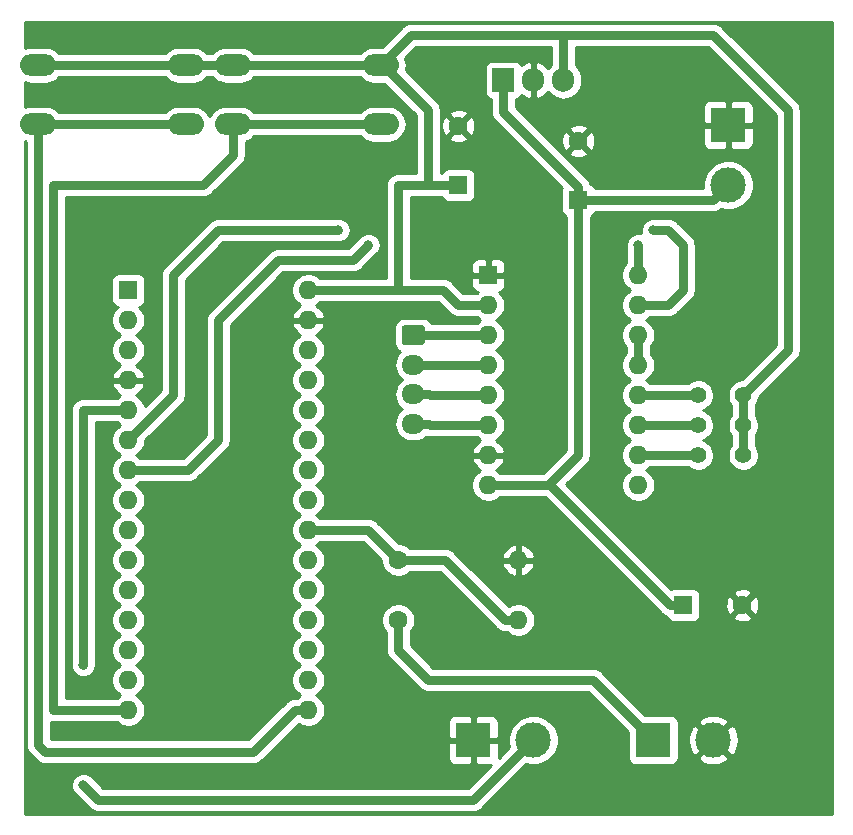
<source format=gbr>
G04 #@! TF.GenerationSoftware,KiCad,Pcbnew,5.1.9*
G04 #@! TF.CreationDate,2021-05-07T15:34:04+02:00*
G04 #@! TF.ProjectId,EDM_controller_v1,45444d5f-636f-46e7-9472-6f6c6c65725f,rev?*
G04 #@! TF.SameCoordinates,Original*
G04 #@! TF.FileFunction,Copper,L2,Bot*
G04 #@! TF.FilePolarity,Positive*
%FSLAX46Y46*%
G04 Gerber Fmt 4.6, Leading zero omitted, Abs format (unit mm)*
G04 Created by KiCad (PCBNEW 5.1.9) date 2021-05-07 15:34:04*
%MOMM*%
%LPD*%
G01*
G04 APERTURE LIST*
G04 #@! TA.AperFunction,ComponentPad*
%ADD10O,3.048000X1.850000*%
G04 #@! TD*
G04 #@! TA.AperFunction,ComponentPad*
%ADD11C,1.400000*%
G04 #@! TD*
G04 #@! TA.AperFunction,ComponentPad*
%ADD12O,1.905000X2.000000*%
G04 #@! TD*
G04 #@! TA.AperFunction,ComponentPad*
%ADD13R,1.905000X2.000000*%
G04 #@! TD*
G04 #@! TA.AperFunction,ComponentPad*
%ADD14O,1.600000X1.600000*%
G04 #@! TD*
G04 #@! TA.AperFunction,ComponentPad*
%ADD15C,1.600000*%
G04 #@! TD*
G04 #@! TA.AperFunction,ComponentPad*
%ADD16O,1.950000X1.700000*%
G04 #@! TD*
G04 #@! TA.AperFunction,ComponentPad*
%ADD17C,3.000000*%
G04 #@! TD*
G04 #@! TA.AperFunction,ComponentPad*
%ADD18R,3.000000X3.000000*%
G04 #@! TD*
G04 #@! TA.AperFunction,ComponentPad*
%ADD19R,1.600000X1.600000*%
G04 #@! TD*
G04 #@! TA.AperFunction,ViaPad*
%ADD20C,0.800000*%
G04 #@! TD*
G04 #@! TA.AperFunction,Conductor*
%ADD21C,0.800000*%
G04 #@! TD*
G04 #@! TA.AperFunction,Conductor*
%ADD22C,0.254000*%
G04 #@! TD*
G04 #@! TA.AperFunction,Conductor*
%ADD23C,0.100000*%
G04 #@! TD*
G04 APERTURE END LIST*
D10*
X110490000Y-63420000D03*
X110490000Y-58420000D03*
X122990000Y-63420000D03*
X122990000Y-58420000D03*
X127000000Y-63420000D03*
X127000000Y-58420000D03*
X139500000Y-63420000D03*
X139500000Y-58420000D03*
D11*
X166370000Y-86360000D03*
X166370000Y-88900000D03*
X166370000Y-91440000D03*
X170180000Y-88900000D03*
X170180000Y-91440000D03*
X170180000Y-86360000D03*
D12*
X154940000Y-59690000D03*
X152400000Y-59690000D03*
D13*
X149860000Y-59690000D03*
D14*
X151130000Y-100330000D03*
D15*
X140970000Y-100330000D03*
D14*
X151130000Y-105410000D03*
D15*
X140970000Y-105410000D03*
D16*
X142240000Y-88780000D03*
X142240000Y-86280000D03*
X142240000Y-83780000D03*
G04 #@! TA.AperFunction,ComponentPad*
G36*
G01*
X141515000Y-80430000D02*
X142965000Y-80430000D01*
G75*
G02*
X143215000Y-80680000I0J-250000D01*
G01*
X143215000Y-81880000D01*
G75*
G02*
X142965000Y-82130000I-250000J0D01*
G01*
X141515000Y-82130000D01*
G75*
G02*
X141265000Y-81880000I0J250000D01*
G01*
X141265000Y-80680000D01*
G75*
G02*
X141515000Y-80430000I250000J0D01*
G01*
G37*
G04 #@! TD.AperFunction*
D17*
X167640000Y-115570000D03*
D18*
X162560000Y-115570000D03*
D17*
X152400000Y-115570000D03*
D18*
X147320000Y-115570000D03*
D17*
X168910000Y-68580000D03*
D18*
X168910000Y-63500000D03*
D15*
X170100000Y-104140000D03*
D19*
X165100000Y-104140000D03*
D15*
X146050000Y-63580000D03*
D19*
X146050000Y-68580000D03*
D15*
X156210000Y-64850000D03*
D19*
X156210000Y-69850000D03*
X118110000Y-77470000D03*
D14*
X133350000Y-110490000D03*
X118110000Y-80010000D03*
X133350000Y-107950000D03*
X118110000Y-82550000D03*
X133350000Y-105410000D03*
X118110000Y-85090000D03*
X133350000Y-102870000D03*
X118110000Y-87630000D03*
X133350000Y-100330000D03*
X118110000Y-90170000D03*
X133350000Y-97790000D03*
X118110000Y-92710000D03*
X133350000Y-95250000D03*
X118110000Y-95250000D03*
X133350000Y-92710000D03*
X118110000Y-97790000D03*
X133350000Y-90170000D03*
X118110000Y-100330000D03*
X133350000Y-87630000D03*
X118110000Y-102870000D03*
X133350000Y-85090000D03*
X118110000Y-105410000D03*
X133350000Y-82550000D03*
X118110000Y-107950000D03*
X133350000Y-80010000D03*
X118110000Y-110490000D03*
X133350000Y-77470000D03*
X118110000Y-113030000D03*
X133350000Y-113030000D03*
D19*
X148590000Y-76200000D03*
D14*
X161290000Y-93980000D03*
X148590000Y-78740000D03*
X161290000Y-91440000D03*
X148590000Y-81280000D03*
X161290000Y-88900000D03*
X148590000Y-83820000D03*
X161290000Y-86360000D03*
X148590000Y-86360000D03*
X161290000Y-83820000D03*
X148590000Y-88900000D03*
X161290000Y-81280000D03*
X148590000Y-91440000D03*
X161290000Y-78740000D03*
X148590000Y-93980000D03*
X161290000Y-76200000D03*
D20*
X114300000Y-119380000D03*
X114300000Y-109220000D03*
X135890000Y-72390000D03*
X162560000Y-72390000D03*
X161290000Y-73660000D03*
X138430000Y-73660000D03*
D21*
X152400000Y-115187800D02*
X152400000Y-115570000D01*
X118110000Y-87630000D02*
X115570000Y-87630000D01*
X114300000Y-87630000D02*
X114300000Y-109220000D01*
X147320000Y-120650000D02*
X152400000Y-115570000D01*
X147320000Y-120650000D02*
X115570000Y-120650000D01*
X115570000Y-120650000D02*
X114300000Y-119380000D01*
X115570000Y-87630000D02*
X114300000Y-87630000D01*
X118110000Y-90170000D02*
X121920000Y-86360000D01*
X161290000Y-78740000D02*
X163830000Y-78740000D01*
X163830000Y-78740000D02*
X165100000Y-77470000D01*
X165100000Y-77470000D02*
X165100000Y-73660000D01*
X165100000Y-73660000D02*
X163830000Y-72390000D01*
X163830000Y-72390000D02*
X162560000Y-72390000D01*
X121920000Y-86360000D02*
X121920000Y-76200000D01*
X125730000Y-72390000D02*
X135890000Y-72390000D01*
X121920000Y-76200000D02*
X125730000Y-72390000D01*
X140970000Y-100330000D02*
X144924700Y-100330000D01*
X144924700Y-100330000D02*
X150004700Y-105410000D01*
X133350000Y-97790000D02*
X138430000Y-97790000D01*
X138430000Y-97790000D02*
X140970000Y-100330000D01*
X151130000Y-105410000D02*
X150004700Y-105410000D01*
X123190000Y-92710000D02*
X118110000Y-92710000D01*
X125730000Y-90170000D02*
X123190000Y-92710000D01*
X161290000Y-76200000D02*
X161290000Y-73660000D01*
X125730000Y-90170000D02*
X125730000Y-80010000D01*
X125730000Y-80010000D02*
X130810000Y-74930000D01*
X137160000Y-74930000D02*
X138430000Y-73660000D01*
X130810000Y-74930000D02*
X137160000Y-74930000D01*
X170752800Y-85787200D02*
X170180000Y-86360000D01*
X170180000Y-91440000D02*
X170180000Y-88900000D01*
X170180000Y-88900000D02*
X170180000Y-86360000D01*
X146050000Y-55880000D02*
X154940000Y-55880000D01*
X145907900Y-55880000D02*
X146050000Y-55880000D01*
X154940000Y-55880000D02*
X154940000Y-59690000D01*
X148590000Y-78740000D02*
X146050000Y-78740000D01*
X146050000Y-78740000D02*
X144780000Y-77470000D01*
X140970000Y-68580000D02*
X140970000Y-77470000D01*
X140970000Y-77470000D02*
X133350000Y-77470000D01*
X144780000Y-77470000D02*
X140970000Y-77470000D01*
X154940000Y-55880000D02*
X167640000Y-55880000D01*
X167640000Y-55880000D02*
X173990000Y-62230000D01*
X173990000Y-82550000D02*
X170180000Y-86360000D01*
X173990000Y-62230000D02*
X173990000Y-82550000D01*
X142040000Y-55880000D02*
X139500000Y-58420000D01*
X145907900Y-55880000D02*
X142040000Y-55880000D01*
X139500000Y-58420000D02*
X127000000Y-58420000D01*
X127000000Y-58420000D02*
X122990000Y-58420000D01*
X122990000Y-58420000D02*
X110490000Y-58420000D01*
X139500000Y-58420000D02*
X139700000Y-58420000D01*
X143510000Y-62230000D02*
X143510000Y-68580000D01*
X139700000Y-58420000D02*
X143510000Y-62230000D01*
X143510000Y-68580000D02*
X146050000Y-68580000D01*
X140970000Y-68580000D02*
X143510000Y-68580000D01*
X118082000Y-113058000D02*
X118110000Y-113030000D01*
X111760000Y-113030000D02*
X118110000Y-113030000D01*
X111760000Y-68580000D02*
X111760000Y-113030000D01*
X139500000Y-63420000D02*
X127000000Y-63420000D01*
X111760000Y-68580000D02*
X124460000Y-68580000D01*
X127000000Y-66040000D02*
X127000000Y-63420000D01*
X124460000Y-68580000D02*
X127000000Y-66040000D01*
X110490000Y-116019800D02*
X110490000Y-69850000D01*
X111018900Y-116548700D02*
X110490000Y-116019800D01*
X128706000Y-116548700D02*
X111018900Y-116548700D01*
X132224700Y-113030000D02*
X128706000Y-116548700D01*
X110490000Y-69850000D02*
X110490000Y-64770000D01*
X133350000Y-113030000D02*
X132224700Y-113030000D01*
X122990000Y-63420000D02*
X110490000Y-63420000D01*
X110490000Y-63420000D02*
X110490000Y-64770000D01*
X161290000Y-91440000D02*
X166370000Y-91440000D01*
X148590000Y-81280000D02*
X142240000Y-81280000D01*
X161290000Y-88900000D02*
X166370000Y-88900000D01*
X142240000Y-83780000D02*
X143540300Y-83780000D01*
X148590000Y-83820000D02*
X143580300Y-83820000D01*
X143580300Y-83820000D02*
X143540300Y-83780000D01*
X161290000Y-86360000D02*
X166370000Y-86360000D01*
X142240000Y-86280000D02*
X143540300Y-86280000D01*
X148590000Y-86360000D02*
X143620300Y-86360000D01*
X143620300Y-86360000D02*
X143540300Y-86280000D01*
X161290000Y-81280000D02*
X161290000Y-83820000D01*
X142240000Y-88780000D02*
X143540300Y-88780000D01*
X148590000Y-88900000D02*
X143660300Y-88900000D01*
X143660300Y-88900000D02*
X143540300Y-88780000D01*
X162891900Y-69850000D02*
X167640000Y-69850000D01*
X167640000Y-69850000D02*
X168910000Y-68580000D01*
X156774200Y-69850000D02*
X162891900Y-69850000D01*
X156210000Y-69850000D02*
X156774200Y-69850000D01*
X153814700Y-93980000D02*
X163974700Y-104140000D01*
X148590000Y-93980000D02*
X153814700Y-93980000D01*
X165100000Y-104140000D02*
X163974700Y-104140000D01*
X156210000Y-69850000D02*
X156210000Y-68724700D01*
X156210000Y-68724700D02*
X149860000Y-62374700D01*
X149860000Y-62374700D02*
X149860000Y-59690000D01*
X156210000Y-69850000D02*
X156210000Y-91440000D01*
X153814700Y-93835300D02*
X153814700Y-93980000D01*
X156210000Y-91440000D02*
X153814700Y-93835300D01*
X140970000Y-105410000D02*
X140970000Y-107950000D01*
X140970000Y-107950000D02*
X143510000Y-110490000D01*
X157480000Y-110490000D02*
X162560000Y-115570000D01*
X143510000Y-110490000D02*
X157480000Y-110490000D01*
D22*
X177673000Y-121793000D02*
X109347000Y-121793000D01*
X109347000Y-119380000D01*
X113259994Y-119380000D01*
X113265000Y-119430828D01*
X113265000Y-119481939D01*
X113274971Y-119532067D01*
X113279977Y-119582895D01*
X113294803Y-119631768D01*
X113304774Y-119681898D01*
X113324335Y-119729122D01*
X113339160Y-119777993D01*
X113363236Y-119823036D01*
X113382795Y-119870256D01*
X113411187Y-119912748D01*
X113435266Y-119957797D01*
X113467671Y-119997283D01*
X113496063Y-120039774D01*
X113640226Y-120183937D01*
X113640229Y-120183939D01*
X114802197Y-121345908D01*
X114834604Y-121385396D01*
X114874092Y-121417803D01*
X114992202Y-121514734D01*
X115088309Y-121566104D01*
X115172007Y-121610841D01*
X115367105Y-121670024D01*
X115519162Y-121685000D01*
X115519171Y-121685000D01*
X115569999Y-121690006D01*
X115620827Y-121685000D01*
X147269172Y-121685000D01*
X147320000Y-121690006D01*
X147370828Y-121685000D01*
X147370838Y-121685000D01*
X147522895Y-121670024D01*
X147717993Y-121610841D01*
X147897797Y-121514734D01*
X148055396Y-121385396D01*
X148087807Y-121345903D01*
X151805197Y-117628513D01*
X152189721Y-117705000D01*
X152610279Y-117705000D01*
X153022756Y-117622953D01*
X153411302Y-117462012D01*
X153760983Y-117228363D01*
X154058363Y-116930983D01*
X154292012Y-116581302D01*
X154452953Y-116192756D01*
X154535000Y-115780279D01*
X154535000Y-115359721D01*
X154452953Y-114947244D01*
X154292012Y-114558698D01*
X154058363Y-114209017D01*
X153760983Y-113911637D01*
X153411302Y-113677988D01*
X153022756Y-113517047D01*
X152610279Y-113435000D01*
X152189721Y-113435000D01*
X151777244Y-113517047D01*
X151388698Y-113677988D01*
X151039017Y-113911637D01*
X150741637Y-114209017D01*
X150507988Y-114558698D01*
X150347047Y-114947244D01*
X150265000Y-115359721D01*
X150265000Y-115780279D01*
X150341487Y-116164803D01*
X149458017Y-117048272D01*
X149455000Y-115855750D01*
X149296250Y-115697000D01*
X147447000Y-115697000D01*
X147447000Y-117546250D01*
X147605750Y-117705000D01*
X148798273Y-117708017D01*
X146891290Y-119615000D01*
X115998711Y-119615000D01*
X115103939Y-118720229D01*
X115103937Y-118720226D01*
X114959774Y-118576063D01*
X114917283Y-118547671D01*
X114877797Y-118515266D01*
X114832748Y-118491187D01*
X114790256Y-118462795D01*
X114743036Y-118443236D01*
X114697993Y-118419160D01*
X114649122Y-118404335D01*
X114601898Y-118384774D01*
X114551768Y-118374803D01*
X114502895Y-118359977D01*
X114452067Y-118354971D01*
X114401939Y-118345000D01*
X114350828Y-118345000D01*
X114300000Y-118339994D01*
X114249172Y-118345000D01*
X114198061Y-118345000D01*
X114147933Y-118354971D01*
X114097105Y-118359977D01*
X114048232Y-118374803D01*
X113998102Y-118384774D01*
X113950878Y-118404335D01*
X113902007Y-118419160D01*
X113856964Y-118443236D01*
X113809744Y-118462795D01*
X113767252Y-118491187D01*
X113722203Y-118515266D01*
X113682716Y-118547672D01*
X113640226Y-118576063D01*
X113604092Y-118612197D01*
X113564604Y-118644604D01*
X113532197Y-118684092D01*
X113496063Y-118720226D01*
X113467672Y-118762716D01*
X113435266Y-118802203D01*
X113411187Y-118847252D01*
X113382795Y-118889744D01*
X113363236Y-118936964D01*
X113339160Y-118982007D01*
X113324335Y-119030878D01*
X113304774Y-119078102D01*
X113294803Y-119128232D01*
X113279977Y-119177105D01*
X113274971Y-119227933D01*
X113265000Y-119278061D01*
X113265000Y-119329172D01*
X113259994Y-119380000D01*
X109347000Y-119380000D01*
X109347000Y-64885175D01*
X109455001Y-64917937D01*
X109455000Y-69900837D01*
X109455001Y-69900847D01*
X109455000Y-115968972D01*
X109449994Y-116019800D01*
X109455000Y-116070628D01*
X109455000Y-116070637D01*
X109469976Y-116222694D01*
X109529159Y-116417792D01*
X109625266Y-116597597D01*
X109754604Y-116755196D01*
X109794097Y-116787607D01*
X110251093Y-117244603D01*
X110283504Y-117284096D01*
X110396969Y-117377214D01*
X110441103Y-117413434D01*
X110620906Y-117509541D01*
X110659292Y-117521185D01*
X110816005Y-117568724D01*
X110968062Y-117583700D01*
X110968065Y-117583700D01*
X111018900Y-117588707D01*
X111069735Y-117583700D01*
X128655172Y-117583700D01*
X128706000Y-117588706D01*
X128756828Y-117583700D01*
X128756838Y-117583700D01*
X128908895Y-117568724D01*
X129103993Y-117509541D01*
X129283797Y-117413434D01*
X129441396Y-117284096D01*
X129473807Y-117244603D01*
X129648410Y-117070000D01*
X145181928Y-117070000D01*
X145194188Y-117194482D01*
X145230498Y-117314180D01*
X145289463Y-117424494D01*
X145368815Y-117521185D01*
X145465506Y-117600537D01*
X145575820Y-117659502D01*
X145695518Y-117695812D01*
X145820000Y-117708072D01*
X147034250Y-117705000D01*
X147193000Y-117546250D01*
X147193000Y-115697000D01*
X145343750Y-115697000D01*
X145185000Y-115855750D01*
X145181928Y-117070000D01*
X129648410Y-117070000D01*
X132518285Y-114200125D01*
X132670273Y-114301680D01*
X132931426Y-114409853D01*
X133208665Y-114465000D01*
X133491335Y-114465000D01*
X133768574Y-114409853D01*
X134029727Y-114301680D01*
X134264759Y-114144637D01*
X134339396Y-114070000D01*
X145181928Y-114070000D01*
X145185000Y-115284250D01*
X145343750Y-115443000D01*
X147193000Y-115443000D01*
X147193000Y-113593750D01*
X147447000Y-113593750D01*
X147447000Y-115443000D01*
X149296250Y-115443000D01*
X149455000Y-115284250D01*
X149458072Y-114070000D01*
X149445812Y-113945518D01*
X149409502Y-113825820D01*
X149350537Y-113715506D01*
X149271185Y-113618815D01*
X149174494Y-113539463D01*
X149064180Y-113480498D01*
X148944482Y-113444188D01*
X148820000Y-113431928D01*
X147605750Y-113435000D01*
X147447000Y-113593750D01*
X147193000Y-113593750D01*
X147034250Y-113435000D01*
X145820000Y-113431928D01*
X145695518Y-113444188D01*
X145575820Y-113480498D01*
X145465506Y-113539463D01*
X145368815Y-113618815D01*
X145289463Y-113715506D01*
X145230498Y-113825820D01*
X145194188Y-113945518D01*
X145181928Y-114070000D01*
X134339396Y-114070000D01*
X134464637Y-113944759D01*
X134621680Y-113709727D01*
X134729853Y-113448574D01*
X134785000Y-113171335D01*
X134785000Y-112888665D01*
X134729853Y-112611426D01*
X134621680Y-112350273D01*
X134464637Y-112115241D01*
X134264759Y-111915363D01*
X134032241Y-111760000D01*
X134264759Y-111604637D01*
X134464637Y-111404759D01*
X134621680Y-111169727D01*
X134729853Y-110908574D01*
X134785000Y-110631335D01*
X134785000Y-110348665D01*
X134729853Y-110071426D01*
X134621680Y-109810273D01*
X134464637Y-109575241D01*
X134264759Y-109375363D01*
X134032241Y-109220000D01*
X134264759Y-109064637D01*
X134464637Y-108864759D01*
X134621680Y-108629727D01*
X134729853Y-108368574D01*
X134785000Y-108091335D01*
X134785000Y-107808665D01*
X134729853Y-107531426D01*
X134621680Y-107270273D01*
X134464637Y-107035241D01*
X134264759Y-106835363D01*
X134032241Y-106680000D01*
X134264759Y-106524637D01*
X134464637Y-106324759D01*
X134621680Y-106089727D01*
X134729853Y-105828574D01*
X134785000Y-105551335D01*
X134785000Y-105268665D01*
X139535000Y-105268665D01*
X139535000Y-105551335D01*
X139590147Y-105828574D01*
X139698320Y-106089727D01*
X139855363Y-106324759D01*
X139935000Y-106404396D01*
X139935001Y-107899162D01*
X139929994Y-107950000D01*
X139949977Y-108152895D01*
X140009160Y-108347993D01*
X140105266Y-108527797D01*
X140202197Y-108645907D01*
X140234605Y-108685396D01*
X140274092Y-108717802D01*
X142742196Y-111185907D01*
X142774604Y-111225396D01*
X142814092Y-111257803D01*
X142932202Y-111354734D01*
X143025793Y-111404759D01*
X143112007Y-111450841D01*
X143307105Y-111510024D01*
X143459162Y-111525000D01*
X143459171Y-111525000D01*
X143509999Y-111530006D01*
X143560827Y-111525000D01*
X157051290Y-111525000D01*
X160421928Y-114895639D01*
X160421928Y-117070000D01*
X160434188Y-117194482D01*
X160470498Y-117314180D01*
X160529463Y-117424494D01*
X160608815Y-117521185D01*
X160705506Y-117600537D01*
X160815820Y-117659502D01*
X160935518Y-117695812D01*
X161060000Y-117708072D01*
X164060000Y-117708072D01*
X164184482Y-117695812D01*
X164304180Y-117659502D01*
X164414494Y-117600537D01*
X164511185Y-117521185D01*
X164590537Y-117424494D01*
X164649502Y-117314180D01*
X164685812Y-117194482D01*
X164698072Y-117070000D01*
X164698072Y-117061653D01*
X166327952Y-117061653D01*
X166483962Y-117377214D01*
X166858745Y-117568020D01*
X167263551Y-117682044D01*
X167682824Y-117714902D01*
X168100451Y-117665334D01*
X168500383Y-117535243D01*
X168796038Y-117377214D01*
X168952048Y-117061653D01*
X167640000Y-115749605D01*
X166327952Y-117061653D01*
X164698072Y-117061653D01*
X164698072Y-115612824D01*
X165495098Y-115612824D01*
X165544666Y-116030451D01*
X165674757Y-116430383D01*
X165832786Y-116726038D01*
X166148347Y-116882048D01*
X167460395Y-115570000D01*
X167819605Y-115570000D01*
X169131653Y-116882048D01*
X169447214Y-116726038D01*
X169638020Y-116351255D01*
X169752044Y-115946449D01*
X169784902Y-115527176D01*
X169735334Y-115109549D01*
X169605243Y-114709617D01*
X169447214Y-114413962D01*
X169131653Y-114257952D01*
X167819605Y-115570000D01*
X167460395Y-115570000D01*
X166148347Y-114257952D01*
X165832786Y-114413962D01*
X165641980Y-114788745D01*
X165527956Y-115193551D01*
X165495098Y-115612824D01*
X164698072Y-115612824D01*
X164698072Y-114078347D01*
X166327952Y-114078347D01*
X167640000Y-115390395D01*
X168952048Y-114078347D01*
X168796038Y-113762786D01*
X168421255Y-113571980D01*
X168016449Y-113457956D01*
X167597176Y-113425098D01*
X167179549Y-113474666D01*
X166779617Y-113604757D01*
X166483962Y-113762786D01*
X166327952Y-114078347D01*
X164698072Y-114078347D01*
X164698072Y-114070000D01*
X164685812Y-113945518D01*
X164649502Y-113825820D01*
X164590537Y-113715506D01*
X164511185Y-113618815D01*
X164414494Y-113539463D01*
X164304180Y-113480498D01*
X164184482Y-113444188D01*
X164060000Y-113431928D01*
X161885639Y-113431928D01*
X158247807Y-109794097D01*
X158215396Y-109754604D01*
X158057797Y-109625266D01*
X157877993Y-109529159D01*
X157682895Y-109469976D01*
X157530838Y-109455000D01*
X157530828Y-109455000D01*
X157480000Y-109449994D01*
X157429172Y-109455000D01*
X143938711Y-109455000D01*
X142005000Y-107521290D01*
X142005000Y-106404396D01*
X142084637Y-106324759D01*
X142241680Y-106089727D01*
X142349853Y-105828574D01*
X142405000Y-105551335D01*
X142405000Y-105268665D01*
X142349853Y-104991426D01*
X142241680Y-104730273D01*
X142084637Y-104495241D01*
X141884759Y-104295363D01*
X141649727Y-104138320D01*
X141388574Y-104030147D01*
X141111335Y-103975000D01*
X140828665Y-103975000D01*
X140551426Y-104030147D01*
X140290273Y-104138320D01*
X140055241Y-104295363D01*
X139855363Y-104495241D01*
X139698320Y-104730273D01*
X139590147Y-104991426D01*
X139535000Y-105268665D01*
X134785000Y-105268665D01*
X134729853Y-104991426D01*
X134621680Y-104730273D01*
X134464637Y-104495241D01*
X134264759Y-104295363D01*
X134032241Y-104140000D01*
X134264759Y-103984637D01*
X134464637Y-103784759D01*
X134621680Y-103549727D01*
X134729853Y-103288574D01*
X134785000Y-103011335D01*
X134785000Y-102728665D01*
X134729853Y-102451426D01*
X134621680Y-102190273D01*
X134464637Y-101955241D01*
X134264759Y-101755363D01*
X134032241Y-101600000D01*
X134264759Y-101444637D01*
X134464637Y-101244759D01*
X134621680Y-101009727D01*
X134729853Y-100748574D01*
X134785000Y-100471335D01*
X134785000Y-100188665D01*
X134729853Y-99911426D01*
X134621680Y-99650273D01*
X134464637Y-99415241D01*
X134264759Y-99215363D01*
X134032241Y-99060000D01*
X134264759Y-98904637D01*
X134344396Y-98825000D01*
X138001290Y-98825000D01*
X139535000Y-100358711D01*
X139535000Y-100471335D01*
X139590147Y-100748574D01*
X139698320Y-101009727D01*
X139855363Y-101244759D01*
X140055241Y-101444637D01*
X140290273Y-101601680D01*
X140551426Y-101709853D01*
X140828665Y-101765000D01*
X141111335Y-101765000D01*
X141388574Y-101709853D01*
X141649727Y-101601680D01*
X141884759Y-101444637D01*
X141964396Y-101365000D01*
X144495990Y-101365000D01*
X149236897Y-106105908D01*
X149269304Y-106145396D01*
X149308792Y-106177803D01*
X149426902Y-106274734D01*
X149520493Y-106324759D01*
X149606707Y-106370841D01*
X149801805Y-106430024D01*
X149953862Y-106445000D01*
X149953864Y-106445000D01*
X150004700Y-106450007D01*
X150055535Y-106445000D01*
X150135604Y-106445000D01*
X150215241Y-106524637D01*
X150450273Y-106681680D01*
X150711426Y-106789853D01*
X150988665Y-106845000D01*
X151271335Y-106845000D01*
X151548574Y-106789853D01*
X151809727Y-106681680D01*
X152044759Y-106524637D01*
X152244637Y-106324759D01*
X152401680Y-106089727D01*
X152509853Y-105828574D01*
X152565000Y-105551335D01*
X152565000Y-105268665D01*
X152509853Y-104991426D01*
X152401680Y-104730273D01*
X152244637Y-104495241D01*
X152044759Y-104295363D01*
X151809727Y-104138320D01*
X151548574Y-104030147D01*
X151271335Y-103975000D01*
X150988665Y-103975000D01*
X150711426Y-104030147D01*
X150450273Y-104138320D01*
X150298285Y-104239875D01*
X146737449Y-100679039D01*
X149738096Y-100679039D01*
X149778754Y-100813087D01*
X149898963Y-101067420D01*
X150066481Y-101293414D01*
X150274869Y-101482385D01*
X150516119Y-101627070D01*
X150780960Y-101721909D01*
X151003000Y-101600624D01*
X151003000Y-100457000D01*
X151257000Y-100457000D01*
X151257000Y-101600624D01*
X151479040Y-101721909D01*
X151743881Y-101627070D01*
X151985131Y-101482385D01*
X152193519Y-101293414D01*
X152361037Y-101067420D01*
X152481246Y-100813087D01*
X152521904Y-100679039D01*
X152399915Y-100457000D01*
X151257000Y-100457000D01*
X151003000Y-100457000D01*
X149860085Y-100457000D01*
X149738096Y-100679039D01*
X146737449Y-100679039D01*
X146039371Y-99980961D01*
X149738096Y-99980961D01*
X149860085Y-100203000D01*
X151003000Y-100203000D01*
X151003000Y-99059376D01*
X151257000Y-99059376D01*
X151257000Y-100203000D01*
X152399915Y-100203000D01*
X152521904Y-99980961D01*
X152481246Y-99846913D01*
X152361037Y-99592580D01*
X152193519Y-99366586D01*
X151985131Y-99177615D01*
X151743881Y-99032930D01*
X151479040Y-98938091D01*
X151257000Y-99059376D01*
X151003000Y-99059376D01*
X150780960Y-98938091D01*
X150516119Y-99032930D01*
X150274869Y-99177615D01*
X150066481Y-99366586D01*
X149898963Y-99592580D01*
X149778754Y-99846913D01*
X149738096Y-99980961D01*
X146039371Y-99980961D01*
X145692507Y-99634097D01*
X145660096Y-99594604D01*
X145502497Y-99465266D01*
X145322693Y-99369159D01*
X145127595Y-99309976D01*
X144975538Y-99295000D01*
X144975528Y-99295000D01*
X144924700Y-99289994D01*
X144873872Y-99295000D01*
X141964396Y-99295000D01*
X141884759Y-99215363D01*
X141649727Y-99058320D01*
X141388574Y-98950147D01*
X141111335Y-98895000D01*
X140998711Y-98895000D01*
X139197807Y-97094097D01*
X139165396Y-97054604D01*
X139007797Y-96925266D01*
X138827993Y-96829159D01*
X138632895Y-96769976D01*
X138480838Y-96755000D01*
X138480828Y-96755000D01*
X138430000Y-96749994D01*
X138379172Y-96755000D01*
X134344396Y-96755000D01*
X134264759Y-96675363D01*
X134032241Y-96520000D01*
X134264759Y-96364637D01*
X134464637Y-96164759D01*
X134621680Y-95929727D01*
X134729853Y-95668574D01*
X134785000Y-95391335D01*
X134785000Y-95108665D01*
X134729853Y-94831426D01*
X134621680Y-94570273D01*
X134464637Y-94335241D01*
X134264759Y-94135363D01*
X134032241Y-93980000D01*
X134243764Y-93838665D01*
X147155000Y-93838665D01*
X147155000Y-94121335D01*
X147210147Y-94398574D01*
X147318320Y-94659727D01*
X147475363Y-94894759D01*
X147675241Y-95094637D01*
X147910273Y-95251680D01*
X148171426Y-95359853D01*
X148448665Y-95415000D01*
X148731335Y-95415000D01*
X149008574Y-95359853D01*
X149269727Y-95251680D01*
X149504759Y-95094637D01*
X149584396Y-95015000D01*
X153385990Y-95015000D01*
X163206897Y-104835908D01*
X163239304Y-104875396D01*
X163278792Y-104907803D01*
X163396902Y-105004734D01*
X163493009Y-105056104D01*
X163576707Y-105100841D01*
X163696214Y-105137094D01*
X163710498Y-105184180D01*
X163769463Y-105294494D01*
X163848815Y-105391185D01*
X163945506Y-105470537D01*
X164055820Y-105529502D01*
X164175518Y-105565812D01*
X164300000Y-105578072D01*
X165900000Y-105578072D01*
X166024482Y-105565812D01*
X166144180Y-105529502D01*
X166254494Y-105470537D01*
X166351185Y-105391185D01*
X166430537Y-105294494D01*
X166489502Y-105184180D01*
X166505117Y-105132702D01*
X169286903Y-105132702D01*
X169358486Y-105376671D01*
X169613996Y-105497571D01*
X169888184Y-105566300D01*
X170170512Y-105580217D01*
X170450130Y-105538787D01*
X170716292Y-105443603D01*
X170841514Y-105376671D01*
X170913097Y-105132702D01*
X170100000Y-104319605D01*
X169286903Y-105132702D01*
X166505117Y-105132702D01*
X166525812Y-105064482D01*
X166538072Y-104940000D01*
X166538072Y-104210512D01*
X168659783Y-104210512D01*
X168701213Y-104490130D01*
X168796397Y-104756292D01*
X168863329Y-104881514D01*
X169107298Y-104953097D01*
X169920395Y-104140000D01*
X170279605Y-104140000D01*
X171092702Y-104953097D01*
X171336671Y-104881514D01*
X171457571Y-104626004D01*
X171526300Y-104351816D01*
X171540217Y-104069488D01*
X171498787Y-103789870D01*
X171403603Y-103523708D01*
X171336671Y-103398486D01*
X171092702Y-103326903D01*
X170279605Y-104140000D01*
X169920395Y-104140000D01*
X169107298Y-103326903D01*
X168863329Y-103398486D01*
X168742429Y-103653996D01*
X168673700Y-103928184D01*
X168659783Y-104210512D01*
X166538072Y-104210512D01*
X166538072Y-103340000D01*
X166525812Y-103215518D01*
X166505118Y-103147298D01*
X169286903Y-103147298D01*
X170100000Y-103960395D01*
X170913097Y-103147298D01*
X170841514Y-102903329D01*
X170586004Y-102782429D01*
X170311816Y-102713700D01*
X170029488Y-102699783D01*
X169749870Y-102741213D01*
X169483708Y-102836397D01*
X169358486Y-102903329D01*
X169286903Y-103147298D01*
X166505118Y-103147298D01*
X166489502Y-103095820D01*
X166430537Y-102985506D01*
X166351185Y-102888815D01*
X166254494Y-102809463D01*
X166144180Y-102750498D01*
X166024482Y-102714188D01*
X165900000Y-102701928D01*
X164300000Y-102701928D01*
X164175518Y-102714188D01*
X164055820Y-102750498D01*
X164051316Y-102752905D01*
X155206060Y-93907650D01*
X156905908Y-92207803D01*
X156945396Y-92175396D01*
X156991082Y-92119727D01*
X157074734Y-92017798D01*
X157159840Y-91858574D01*
X157170841Y-91837993D01*
X157230024Y-91642895D01*
X157245000Y-91490838D01*
X157245000Y-91490835D01*
X157250007Y-91440000D01*
X157245000Y-91389165D01*
X157245000Y-76058665D01*
X159855000Y-76058665D01*
X159855000Y-76341335D01*
X159910147Y-76618574D01*
X160018320Y-76879727D01*
X160175363Y-77114759D01*
X160375241Y-77314637D01*
X160607759Y-77470000D01*
X160375241Y-77625363D01*
X160175363Y-77825241D01*
X160018320Y-78060273D01*
X159910147Y-78321426D01*
X159855000Y-78598665D01*
X159855000Y-78881335D01*
X159910147Y-79158574D01*
X160018320Y-79419727D01*
X160175363Y-79654759D01*
X160375241Y-79854637D01*
X160607759Y-80010000D01*
X160375241Y-80165363D01*
X160175363Y-80365241D01*
X160018320Y-80600273D01*
X159910147Y-80861426D01*
X159855000Y-81138665D01*
X159855000Y-81421335D01*
X159910147Y-81698574D01*
X160018320Y-81959727D01*
X160175363Y-82194759D01*
X160255000Y-82274396D01*
X160255001Y-82825603D01*
X160175363Y-82905241D01*
X160018320Y-83140273D01*
X159910147Y-83401426D01*
X159855000Y-83678665D01*
X159855000Y-83961335D01*
X159910147Y-84238574D01*
X160018320Y-84499727D01*
X160175363Y-84734759D01*
X160375241Y-84934637D01*
X160607759Y-85090000D01*
X160375241Y-85245363D01*
X160175363Y-85445241D01*
X160018320Y-85680273D01*
X159910147Y-85941426D01*
X159855000Y-86218665D01*
X159855000Y-86501335D01*
X159910147Y-86778574D01*
X160018320Y-87039727D01*
X160175363Y-87274759D01*
X160375241Y-87474637D01*
X160607759Y-87630000D01*
X160375241Y-87785363D01*
X160175363Y-87985241D01*
X160018320Y-88220273D01*
X159910147Y-88481426D01*
X159855000Y-88758665D01*
X159855000Y-89041335D01*
X159910147Y-89318574D01*
X160018320Y-89579727D01*
X160175363Y-89814759D01*
X160375241Y-90014637D01*
X160607759Y-90170000D01*
X160375241Y-90325363D01*
X160175363Y-90525241D01*
X160018320Y-90760273D01*
X159910147Y-91021426D01*
X159855000Y-91298665D01*
X159855000Y-91581335D01*
X159910147Y-91858574D01*
X160018320Y-92119727D01*
X160175363Y-92354759D01*
X160375241Y-92554637D01*
X160607759Y-92710000D01*
X160375241Y-92865363D01*
X160175363Y-93065241D01*
X160018320Y-93300273D01*
X159910147Y-93561426D01*
X159855000Y-93838665D01*
X159855000Y-94121335D01*
X159910147Y-94398574D01*
X160018320Y-94659727D01*
X160175363Y-94894759D01*
X160375241Y-95094637D01*
X160610273Y-95251680D01*
X160871426Y-95359853D01*
X161148665Y-95415000D01*
X161431335Y-95415000D01*
X161708574Y-95359853D01*
X161969727Y-95251680D01*
X162204759Y-95094637D01*
X162404637Y-94894759D01*
X162561680Y-94659727D01*
X162669853Y-94398574D01*
X162725000Y-94121335D01*
X162725000Y-93838665D01*
X162669853Y-93561426D01*
X162561680Y-93300273D01*
X162404637Y-93065241D01*
X162204759Y-92865363D01*
X161972241Y-92710000D01*
X162204759Y-92554637D01*
X162284396Y-92475000D01*
X165517025Y-92475000D01*
X165518987Y-92476962D01*
X165737641Y-92623061D01*
X165980595Y-92723696D01*
X166238514Y-92775000D01*
X166501486Y-92775000D01*
X166759405Y-92723696D01*
X167002359Y-92623061D01*
X167221013Y-92476962D01*
X167406962Y-92291013D01*
X167553061Y-92072359D01*
X167653696Y-91829405D01*
X167705000Y-91571486D01*
X167705000Y-91308514D01*
X167653696Y-91050595D01*
X167553061Y-90807641D01*
X167406962Y-90588987D01*
X167221013Y-90403038D01*
X167002359Y-90256939D01*
X166792470Y-90170000D01*
X167002359Y-90083061D01*
X167221013Y-89936962D01*
X167406962Y-89751013D01*
X167553061Y-89532359D01*
X167653696Y-89289405D01*
X167705000Y-89031486D01*
X167705000Y-88768514D01*
X167653696Y-88510595D01*
X167553061Y-88267641D01*
X167406962Y-88048987D01*
X167221013Y-87863038D01*
X167002359Y-87716939D01*
X166792470Y-87630000D01*
X167002359Y-87543061D01*
X167221013Y-87396962D01*
X167406962Y-87211013D01*
X167553061Y-86992359D01*
X167653696Y-86749405D01*
X167705000Y-86491486D01*
X167705000Y-86228514D01*
X167653696Y-85970595D01*
X167553061Y-85727641D01*
X167406962Y-85508987D01*
X167221013Y-85323038D01*
X167002359Y-85176939D01*
X166759405Y-85076304D01*
X166501486Y-85025000D01*
X166238514Y-85025000D01*
X165980595Y-85076304D01*
X165737641Y-85176939D01*
X165518987Y-85323038D01*
X165517025Y-85325000D01*
X162284396Y-85325000D01*
X162204759Y-85245363D01*
X161972241Y-85090000D01*
X162204759Y-84934637D01*
X162404637Y-84734759D01*
X162561680Y-84499727D01*
X162669853Y-84238574D01*
X162725000Y-83961335D01*
X162725000Y-83678665D01*
X162669853Y-83401426D01*
X162561680Y-83140273D01*
X162404637Y-82905241D01*
X162325000Y-82825604D01*
X162325000Y-82274396D01*
X162404637Y-82194759D01*
X162561680Y-81959727D01*
X162669853Y-81698574D01*
X162725000Y-81421335D01*
X162725000Y-81138665D01*
X162669853Y-80861426D01*
X162561680Y-80600273D01*
X162404637Y-80365241D01*
X162204759Y-80165363D01*
X161972241Y-80010000D01*
X162204759Y-79854637D01*
X162284396Y-79775000D01*
X163779172Y-79775000D01*
X163830000Y-79780006D01*
X163880828Y-79775000D01*
X163880838Y-79775000D01*
X164032895Y-79760024D01*
X164227993Y-79700841D01*
X164407797Y-79604734D01*
X164565396Y-79475396D01*
X164597807Y-79435903D01*
X165795908Y-78237803D01*
X165835396Y-78205396D01*
X165881082Y-78149727D01*
X165964734Y-78047798D01*
X166049840Y-77888574D01*
X166060841Y-77867993D01*
X166120024Y-77672895D01*
X166135000Y-77520838D01*
X166135000Y-77520829D01*
X166140006Y-77470001D01*
X166135000Y-77419173D01*
X166135000Y-73710827D01*
X166140006Y-73659999D01*
X166135000Y-73609171D01*
X166135000Y-73609162D01*
X166120024Y-73457105D01*
X166060841Y-73262007D01*
X165987821Y-73125396D01*
X165964734Y-73082202D01*
X165867803Y-72964092D01*
X165835396Y-72924604D01*
X165795908Y-72892197D01*
X164597807Y-71694097D01*
X164565396Y-71654604D01*
X164407797Y-71525266D01*
X164227993Y-71429159D01*
X164032895Y-71369976D01*
X163880838Y-71355000D01*
X163880828Y-71355000D01*
X163830000Y-71349994D01*
X163779172Y-71355000D01*
X162458061Y-71355000D01*
X162407943Y-71364969D01*
X162357105Y-71369976D01*
X162308223Y-71384804D01*
X162258102Y-71394774D01*
X162210887Y-71414331D01*
X162162007Y-71429159D01*
X162116958Y-71453238D01*
X162069744Y-71472795D01*
X162027254Y-71501186D01*
X161982203Y-71525266D01*
X161942716Y-71557672D01*
X161900226Y-71586063D01*
X161864092Y-71622197D01*
X161824604Y-71654604D01*
X161792197Y-71694092D01*
X161756063Y-71730226D01*
X161727672Y-71772716D01*
X161695266Y-71812203D01*
X161671186Y-71857254D01*
X161642795Y-71899744D01*
X161623238Y-71946958D01*
X161599159Y-71992007D01*
X161584331Y-72040887D01*
X161564774Y-72088102D01*
X161554804Y-72138223D01*
X161539976Y-72187105D01*
X161534969Y-72237943D01*
X161525000Y-72288061D01*
X161525000Y-72339162D01*
X161519993Y-72390000D01*
X161525000Y-72440838D01*
X161525000Y-72491939D01*
X161534969Y-72542057D01*
X161539976Y-72592895D01*
X161554804Y-72641777D01*
X161558039Y-72658039D01*
X161541777Y-72654804D01*
X161492895Y-72639976D01*
X161442057Y-72634969D01*
X161391939Y-72625000D01*
X161340838Y-72625000D01*
X161290000Y-72619993D01*
X161239162Y-72625000D01*
X161188061Y-72625000D01*
X161137942Y-72634969D01*
X161087106Y-72639976D01*
X161038226Y-72654804D01*
X160988102Y-72664774D01*
X160940884Y-72684332D01*
X160892008Y-72699159D01*
X160846962Y-72723237D01*
X160799744Y-72742795D01*
X160757250Y-72771188D01*
X160712204Y-72795266D01*
X160672721Y-72827669D01*
X160630226Y-72856063D01*
X160594087Y-72892202D01*
X160554605Y-72924604D01*
X160522203Y-72964086D01*
X160486063Y-73000226D01*
X160457668Y-73042722D01*
X160425267Y-73082203D01*
X160401191Y-73127247D01*
X160372795Y-73169744D01*
X160353235Y-73216966D01*
X160329160Y-73262007D01*
X160314335Y-73310878D01*
X160294774Y-73358102D01*
X160284803Y-73408232D01*
X160269977Y-73457105D01*
X160264971Y-73507933D01*
X160255000Y-73558061D01*
X160255000Y-73761939D01*
X160255001Y-73761944D01*
X160255000Y-75205604D01*
X160175363Y-75285241D01*
X160018320Y-75520273D01*
X159910147Y-75781426D01*
X159855000Y-76058665D01*
X157245000Y-76058665D01*
X157245000Y-71242287D01*
X157254180Y-71239502D01*
X157364494Y-71180537D01*
X157461185Y-71101185D01*
X157540537Y-71004494D01*
X157599502Y-70894180D01*
X157602287Y-70885000D01*
X167589172Y-70885000D01*
X167640000Y-70890006D01*
X167690828Y-70885000D01*
X167690838Y-70885000D01*
X167842895Y-70870024D01*
X168037993Y-70810841D01*
X168217797Y-70714734D01*
X168311555Y-70637789D01*
X168699721Y-70715000D01*
X169120279Y-70715000D01*
X169532756Y-70632953D01*
X169921302Y-70472012D01*
X170270983Y-70238363D01*
X170568363Y-69940983D01*
X170802012Y-69591302D01*
X170962953Y-69202756D01*
X171045000Y-68790279D01*
X171045000Y-68369721D01*
X170962953Y-67957244D01*
X170802012Y-67568698D01*
X170568363Y-67219017D01*
X170270983Y-66921637D01*
X169921302Y-66687988D01*
X169532756Y-66527047D01*
X169120279Y-66445000D01*
X168699721Y-66445000D01*
X168287244Y-66527047D01*
X167898698Y-66687988D01*
X167549017Y-66921637D01*
X167251637Y-67219017D01*
X167017988Y-67568698D01*
X166857047Y-67957244D01*
X166775000Y-68369721D01*
X166775000Y-68790279D01*
X166779917Y-68815000D01*
X157602287Y-68815000D01*
X157599502Y-68805820D01*
X157540537Y-68695506D01*
X157461185Y-68598815D01*
X157364494Y-68519463D01*
X157254180Y-68460498D01*
X157207094Y-68446214D01*
X157170841Y-68326707D01*
X157093498Y-68182008D01*
X157074734Y-68146902D01*
X156977803Y-68028792D01*
X156945396Y-67989304D01*
X156905908Y-67956897D01*
X154791713Y-65842702D01*
X155396903Y-65842702D01*
X155468486Y-66086671D01*
X155723996Y-66207571D01*
X155998184Y-66276300D01*
X156280512Y-66290217D01*
X156560130Y-66248787D01*
X156826292Y-66153603D01*
X156951514Y-66086671D01*
X157023097Y-65842702D01*
X156210000Y-65029605D01*
X155396903Y-65842702D01*
X154791713Y-65842702D01*
X153869523Y-64920512D01*
X154769783Y-64920512D01*
X154811213Y-65200130D01*
X154906397Y-65466292D01*
X154973329Y-65591514D01*
X155217298Y-65663097D01*
X156030395Y-64850000D01*
X156389605Y-64850000D01*
X157202702Y-65663097D01*
X157446671Y-65591514D01*
X157567571Y-65336004D01*
X157636300Y-65061816D01*
X157639347Y-65000000D01*
X166771928Y-65000000D01*
X166784188Y-65124482D01*
X166820498Y-65244180D01*
X166879463Y-65354494D01*
X166958815Y-65451185D01*
X167055506Y-65530537D01*
X167165820Y-65589502D01*
X167285518Y-65625812D01*
X167410000Y-65638072D01*
X168624250Y-65635000D01*
X168783000Y-65476250D01*
X168783000Y-63627000D01*
X169037000Y-63627000D01*
X169037000Y-65476250D01*
X169195750Y-65635000D01*
X170410000Y-65638072D01*
X170534482Y-65625812D01*
X170654180Y-65589502D01*
X170764494Y-65530537D01*
X170861185Y-65451185D01*
X170940537Y-65354494D01*
X170999502Y-65244180D01*
X171035812Y-65124482D01*
X171048072Y-65000000D01*
X171045000Y-63785750D01*
X170886250Y-63627000D01*
X169037000Y-63627000D01*
X168783000Y-63627000D01*
X166933750Y-63627000D01*
X166775000Y-63785750D01*
X166771928Y-65000000D01*
X157639347Y-65000000D01*
X157650217Y-64779488D01*
X157608787Y-64499870D01*
X157513603Y-64233708D01*
X157446671Y-64108486D01*
X157202702Y-64036903D01*
X156389605Y-64850000D01*
X156030395Y-64850000D01*
X155217298Y-64036903D01*
X154973329Y-64108486D01*
X154852429Y-64363996D01*
X154783700Y-64638184D01*
X154769783Y-64920512D01*
X153869523Y-64920512D01*
X152806309Y-63857298D01*
X155396903Y-63857298D01*
X156210000Y-64670395D01*
X157023097Y-63857298D01*
X156951514Y-63613329D01*
X156696004Y-63492429D01*
X156421816Y-63423700D01*
X156139488Y-63409783D01*
X155859870Y-63451213D01*
X155593708Y-63546397D01*
X155468486Y-63613329D01*
X155396903Y-63857298D01*
X152806309Y-63857298D01*
X150949011Y-62000000D01*
X166771928Y-62000000D01*
X166775000Y-63214250D01*
X166933750Y-63373000D01*
X168783000Y-63373000D01*
X168783000Y-61523750D01*
X169037000Y-61523750D01*
X169037000Y-63373000D01*
X170886250Y-63373000D01*
X171045000Y-63214250D01*
X171048072Y-62000000D01*
X171035812Y-61875518D01*
X170999502Y-61755820D01*
X170940537Y-61645506D01*
X170861185Y-61548815D01*
X170764494Y-61469463D01*
X170654180Y-61410498D01*
X170534482Y-61374188D01*
X170410000Y-61361928D01*
X169195750Y-61365000D01*
X169037000Y-61523750D01*
X168783000Y-61523750D01*
X168624250Y-61365000D01*
X167410000Y-61361928D01*
X167285518Y-61374188D01*
X167165820Y-61410498D01*
X167055506Y-61469463D01*
X166958815Y-61548815D01*
X166879463Y-61645506D01*
X166820498Y-61755820D01*
X166784188Y-61875518D01*
X166771928Y-62000000D01*
X150949011Y-62000000D01*
X150895000Y-61945990D01*
X150895000Y-61319947D01*
X150936982Y-61315812D01*
X151056680Y-61279502D01*
X151166994Y-61220537D01*
X151263685Y-61141185D01*
X151343037Y-61044494D01*
X151392059Y-60952781D01*
X151533077Y-61065969D01*
X151808906Y-61209571D01*
X152027020Y-61280563D01*
X152273000Y-61160594D01*
X152273000Y-59817000D01*
X152253000Y-59817000D01*
X152253000Y-59563000D01*
X152273000Y-59563000D01*
X152273000Y-58219406D01*
X152027020Y-58099437D01*
X151808906Y-58170429D01*
X151533077Y-58314031D01*
X151392059Y-58427219D01*
X151343037Y-58335506D01*
X151263685Y-58238815D01*
X151166994Y-58159463D01*
X151056680Y-58100498D01*
X150936982Y-58064188D01*
X150812500Y-58051928D01*
X148907500Y-58051928D01*
X148783018Y-58064188D01*
X148663320Y-58100498D01*
X148553006Y-58159463D01*
X148456315Y-58238815D01*
X148376963Y-58335506D01*
X148317998Y-58445820D01*
X148281688Y-58565518D01*
X148269428Y-58690000D01*
X148269428Y-60690000D01*
X148281688Y-60814482D01*
X148317998Y-60934180D01*
X148376963Y-61044494D01*
X148456315Y-61141185D01*
X148553006Y-61220537D01*
X148663320Y-61279502D01*
X148783018Y-61315812D01*
X148825000Y-61319947D01*
X148825000Y-62323872D01*
X148819994Y-62374700D01*
X148825000Y-62425528D01*
X148825000Y-62425537D01*
X148839976Y-62577594D01*
X148899159Y-62772692D01*
X148995266Y-62952497D01*
X149124604Y-63110096D01*
X149164097Y-63142507D01*
X154822905Y-68801316D01*
X154820498Y-68805820D01*
X154784188Y-68925518D01*
X154771928Y-69050000D01*
X154771928Y-70650000D01*
X154784188Y-70774482D01*
X154820498Y-70894180D01*
X154879463Y-71004494D01*
X154958815Y-71101185D01*
X155055506Y-71180537D01*
X155165820Y-71239502D01*
X155175000Y-71242287D01*
X155175001Y-91011288D01*
X153241290Y-92945000D01*
X149584396Y-92945000D01*
X149504759Y-92865363D01*
X149269727Y-92708320D01*
X149259135Y-92703933D01*
X149445131Y-92592385D01*
X149653519Y-92403414D01*
X149821037Y-92177420D01*
X149941246Y-91923087D01*
X149981904Y-91789039D01*
X149859915Y-91567000D01*
X148717000Y-91567000D01*
X148717000Y-91587000D01*
X148463000Y-91587000D01*
X148463000Y-91567000D01*
X147320085Y-91567000D01*
X147198096Y-91789039D01*
X147238754Y-91923087D01*
X147358963Y-92177420D01*
X147526481Y-92403414D01*
X147734869Y-92592385D01*
X147920865Y-92703933D01*
X147910273Y-92708320D01*
X147675241Y-92865363D01*
X147475363Y-93065241D01*
X147318320Y-93300273D01*
X147210147Y-93561426D01*
X147155000Y-93838665D01*
X134243764Y-93838665D01*
X134264759Y-93824637D01*
X134464637Y-93624759D01*
X134621680Y-93389727D01*
X134729853Y-93128574D01*
X134785000Y-92851335D01*
X134785000Y-92568665D01*
X134729853Y-92291426D01*
X134621680Y-92030273D01*
X134464637Y-91795241D01*
X134264759Y-91595363D01*
X134032241Y-91440000D01*
X134264759Y-91284637D01*
X134464637Y-91084759D01*
X134621680Y-90849727D01*
X134729853Y-90588574D01*
X134785000Y-90311335D01*
X134785000Y-90028665D01*
X134729853Y-89751426D01*
X134621680Y-89490273D01*
X134464637Y-89255241D01*
X134264759Y-89055363D01*
X134032241Y-88900000D01*
X134264759Y-88744637D01*
X134464637Y-88544759D01*
X134621680Y-88309727D01*
X134729853Y-88048574D01*
X134785000Y-87771335D01*
X134785000Y-87488665D01*
X134729853Y-87211426D01*
X134621680Y-86950273D01*
X134464637Y-86715241D01*
X134264759Y-86515363D01*
X134032241Y-86360000D01*
X134264759Y-86204637D01*
X134464637Y-86004759D01*
X134621680Y-85769727D01*
X134729853Y-85508574D01*
X134785000Y-85231335D01*
X134785000Y-84948665D01*
X134729853Y-84671426D01*
X134621680Y-84410273D01*
X134464637Y-84175241D01*
X134264759Y-83975363D01*
X134032241Y-83820000D01*
X134264759Y-83664637D01*
X134464637Y-83464759D01*
X134621680Y-83229727D01*
X134729853Y-82968574D01*
X134785000Y-82691335D01*
X134785000Y-82408665D01*
X134729853Y-82131426D01*
X134621680Y-81870273D01*
X134464637Y-81635241D01*
X134264759Y-81435363D01*
X134029727Y-81278320D01*
X134019135Y-81273933D01*
X134205131Y-81162385D01*
X134413519Y-80973414D01*
X134581037Y-80747420D01*
X134701246Y-80493087D01*
X134741904Y-80359039D01*
X134619915Y-80137000D01*
X133477000Y-80137000D01*
X133477000Y-80157000D01*
X133223000Y-80157000D01*
X133223000Y-80137000D01*
X132080085Y-80137000D01*
X131958096Y-80359039D01*
X131998754Y-80493087D01*
X132118963Y-80747420D01*
X132286481Y-80973414D01*
X132494869Y-81162385D01*
X132680865Y-81273933D01*
X132670273Y-81278320D01*
X132435241Y-81435363D01*
X132235363Y-81635241D01*
X132078320Y-81870273D01*
X131970147Y-82131426D01*
X131915000Y-82408665D01*
X131915000Y-82691335D01*
X131970147Y-82968574D01*
X132078320Y-83229727D01*
X132235363Y-83464759D01*
X132435241Y-83664637D01*
X132667759Y-83820000D01*
X132435241Y-83975363D01*
X132235363Y-84175241D01*
X132078320Y-84410273D01*
X131970147Y-84671426D01*
X131915000Y-84948665D01*
X131915000Y-85231335D01*
X131970147Y-85508574D01*
X132078320Y-85769727D01*
X132235363Y-86004759D01*
X132435241Y-86204637D01*
X132667759Y-86360000D01*
X132435241Y-86515363D01*
X132235363Y-86715241D01*
X132078320Y-86950273D01*
X131970147Y-87211426D01*
X131915000Y-87488665D01*
X131915000Y-87771335D01*
X131970147Y-88048574D01*
X132078320Y-88309727D01*
X132235363Y-88544759D01*
X132435241Y-88744637D01*
X132667759Y-88900000D01*
X132435241Y-89055363D01*
X132235363Y-89255241D01*
X132078320Y-89490273D01*
X131970147Y-89751426D01*
X131915000Y-90028665D01*
X131915000Y-90311335D01*
X131970147Y-90588574D01*
X132078320Y-90849727D01*
X132235363Y-91084759D01*
X132435241Y-91284637D01*
X132667759Y-91440000D01*
X132435241Y-91595363D01*
X132235363Y-91795241D01*
X132078320Y-92030273D01*
X131970147Y-92291426D01*
X131915000Y-92568665D01*
X131915000Y-92851335D01*
X131970147Y-93128574D01*
X132078320Y-93389727D01*
X132235363Y-93624759D01*
X132435241Y-93824637D01*
X132667759Y-93980000D01*
X132435241Y-94135363D01*
X132235363Y-94335241D01*
X132078320Y-94570273D01*
X131970147Y-94831426D01*
X131915000Y-95108665D01*
X131915000Y-95391335D01*
X131970147Y-95668574D01*
X132078320Y-95929727D01*
X132235363Y-96164759D01*
X132435241Y-96364637D01*
X132667759Y-96520000D01*
X132435241Y-96675363D01*
X132235363Y-96875241D01*
X132078320Y-97110273D01*
X131970147Y-97371426D01*
X131915000Y-97648665D01*
X131915000Y-97931335D01*
X131970147Y-98208574D01*
X132078320Y-98469727D01*
X132235363Y-98704759D01*
X132435241Y-98904637D01*
X132667759Y-99060000D01*
X132435241Y-99215363D01*
X132235363Y-99415241D01*
X132078320Y-99650273D01*
X131970147Y-99911426D01*
X131915000Y-100188665D01*
X131915000Y-100471335D01*
X131970147Y-100748574D01*
X132078320Y-101009727D01*
X132235363Y-101244759D01*
X132435241Y-101444637D01*
X132667759Y-101600000D01*
X132435241Y-101755363D01*
X132235363Y-101955241D01*
X132078320Y-102190273D01*
X131970147Y-102451426D01*
X131915000Y-102728665D01*
X131915000Y-103011335D01*
X131970147Y-103288574D01*
X132078320Y-103549727D01*
X132235363Y-103784759D01*
X132435241Y-103984637D01*
X132667759Y-104140000D01*
X132435241Y-104295363D01*
X132235363Y-104495241D01*
X132078320Y-104730273D01*
X131970147Y-104991426D01*
X131915000Y-105268665D01*
X131915000Y-105551335D01*
X131970147Y-105828574D01*
X132078320Y-106089727D01*
X132235363Y-106324759D01*
X132435241Y-106524637D01*
X132667759Y-106680000D01*
X132435241Y-106835363D01*
X132235363Y-107035241D01*
X132078320Y-107270273D01*
X131970147Y-107531426D01*
X131915000Y-107808665D01*
X131915000Y-108091335D01*
X131970147Y-108368574D01*
X132078320Y-108629727D01*
X132235363Y-108864759D01*
X132435241Y-109064637D01*
X132667759Y-109220000D01*
X132435241Y-109375363D01*
X132235363Y-109575241D01*
X132078320Y-109810273D01*
X131970147Y-110071426D01*
X131915000Y-110348665D01*
X131915000Y-110631335D01*
X131970147Y-110908574D01*
X132078320Y-111169727D01*
X132235363Y-111404759D01*
X132435241Y-111604637D01*
X132667759Y-111760000D01*
X132435241Y-111915363D01*
X132355604Y-111995000D01*
X132275527Y-111995000D01*
X132224699Y-111989994D01*
X132173871Y-111995000D01*
X132173862Y-111995000D01*
X132021805Y-112009976D01*
X131826707Y-112069159D01*
X131743009Y-112113896D01*
X131646902Y-112165266D01*
X131528792Y-112262197D01*
X131489304Y-112294604D01*
X131456897Y-112334092D01*
X128277290Y-115513700D01*
X111525000Y-115513700D01*
X111525000Y-114040285D01*
X111557105Y-114050024D01*
X111709162Y-114065000D01*
X111760000Y-114070007D01*
X111810838Y-114065000D01*
X117115604Y-114065000D01*
X117195241Y-114144637D01*
X117430273Y-114301680D01*
X117691426Y-114409853D01*
X117968665Y-114465000D01*
X118251335Y-114465000D01*
X118528574Y-114409853D01*
X118789727Y-114301680D01*
X119024759Y-114144637D01*
X119224637Y-113944759D01*
X119381680Y-113709727D01*
X119489853Y-113448574D01*
X119545000Y-113171335D01*
X119545000Y-112888665D01*
X119489853Y-112611426D01*
X119381680Y-112350273D01*
X119224637Y-112115241D01*
X119024759Y-111915363D01*
X118792241Y-111760000D01*
X119024759Y-111604637D01*
X119224637Y-111404759D01*
X119381680Y-111169727D01*
X119489853Y-110908574D01*
X119545000Y-110631335D01*
X119545000Y-110348665D01*
X119489853Y-110071426D01*
X119381680Y-109810273D01*
X119224637Y-109575241D01*
X119024759Y-109375363D01*
X118792241Y-109220000D01*
X119024759Y-109064637D01*
X119224637Y-108864759D01*
X119381680Y-108629727D01*
X119489853Y-108368574D01*
X119545000Y-108091335D01*
X119545000Y-107808665D01*
X119489853Y-107531426D01*
X119381680Y-107270273D01*
X119224637Y-107035241D01*
X119024759Y-106835363D01*
X118792241Y-106680000D01*
X119024759Y-106524637D01*
X119224637Y-106324759D01*
X119381680Y-106089727D01*
X119489853Y-105828574D01*
X119545000Y-105551335D01*
X119545000Y-105268665D01*
X119489853Y-104991426D01*
X119381680Y-104730273D01*
X119224637Y-104495241D01*
X119024759Y-104295363D01*
X118792241Y-104140000D01*
X119024759Y-103984637D01*
X119224637Y-103784759D01*
X119381680Y-103549727D01*
X119489853Y-103288574D01*
X119545000Y-103011335D01*
X119545000Y-102728665D01*
X119489853Y-102451426D01*
X119381680Y-102190273D01*
X119224637Y-101955241D01*
X119024759Y-101755363D01*
X118792241Y-101600000D01*
X119024759Y-101444637D01*
X119224637Y-101244759D01*
X119381680Y-101009727D01*
X119489853Y-100748574D01*
X119545000Y-100471335D01*
X119545000Y-100188665D01*
X119489853Y-99911426D01*
X119381680Y-99650273D01*
X119224637Y-99415241D01*
X119024759Y-99215363D01*
X118792241Y-99060000D01*
X119024759Y-98904637D01*
X119224637Y-98704759D01*
X119381680Y-98469727D01*
X119489853Y-98208574D01*
X119545000Y-97931335D01*
X119545000Y-97648665D01*
X119489853Y-97371426D01*
X119381680Y-97110273D01*
X119224637Y-96875241D01*
X119024759Y-96675363D01*
X118792241Y-96520000D01*
X119024759Y-96364637D01*
X119224637Y-96164759D01*
X119381680Y-95929727D01*
X119489853Y-95668574D01*
X119545000Y-95391335D01*
X119545000Y-95108665D01*
X119489853Y-94831426D01*
X119381680Y-94570273D01*
X119224637Y-94335241D01*
X119024759Y-94135363D01*
X118792241Y-93980000D01*
X119024759Y-93824637D01*
X119104396Y-93745000D01*
X123139172Y-93745000D01*
X123190000Y-93750006D01*
X123240828Y-93745000D01*
X123240838Y-93745000D01*
X123392895Y-93730024D01*
X123587993Y-93670841D01*
X123767797Y-93574734D01*
X123925396Y-93445396D01*
X123957807Y-93405903D01*
X126425908Y-90937803D01*
X126465396Y-90905396D01*
X126511082Y-90849727D01*
X126594734Y-90747798D01*
X126646104Y-90651691D01*
X126690841Y-90567993D01*
X126750024Y-90372895D01*
X126765000Y-90220838D01*
X126765000Y-90220829D01*
X126770006Y-90170001D01*
X126765000Y-90119173D01*
X126765000Y-80438710D01*
X131238711Y-75965000D01*
X137109172Y-75965000D01*
X137160000Y-75970006D01*
X137210828Y-75965000D01*
X137210838Y-75965000D01*
X137362895Y-75950024D01*
X137557993Y-75890841D01*
X137737797Y-75794734D01*
X137895396Y-75665396D01*
X137927807Y-75625903D01*
X139197803Y-74355908D01*
X139233937Y-74319774D01*
X139262325Y-74277288D01*
X139294734Y-74237798D01*
X139318816Y-74192744D01*
X139347205Y-74150256D01*
X139366762Y-74103041D01*
X139390840Y-74057994D01*
X139405666Y-74009119D01*
X139425226Y-73961898D01*
X139435197Y-73911771D01*
X139450023Y-73862896D01*
X139455029Y-73812066D01*
X139465000Y-73761939D01*
X139465000Y-73710829D01*
X139470006Y-73660001D01*
X139465000Y-73609173D01*
X139465000Y-73558061D01*
X139455029Y-73507932D01*
X139450023Y-73457106D01*
X139435198Y-73408234D01*
X139425226Y-73358102D01*
X139405665Y-73310877D01*
X139390840Y-73262007D01*
X139366764Y-73216964D01*
X139347205Y-73169744D01*
X139318813Y-73127252D01*
X139294734Y-73082203D01*
X139262330Y-73042719D01*
X139233937Y-73000226D01*
X139197795Y-72964084D01*
X139165395Y-72924605D01*
X139125916Y-72892205D01*
X139089774Y-72856063D01*
X139047281Y-72827670D01*
X139007797Y-72795266D01*
X138962748Y-72771187D01*
X138920256Y-72742795D01*
X138873036Y-72723236D01*
X138827993Y-72699160D01*
X138779123Y-72684335D01*
X138731898Y-72664774D01*
X138681766Y-72654802D01*
X138632894Y-72639977D01*
X138582068Y-72634971D01*
X138531939Y-72625000D01*
X138480827Y-72625000D01*
X138429999Y-72619994D01*
X138379171Y-72625000D01*
X138328061Y-72625000D01*
X138277934Y-72634971D01*
X138227104Y-72639977D01*
X138178229Y-72654803D01*
X138128102Y-72664774D01*
X138080881Y-72684334D01*
X138032006Y-72699160D01*
X137986959Y-72723238D01*
X137939744Y-72742795D01*
X137897256Y-72771184D01*
X137852202Y-72795266D01*
X137812712Y-72827675D01*
X137770226Y-72856063D01*
X137734092Y-72892197D01*
X136731290Y-73895000D01*
X130860835Y-73895000D01*
X130810000Y-73889993D01*
X130759164Y-73895000D01*
X130759162Y-73895000D01*
X130607105Y-73909976D01*
X130412007Y-73969159D01*
X130328309Y-74013896D01*
X130232202Y-74065266D01*
X130128642Y-74150256D01*
X130074604Y-74194604D01*
X130042197Y-74234092D01*
X125034093Y-79242197D01*
X124994605Y-79274604D01*
X124962198Y-79314092D01*
X124962197Y-79314093D01*
X124865266Y-79432203D01*
X124769160Y-79612007D01*
X124709977Y-79807105D01*
X124689994Y-80010000D01*
X124695001Y-80060838D01*
X124695000Y-89741289D01*
X122761290Y-91675000D01*
X119104396Y-91675000D01*
X119024759Y-91595363D01*
X118792241Y-91440000D01*
X119024759Y-91284637D01*
X119224637Y-91084759D01*
X119381680Y-90849727D01*
X119489853Y-90588574D01*
X119545000Y-90311335D01*
X119545000Y-90198710D01*
X122615908Y-87127803D01*
X122655396Y-87095396D01*
X122701082Y-87039727D01*
X122784734Y-86937798D01*
X122869840Y-86778574D01*
X122880841Y-86757993D01*
X122940024Y-86562895D01*
X122955000Y-86410838D01*
X122955000Y-86410835D01*
X122960007Y-86360000D01*
X122955000Y-86309162D01*
X122955000Y-76628710D01*
X126158711Y-73425000D01*
X135991939Y-73425000D01*
X136042057Y-73415031D01*
X136092895Y-73410024D01*
X136141777Y-73395196D01*
X136191898Y-73385226D01*
X136239113Y-73365669D01*
X136287993Y-73350841D01*
X136333042Y-73326762D01*
X136380256Y-73307205D01*
X136422746Y-73278814D01*
X136467797Y-73254734D01*
X136507284Y-73222328D01*
X136549774Y-73193937D01*
X136585908Y-73157803D01*
X136625396Y-73125396D01*
X136657804Y-73085907D01*
X136693937Y-73049774D01*
X136722328Y-73007284D01*
X136754734Y-72967797D01*
X136778814Y-72922746D01*
X136807205Y-72880256D01*
X136826762Y-72833042D01*
X136850841Y-72787993D01*
X136865669Y-72739113D01*
X136885226Y-72691898D01*
X136895196Y-72641777D01*
X136910024Y-72592895D01*
X136915031Y-72542057D01*
X136925000Y-72491939D01*
X136925000Y-72440838D01*
X136930007Y-72390000D01*
X136925000Y-72339162D01*
X136925000Y-72288061D01*
X136915031Y-72237943D01*
X136910024Y-72187105D01*
X136895196Y-72138223D01*
X136885226Y-72088102D01*
X136865669Y-72040887D01*
X136850841Y-71992007D01*
X136826762Y-71946958D01*
X136807205Y-71899744D01*
X136778814Y-71857254D01*
X136754734Y-71812203D01*
X136722328Y-71772716D01*
X136693937Y-71730226D01*
X136657803Y-71694092D01*
X136625396Y-71654604D01*
X136585908Y-71622197D01*
X136549774Y-71586063D01*
X136507284Y-71557672D01*
X136467797Y-71525266D01*
X136422746Y-71501186D01*
X136380256Y-71472795D01*
X136333042Y-71453238D01*
X136287993Y-71429159D01*
X136239113Y-71414331D01*
X136191898Y-71394774D01*
X136141777Y-71384804D01*
X136092895Y-71369976D01*
X136042057Y-71364969D01*
X135991939Y-71355000D01*
X125780835Y-71355000D01*
X125730000Y-71349993D01*
X125679165Y-71355000D01*
X125679162Y-71355000D01*
X125527105Y-71369976D01*
X125332007Y-71429159D01*
X125250370Y-71472795D01*
X125152202Y-71525266D01*
X125034092Y-71622197D01*
X124994604Y-71654604D01*
X124962197Y-71694092D01*
X121224092Y-75432198D01*
X121184605Y-75464604D01*
X121152198Y-75504092D01*
X121152197Y-75504093D01*
X121055266Y-75622203D01*
X120959160Y-75802007D01*
X120899977Y-75997105D01*
X120879994Y-76200000D01*
X120885001Y-76250837D01*
X120885000Y-85931289D01*
X119508935Y-87307355D01*
X119489853Y-87211426D01*
X119381680Y-86950273D01*
X119224637Y-86715241D01*
X119024759Y-86515363D01*
X118789727Y-86358320D01*
X118779135Y-86353933D01*
X118965131Y-86242385D01*
X119173519Y-86053414D01*
X119341037Y-85827420D01*
X119461246Y-85573087D01*
X119501904Y-85439039D01*
X119379915Y-85217000D01*
X118237000Y-85217000D01*
X118237000Y-85237000D01*
X117983000Y-85237000D01*
X117983000Y-85217000D01*
X116840085Y-85217000D01*
X116718096Y-85439039D01*
X116758754Y-85573087D01*
X116878963Y-85827420D01*
X117046481Y-86053414D01*
X117254869Y-86242385D01*
X117440865Y-86353933D01*
X117430273Y-86358320D01*
X117195241Y-86515363D01*
X117115604Y-86595000D01*
X114350838Y-86595000D01*
X114300000Y-86589993D01*
X114249162Y-86595000D01*
X114097105Y-86609976D01*
X113902007Y-86669159D01*
X113722203Y-86765266D01*
X113564604Y-86894604D01*
X113435266Y-87052203D01*
X113339159Y-87232007D01*
X113279976Y-87427105D01*
X113259993Y-87630000D01*
X113265000Y-87680838D01*
X113265001Y-109118056D01*
X113265000Y-109118061D01*
X113265000Y-109321939D01*
X113274971Y-109372067D01*
X113279977Y-109422895D01*
X113294803Y-109471768D01*
X113304774Y-109521898D01*
X113324335Y-109569122D01*
X113339160Y-109617993D01*
X113363235Y-109663034D01*
X113382795Y-109710256D01*
X113411191Y-109752753D01*
X113435267Y-109797797D01*
X113467668Y-109837278D01*
X113496063Y-109879774D01*
X113532203Y-109915914D01*
X113564605Y-109955396D01*
X113604087Y-109987798D01*
X113640226Y-110023937D01*
X113682721Y-110052331D01*
X113722204Y-110084734D01*
X113767250Y-110108812D01*
X113809744Y-110137205D01*
X113856962Y-110156763D01*
X113902008Y-110180841D01*
X113950884Y-110195668D01*
X113998102Y-110215226D01*
X114048226Y-110225196D01*
X114097106Y-110240024D01*
X114147942Y-110245031D01*
X114198061Y-110255000D01*
X114249162Y-110255000D01*
X114300000Y-110260007D01*
X114350838Y-110255000D01*
X114401939Y-110255000D01*
X114452057Y-110245031D01*
X114502895Y-110240024D01*
X114551777Y-110225196D01*
X114601898Y-110215226D01*
X114649113Y-110195669D01*
X114697993Y-110180841D01*
X114743042Y-110156762D01*
X114790256Y-110137205D01*
X114832746Y-110108814D01*
X114877797Y-110084734D01*
X114917284Y-110052328D01*
X114959774Y-110023937D01*
X114995908Y-109987803D01*
X115035396Y-109955396D01*
X115067803Y-109915908D01*
X115103937Y-109879774D01*
X115132328Y-109837284D01*
X115164734Y-109797797D01*
X115188814Y-109752746D01*
X115217205Y-109710256D01*
X115236762Y-109663042D01*
X115260841Y-109617993D01*
X115275669Y-109569113D01*
X115295226Y-109521898D01*
X115305196Y-109471777D01*
X115320024Y-109422895D01*
X115325031Y-109372057D01*
X115335000Y-109321939D01*
X115335000Y-88665000D01*
X117115604Y-88665000D01*
X117195241Y-88744637D01*
X117427759Y-88900000D01*
X117195241Y-89055363D01*
X116995363Y-89255241D01*
X116838320Y-89490273D01*
X116730147Y-89751426D01*
X116675000Y-90028665D01*
X116675000Y-90311335D01*
X116730147Y-90588574D01*
X116838320Y-90849727D01*
X116995363Y-91084759D01*
X117195241Y-91284637D01*
X117427759Y-91440000D01*
X117195241Y-91595363D01*
X116995363Y-91795241D01*
X116838320Y-92030273D01*
X116730147Y-92291426D01*
X116675000Y-92568665D01*
X116675000Y-92851335D01*
X116730147Y-93128574D01*
X116838320Y-93389727D01*
X116995363Y-93624759D01*
X117195241Y-93824637D01*
X117427759Y-93980000D01*
X117195241Y-94135363D01*
X116995363Y-94335241D01*
X116838320Y-94570273D01*
X116730147Y-94831426D01*
X116675000Y-95108665D01*
X116675000Y-95391335D01*
X116730147Y-95668574D01*
X116838320Y-95929727D01*
X116995363Y-96164759D01*
X117195241Y-96364637D01*
X117427759Y-96520000D01*
X117195241Y-96675363D01*
X116995363Y-96875241D01*
X116838320Y-97110273D01*
X116730147Y-97371426D01*
X116675000Y-97648665D01*
X116675000Y-97931335D01*
X116730147Y-98208574D01*
X116838320Y-98469727D01*
X116995363Y-98704759D01*
X117195241Y-98904637D01*
X117427759Y-99060000D01*
X117195241Y-99215363D01*
X116995363Y-99415241D01*
X116838320Y-99650273D01*
X116730147Y-99911426D01*
X116675000Y-100188665D01*
X116675000Y-100471335D01*
X116730147Y-100748574D01*
X116838320Y-101009727D01*
X116995363Y-101244759D01*
X117195241Y-101444637D01*
X117427759Y-101600000D01*
X117195241Y-101755363D01*
X116995363Y-101955241D01*
X116838320Y-102190273D01*
X116730147Y-102451426D01*
X116675000Y-102728665D01*
X116675000Y-103011335D01*
X116730147Y-103288574D01*
X116838320Y-103549727D01*
X116995363Y-103784759D01*
X117195241Y-103984637D01*
X117427759Y-104140000D01*
X117195241Y-104295363D01*
X116995363Y-104495241D01*
X116838320Y-104730273D01*
X116730147Y-104991426D01*
X116675000Y-105268665D01*
X116675000Y-105551335D01*
X116730147Y-105828574D01*
X116838320Y-106089727D01*
X116995363Y-106324759D01*
X117195241Y-106524637D01*
X117427759Y-106680000D01*
X117195241Y-106835363D01*
X116995363Y-107035241D01*
X116838320Y-107270273D01*
X116730147Y-107531426D01*
X116675000Y-107808665D01*
X116675000Y-108091335D01*
X116730147Y-108368574D01*
X116838320Y-108629727D01*
X116995363Y-108864759D01*
X117195241Y-109064637D01*
X117427759Y-109220000D01*
X117195241Y-109375363D01*
X116995363Y-109575241D01*
X116838320Y-109810273D01*
X116730147Y-110071426D01*
X116675000Y-110348665D01*
X116675000Y-110631335D01*
X116730147Y-110908574D01*
X116838320Y-111169727D01*
X116995363Y-111404759D01*
X117195241Y-111604637D01*
X117427759Y-111760000D01*
X117195241Y-111915363D01*
X117115604Y-111995000D01*
X112795000Y-111995000D01*
X112795000Y-76670000D01*
X116671928Y-76670000D01*
X116671928Y-78270000D01*
X116684188Y-78394482D01*
X116720498Y-78514180D01*
X116779463Y-78624494D01*
X116858815Y-78721185D01*
X116955506Y-78800537D01*
X117065820Y-78859502D01*
X117185518Y-78895812D01*
X117193961Y-78896643D01*
X116995363Y-79095241D01*
X116838320Y-79330273D01*
X116730147Y-79591426D01*
X116675000Y-79868665D01*
X116675000Y-80151335D01*
X116730147Y-80428574D01*
X116838320Y-80689727D01*
X116995363Y-80924759D01*
X117195241Y-81124637D01*
X117427759Y-81280000D01*
X117195241Y-81435363D01*
X116995363Y-81635241D01*
X116838320Y-81870273D01*
X116730147Y-82131426D01*
X116675000Y-82408665D01*
X116675000Y-82691335D01*
X116730147Y-82968574D01*
X116838320Y-83229727D01*
X116995363Y-83464759D01*
X117195241Y-83664637D01*
X117430273Y-83821680D01*
X117440865Y-83826067D01*
X117254869Y-83937615D01*
X117046481Y-84126586D01*
X116878963Y-84352580D01*
X116758754Y-84606913D01*
X116718096Y-84740961D01*
X116840085Y-84963000D01*
X117983000Y-84963000D01*
X117983000Y-84943000D01*
X118237000Y-84943000D01*
X118237000Y-84963000D01*
X119379915Y-84963000D01*
X119501904Y-84740961D01*
X119461246Y-84606913D01*
X119341037Y-84352580D01*
X119173519Y-84126586D01*
X118965131Y-83937615D01*
X118779135Y-83826067D01*
X118789727Y-83821680D01*
X119024759Y-83664637D01*
X119224637Y-83464759D01*
X119381680Y-83229727D01*
X119489853Y-82968574D01*
X119545000Y-82691335D01*
X119545000Y-82408665D01*
X119489853Y-82131426D01*
X119381680Y-81870273D01*
X119224637Y-81635241D01*
X119024759Y-81435363D01*
X118792241Y-81280000D01*
X119024759Y-81124637D01*
X119224637Y-80924759D01*
X119381680Y-80689727D01*
X119489853Y-80428574D01*
X119545000Y-80151335D01*
X119545000Y-79868665D01*
X119489853Y-79591426D01*
X119381680Y-79330273D01*
X119224637Y-79095241D01*
X119026039Y-78896643D01*
X119034482Y-78895812D01*
X119154180Y-78859502D01*
X119264494Y-78800537D01*
X119361185Y-78721185D01*
X119440537Y-78624494D01*
X119499502Y-78514180D01*
X119535812Y-78394482D01*
X119548072Y-78270000D01*
X119548072Y-76670000D01*
X119535812Y-76545518D01*
X119499502Y-76425820D01*
X119440537Y-76315506D01*
X119361185Y-76218815D01*
X119264494Y-76139463D01*
X119154180Y-76080498D01*
X119034482Y-76044188D01*
X118910000Y-76031928D01*
X117310000Y-76031928D01*
X117185518Y-76044188D01*
X117065820Y-76080498D01*
X116955506Y-76139463D01*
X116858815Y-76218815D01*
X116779463Y-76315506D01*
X116720498Y-76425820D01*
X116684188Y-76545518D01*
X116671928Y-76670000D01*
X112795000Y-76670000D01*
X112795000Y-69615000D01*
X124409172Y-69615000D01*
X124460000Y-69620006D01*
X124510828Y-69615000D01*
X124510838Y-69615000D01*
X124662895Y-69600024D01*
X124857993Y-69540841D01*
X125037797Y-69444734D01*
X125195396Y-69315396D01*
X125227807Y-69275903D01*
X127695908Y-66807803D01*
X127735396Y-66775396D01*
X127807130Y-66687988D01*
X127864734Y-66617798D01*
X127916104Y-66521691D01*
X127960841Y-66437993D01*
X128020024Y-66242895D01*
X128035000Y-66090838D01*
X128035000Y-66090829D01*
X128040006Y-66040001D01*
X128035000Y-65989173D01*
X128035000Y-64917937D01*
X128198875Y-64868226D01*
X128469883Y-64723369D01*
X128707424Y-64528424D01*
X128767682Y-64455000D01*
X137732318Y-64455000D01*
X137792576Y-64528424D01*
X138030117Y-64723369D01*
X138301125Y-64868226D01*
X138595187Y-64957428D01*
X138824364Y-64980000D01*
X140175636Y-64980000D01*
X140404813Y-64957428D01*
X140698875Y-64868226D01*
X140969883Y-64723369D01*
X141207424Y-64528424D01*
X141402369Y-64290883D01*
X141547226Y-64019875D01*
X141636428Y-63725813D01*
X141666548Y-63420000D01*
X141636428Y-63114187D01*
X141547226Y-62820125D01*
X141402369Y-62549117D01*
X141207424Y-62311576D01*
X140969883Y-62116631D01*
X140698875Y-61971774D01*
X140404813Y-61882572D01*
X140175636Y-61860000D01*
X138824364Y-61860000D01*
X138595187Y-61882572D01*
X138301125Y-61971774D01*
X138030117Y-62116631D01*
X137792576Y-62311576D01*
X137732318Y-62385000D01*
X128767682Y-62385000D01*
X128707424Y-62311576D01*
X128469883Y-62116631D01*
X128198875Y-61971774D01*
X127904813Y-61882572D01*
X127675636Y-61860000D01*
X126324364Y-61860000D01*
X126095187Y-61882572D01*
X125801125Y-61971774D01*
X125530117Y-62116631D01*
X125292576Y-62311576D01*
X125097631Y-62549117D01*
X124995000Y-62741126D01*
X124892369Y-62549117D01*
X124697424Y-62311576D01*
X124459883Y-62116631D01*
X124188875Y-61971774D01*
X123894813Y-61882572D01*
X123665636Y-61860000D01*
X122314364Y-61860000D01*
X122085187Y-61882572D01*
X121791125Y-61971774D01*
X121520117Y-62116631D01*
X121282576Y-62311576D01*
X121222318Y-62385000D01*
X112257682Y-62385000D01*
X112197424Y-62311576D01*
X111959883Y-62116631D01*
X111688875Y-61971774D01*
X111394813Y-61882572D01*
X111165636Y-61860000D01*
X109814364Y-61860000D01*
X109585187Y-61882572D01*
X109347000Y-61954825D01*
X109347000Y-59885175D01*
X109585187Y-59957428D01*
X109814364Y-59980000D01*
X111165636Y-59980000D01*
X111394813Y-59957428D01*
X111688875Y-59868226D01*
X111959883Y-59723369D01*
X112197424Y-59528424D01*
X112257682Y-59455000D01*
X121222318Y-59455000D01*
X121282576Y-59528424D01*
X121520117Y-59723369D01*
X121791125Y-59868226D01*
X122085187Y-59957428D01*
X122314364Y-59980000D01*
X123665636Y-59980000D01*
X123894813Y-59957428D01*
X124188875Y-59868226D01*
X124459883Y-59723369D01*
X124697424Y-59528424D01*
X124757682Y-59455000D01*
X125232318Y-59455000D01*
X125292576Y-59528424D01*
X125530117Y-59723369D01*
X125801125Y-59868226D01*
X126095187Y-59957428D01*
X126324364Y-59980000D01*
X127675636Y-59980000D01*
X127904813Y-59957428D01*
X128198875Y-59868226D01*
X128469883Y-59723369D01*
X128707424Y-59528424D01*
X128767682Y-59455000D01*
X137732318Y-59455000D01*
X137792576Y-59528424D01*
X138030117Y-59723369D01*
X138301125Y-59868226D01*
X138595187Y-59957428D01*
X138824364Y-59980000D01*
X139796290Y-59980000D01*
X142475000Y-62658711D01*
X142475001Y-67545000D01*
X141020838Y-67545000D01*
X140970000Y-67539993D01*
X140919162Y-67545000D01*
X140767105Y-67559976D01*
X140572007Y-67619159D01*
X140392203Y-67715266D01*
X140234604Y-67844604D01*
X140105266Y-68002203D01*
X140009159Y-68182007D01*
X139949976Y-68377105D01*
X139929993Y-68580000D01*
X139935000Y-68630838D01*
X139935001Y-76435000D01*
X134344396Y-76435000D01*
X134264759Y-76355363D01*
X134029727Y-76198320D01*
X133768574Y-76090147D01*
X133491335Y-76035000D01*
X133208665Y-76035000D01*
X132931426Y-76090147D01*
X132670273Y-76198320D01*
X132435241Y-76355363D01*
X132235363Y-76555241D01*
X132078320Y-76790273D01*
X131970147Y-77051426D01*
X131915000Y-77328665D01*
X131915000Y-77611335D01*
X131970147Y-77888574D01*
X132078320Y-78149727D01*
X132235363Y-78384759D01*
X132435241Y-78584637D01*
X132670273Y-78741680D01*
X132680865Y-78746067D01*
X132494869Y-78857615D01*
X132286481Y-79046586D01*
X132118963Y-79272580D01*
X131998754Y-79526913D01*
X131958096Y-79660961D01*
X132080085Y-79883000D01*
X133223000Y-79883000D01*
X133223000Y-79863000D01*
X133477000Y-79863000D01*
X133477000Y-79883000D01*
X134619915Y-79883000D01*
X134741904Y-79660961D01*
X134701246Y-79526913D01*
X134581037Y-79272580D01*
X134413519Y-79046586D01*
X134205131Y-78857615D01*
X134019135Y-78746067D01*
X134029727Y-78741680D01*
X134264759Y-78584637D01*
X134344396Y-78505000D01*
X140919162Y-78505000D01*
X140970000Y-78510007D01*
X141020838Y-78505000D01*
X144351290Y-78505000D01*
X145282197Y-79435908D01*
X145314604Y-79475396D01*
X145354092Y-79507803D01*
X145472202Y-79604734D01*
X145565793Y-79654759D01*
X145652007Y-79700841D01*
X145847105Y-79760024D01*
X145999162Y-79775000D01*
X145999171Y-79775000D01*
X146049999Y-79780006D01*
X146100827Y-79775000D01*
X147595604Y-79775000D01*
X147675241Y-79854637D01*
X147907759Y-80010000D01*
X147675241Y-80165363D01*
X147595604Y-80245000D01*
X143734613Y-80245000D01*
X143703405Y-80186614D01*
X143592962Y-80052038D01*
X143458386Y-79941595D01*
X143304850Y-79859528D01*
X143138254Y-79808992D01*
X142965000Y-79791928D01*
X141515000Y-79791928D01*
X141341746Y-79808992D01*
X141175150Y-79859528D01*
X141021614Y-79941595D01*
X140887038Y-80052038D01*
X140776595Y-80186614D01*
X140694528Y-80340150D01*
X140643992Y-80506746D01*
X140626928Y-80680000D01*
X140626928Y-81880000D01*
X140643992Y-82053254D01*
X140694528Y-82219850D01*
X140776595Y-82373386D01*
X140887038Y-82507962D01*
X141021614Y-82618405D01*
X141123337Y-82672777D01*
X141059866Y-82724866D01*
X140874294Y-82950986D01*
X140736401Y-83208966D01*
X140651487Y-83488889D01*
X140622815Y-83780000D01*
X140651487Y-84071111D01*
X140736401Y-84351034D01*
X140874294Y-84609014D01*
X141059866Y-84835134D01*
X141285986Y-85020706D01*
X141303374Y-85030000D01*
X141285986Y-85039294D01*
X141059866Y-85224866D01*
X140874294Y-85450986D01*
X140736401Y-85708966D01*
X140651487Y-85988889D01*
X140622815Y-86280000D01*
X140651487Y-86571111D01*
X140736401Y-86851034D01*
X140874294Y-87109014D01*
X141059866Y-87335134D01*
X141285986Y-87520706D01*
X141303374Y-87530000D01*
X141285986Y-87539294D01*
X141059866Y-87724866D01*
X140874294Y-87950986D01*
X140736401Y-88208966D01*
X140651487Y-88488889D01*
X140622815Y-88780000D01*
X140651487Y-89071111D01*
X140736401Y-89351034D01*
X140874294Y-89609014D01*
X141059866Y-89835134D01*
X141285986Y-90020706D01*
X141543966Y-90158599D01*
X141823889Y-90243513D01*
X142042050Y-90265000D01*
X142437950Y-90265000D01*
X142656111Y-90243513D01*
X142936034Y-90158599D01*
X143194014Y-90020706D01*
X143354670Y-89888859D01*
X143457405Y-89920024D01*
X143609462Y-89935000D01*
X143609465Y-89935000D01*
X143660300Y-89940007D01*
X143711135Y-89935000D01*
X147595604Y-89935000D01*
X147675241Y-90014637D01*
X147910273Y-90171680D01*
X147920865Y-90176067D01*
X147734869Y-90287615D01*
X147526481Y-90476586D01*
X147358963Y-90702580D01*
X147238754Y-90956913D01*
X147198096Y-91090961D01*
X147320085Y-91313000D01*
X148463000Y-91313000D01*
X148463000Y-91293000D01*
X148717000Y-91293000D01*
X148717000Y-91313000D01*
X149859915Y-91313000D01*
X149981904Y-91090961D01*
X149941246Y-90956913D01*
X149821037Y-90702580D01*
X149653519Y-90476586D01*
X149445131Y-90287615D01*
X149259135Y-90176067D01*
X149269727Y-90171680D01*
X149504759Y-90014637D01*
X149704637Y-89814759D01*
X149861680Y-89579727D01*
X149969853Y-89318574D01*
X150025000Y-89041335D01*
X150025000Y-88758665D01*
X149969853Y-88481426D01*
X149861680Y-88220273D01*
X149704637Y-87985241D01*
X149504759Y-87785363D01*
X149272241Y-87630000D01*
X149504759Y-87474637D01*
X149704637Y-87274759D01*
X149861680Y-87039727D01*
X149969853Y-86778574D01*
X150025000Y-86501335D01*
X150025000Y-86218665D01*
X149969853Y-85941426D01*
X149861680Y-85680273D01*
X149704637Y-85445241D01*
X149504759Y-85245363D01*
X149272241Y-85090000D01*
X149504759Y-84934637D01*
X149704637Y-84734759D01*
X149861680Y-84499727D01*
X149969853Y-84238574D01*
X150025000Y-83961335D01*
X150025000Y-83678665D01*
X149969853Y-83401426D01*
X149861680Y-83140273D01*
X149704637Y-82905241D01*
X149504759Y-82705363D01*
X149272241Y-82550000D01*
X149504759Y-82394637D01*
X149704637Y-82194759D01*
X149861680Y-81959727D01*
X149969853Y-81698574D01*
X150025000Y-81421335D01*
X150025000Y-81138665D01*
X149969853Y-80861426D01*
X149861680Y-80600273D01*
X149704637Y-80365241D01*
X149504759Y-80165363D01*
X149272241Y-80010000D01*
X149504759Y-79854637D01*
X149704637Y-79654759D01*
X149861680Y-79419727D01*
X149969853Y-79158574D01*
X150025000Y-78881335D01*
X150025000Y-78598665D01*
X149969853Y-78321426D01*
X149861680Y-78060273D01*
X149704637Y-77825241D01*
X149506039Y-77626643D01*
X149514482Y-77625812D01*
X149634180Y-77589502D01*
X149744494Y-77530537D01*
X149841185Y-77451185D01*
X149920537Y-77354494D01*
X149979502Y-77244180D01*
X150015812Y-77124482D01*
X150028072Y-77000000D01*
X150025000Y-76485750D01*
X149866250Y-76327000D01*
X148717000Y-76327000D01*
X148717000Y-76347000D01*
X148463000Y-76347000D01*
X148463000Y-76327000D01*
X147313750Y-76327000D01*
X147155000Y-76485750D01*
X147151928Y-77000000D01*
X147164188Y-77124482D01*
X147200498Y-77244180D01*
X147259463Y-77354494D01*
X147338815Y-77451185D01*
X147435506Y-77530537D01*
X147545820Y-77589502D01*
X147665518Y-77625812D01*
X147673961Y-77626643D01*
X147595604Y-77705000D01*
X146478711Y-77705000D01*
X145547807Y-76774097D01*
X145515396Y-76734604D01*
X145357797Y-76605266D01*
X145177993Y-76509159D01*
X144982895Y-76449976D01*
X144830838Y-76435000D01*
X144830828Y-76435000D01*
X144780000Y-76429994D01*
X144729172Y-76435000D01*
X142005000Y-76435000D01*
X142005000Y-75400000D01*
X147151928Y-75400000D01*
X147155000Y-75914250D01*
X147313750Y-76073000D01*
X148463000Y-76073000D01*
X148463000Y-74923750D01*
X148717000Y-74923750D01*
X148717000Y-76073000D01*
X149866250Y-76073000D01*
X150025000Y-75914250D01*
X150028072Y-75400000D01*
X150015812Y-75275518D01*
X149979502Y-75155820D01*
X149920537Y-75045506D01*
X149841185Y-74948815D01*
X149744494Y-74869463D01*
X149634180Y-74810498D01*
X149514482Y-74774188D01*
X149390000Y-74761928D01*
X148875750Y-74765000D01*
X148717000Y-74923750D01*
X148463000Y-74923750D01*
X148304250Y-74765000D01*
X147790000Y-74761928D01*
X147665518Y-74774188D01*
X147545820Y-74810498D01*
X147435506Y-74869463D01*
X147338815Y-74948815D01*
X147259463Y-75045506D01*
X147200498Y-75155820D01*
X147164188Y-75275518D01*
X147151928Y-75400000D01*
X142005000Y-75400000D01*
X142005000Y-69615000D01*
X143459162Y-69615000D01*
X143510000Y-69620007D01*
X143560838Y-69615000D01*
X144657713Y-69615000D01*
X144660498Y-69624180D01*
X144719463Y-69734494D01*
X144798815Y-69831185D01*
X144895506Y-69910537D01*
X145005820Y-69969502D01*
X145125518Y-70005812D01*
X145250000Y-70018072D01*
X146850000Y-70018072D01*
X146974482Y-70005812D01*
X147094180Y-69969502D01*
X147204494Y-69910537D01*
X147301185Y-69831185D01*
X147380537Y-69734494D01*
X147439502Y-69624180D01*
X147475812Y-69504482D01*
X147488072Y-69380000D01*
X147488072Y-67780000D01*
X147475812Y-67655518D01*
X147439502Y-67535820D01*
X147380537Y-67425506D01*
X147301185Y-67328815D01*
X147204494Y-67249463D01*
X147094180Y-67190498D01*
X146974482Y-67154188D01*
X146850000Y-67141928D01*
X145250000Y-67141928D01*
X145125518Y-67154188D01*
X145005820Y-67190498D01*
X144895506Y-67249463D01*
X144798815Y-67328815D01*
X144719463Y-67425506D01*
X144660498Y-67535820D01*
X144657713Y-67545000D01*
X144545000Y-67545000D01*
X144545000Y-64572702D01*
X145236903Y-64572702D01*
X145308486Y-64816671D01*
X145563996Y-64937571D01*
X145838184Y-65006300D01*
X146120512Y-65020217D01*
X146400130Y-64978787D01*
X146666292Y-64883603D01*
X146791514Y-64816671D01*
X146863097Y-64572702D01*
X146050000Y-63759605D01*
X145236903Y-64572702D01*
X144545000Y-64572702D01*
X144545000Y-63650512D01*
X144609783Y-63650512D01*
X144651213Y-63930130D01*
X144746397Y-64196292D01*
X144813329Y-64321514D01*
X145057298Y-64393097D01*
X145870395Y-63580000D01*
X146229605Y-63580000D01*
X147042702Y-64393097D01*
X147286671Y-64321514D01*
X147407571Y-64066004D01*
X147476300Y-63791816D01*
X147490217Y-63509488D01*
X147448787Y-63229870D01*
X147353603Y-62963708D01*
X147286671Y-62838486D01*
X147042702Y-62766903D01*
X146229605Y-63580000D01*
X145870395Y-63580000D01*
X145057298Y-62766903D01*
X144813329Y-62838486D01*
X144692429Y-63093996D01*
X144623700Y-63368184D01*
X144609783Y-63650512D01*
X144545000Y-63650512D01*
X144545000Y-62587298D01*
X145236903Y-62587298D01*
X146050000Y-63400395D01*
X146863097Y-62587298D01*
X146791514Y-62343329D01*
X146536004Y-62222429D01*
X146261816Y-62153700D01*
X145979488Y-62139783D01*
X145699870Y-62181213D01*
X145433708Y-62276397D01*
X145308486Y-62343329D01*
X145236903Y-62587298D01*
X144545000Y-62587298D01*
X144545000Y-62280835D01*
X144550007Y-62230000D01*
X144542492Y-62153700D01*
X144530024Y-62027105D01*
X144470841Y-61832007D01*
X144426104Y-61748309D01*
X144374734Y-61652202D01*
X144277803Y-61534092D01*
X144245396Y-61494604D01*
X144205908Y-61462197D01*
X141597582Y-58853872D01*
X141636428Y-58725813D01*
X141666548Y-58420000D01*
X141636428Y-58114187D01*
X141551034Y-57832677D01*
X142468711Y-56915000D01*
X153905000Y-56915000D01*
X153905001Y-58438243D01*
X153812037Y-58514537D01*
X153664838Y-58693900D01*
X153509437Y-58508685D01*
X153266923Y-58314031D01*
X152991094Y-58170429D01*
X152772980Y-58099437D01*
X152527000Y-58219406D01*
X152527000Y-59563000D01*
X152547000Y-59563000D01*
X152547000Y-59817000D01*
X152527000Y-59817000D01*
X152527000Y-61160594D01*
X152772980Y-61280563D01*
X152991094Y-61209571D01*
X153266923Y-61065969D01*
X153509437Y-60871315D01*
X153664837Y-60686101D01*
X153812037Y-60865463D01*
X154053766Y-61063845D01*
X154329552Y-61211255D01*
X154628797Y-61302030D01*
X154940000Y-61332681D01*
X155251204Y-61302030D01*
X155550449Y-61211255D01*
X155826235Y-61063845D01*
X156067963Y-60865463D01*
X156266345Y-60623734D01*
X156413755Y-60347948D01*
X156504530Y-60048703D01*
X156527500Y-59815485D01*
X156527500Y-59564514D01*
X156504530Y-59331296D01*
X156413755Y-59032051D01*
X156266345Y-58756265D01*
X156067963Y-58514537D01*
X155975000Y-58438244D01*
X155975000Y-56915000D01*
X167211290Y-56915000D01*
X172955000Y-62658711D01*
X172955001Y-82121288D01*
X170056893Y-85019397D01*
X170051290Y-85025000D01*
X170048514Y-85025000D01*
X169790595Y-85076304D01*
X169547641Y-85176939D01*
X169328987Y-85323038D01*
X169143038Y-85508987D01*
X168996939Y-85727641D01*
X168896304Y-85970595D01*
X168845000Y-86228514D01*
X168845000Y-86491486D01*
X168896304Y-86749405D01*
X168996939Y-86992359D01*
X169143038Y-87211013D01*
X169145001Y-87212976D01*
X169145000Y-88047025D01*
X169143038Y-88048987D01*
X168996939Y-88267641D01*
X168896304Y-88510595D01*
X168845000Y-88768514D01*
X168845000Y-89031486D01*
X168896304Y-89289405D01*
X168996939Y-89532359D01*
X169143038Y-89751013D01*
X169145001Y-89752976D01*
X169145000Y-90587025D01*
X169143038Y-90588987D01*
X168996939Y-90807641D01*
X168896304Y-91050595D01*
X168845000Y-91308514D01*
X168845000Y-91571486D01*
X168896304Y-91829405D01*
X168996939Y-92072359D01*
X169143038Y-92291013D01*
X169328987Y-92476962D01*
X169547641Y-92623061D01*
X169790595Y-92723696D01*
X170048514Y-92775000D01*
X170311486Y-92775000D01*
X170569405Y-92723696D01*
X170812359Y-92623061D01*
X171031013Y-92476962D01*
X171216962Y-92291013D01*
X171363061Y-92072359D01*
X171463696Y-91829405D01*
X171515000Y-91571486D01*
X171515000Y-91308514D01*
X171463696Y-91050595D01*
X171363061Y-90807641D01*
X171216962Y-90588987D01*
X171215000Y-90587025D01*
X171215000Y-89752975D01*
X171216962Y-89751013D01*
X171363061Y-89532359D01*
X171463696Y-89289405D01*
X171515000Y-89031486D01*
X171515000Y-88768514D01*
X171463696Y-88510595D01*
X171363061Y-88267641D01*
X171216962Y-88048987D01*
X171215000Y-88047025D01*
X171215000Y-87212975D01*
X171216962Y-87211013D01*
X171363061Y-86992359D01*
X171463696Y-86749405D01*
X171515000Y-86491486D01*
X171515000Y-86488710D01*
X174685908Y-83317803D01*
X174725396Y-83285396D01*
X174771082Y-83229727D01*
X174854734Y-83127798D01*
X174939840Y-82968574D01*
X174950841Y-82947993D01*
X175010024Y-82752895D01*
X175025000Y-82600838D01*
X175025000Y-82600835D01*
X175030007Y-82550000D01*
X175025000Y-82499165D01*
X175025000Y-62280827D01*
X175030006Y-62229999D01*
X175025000Y-62179171D01*
X175025000Y-62179162D01*
X175010024Y-62027105D01*
X174950841Y-61832007D01*
X174906104Y-61748309D01*
X174854734Y-61652202D01*
X174757803Y-61534092D01*
X174725396Y-61494604D01*
X174685908Y-61462197D01*
X168407807Y-55184097D01*
X168375396Y-55144604D01*
X168217797Y-55015266D01*
X168037993Y-54919159D01*
X167842895Y-54859976D01*
X167690838Y-54845000D01*
X167690828Y-54845000D01*
X167640000Y-54839994D01*
X167589172Y-54845000D01*
X154990838Y-54845000D01*
X154940000Y-54839993D01*
X154889162Y-54845000D01*
X142090827Y-54845000D01*
X142039999Y-54839994D01*
X141989171Y-54845000D01*
X141989162Y-54845000D01*
X141837105Y-54859976D01*
X141642007Y-54919159D01*
X141558309Y-54963896D01*
X141462202Y-55015266D01*
X141344092Y-55112197D01*
X141304604Y-55144604D01*
X141272197Y-55184092D01*
X139596290Y-56860000D01*
X138824364Y-56860000D01*
X138595187Y-56882572D01*
X138301125Y-56971774D01*
X138030117Y-57116631D01*
X137792576Y-57311576D01*
X137732318Y-57385000D01*
X128767682Y-57385000D01*
X128707424Y-57311576D01*
X128469883Y-57116631D01*
X128198875Y-56971774D01*
X127904813Y-56882572D01*
X127675636Y-56860000D01*
X126324364Y-56860000D01*
X126095187Y-56882572D01*
X125801125Y-56971774D01*
X125530117Y-57116631D01*
X125292576Y-57311576D01*
X125232318Y-57385000D01*
X124757682Y-57385000D01*
X124697424Y-57311576D01*
X124459883Y-57116631D01*
X124188875Y-56971774D01*
X123894813Y-56882572D01*
X123665636Y-56860000D01*
X122314364Y-56860000D01*
X122085187Y-56882572D01*
X121791125Y-56971774D01*
X121520117Y-57116631D01*
X121282576Y-57311576D01*
X121222318Y-57385000D01*
X112257682Y-57385000D01*
X112197424Y-57311576D01*
X111959883Y-57116631D01*
X111688875Y-56971774D01*
X111394813Y-56882572D01*
X111165636Y-56860000D01*
X109814364Y-56860000D01*
X109585187Y-56882572D01*
X109347000Y-56954825D01*
X109347000Y-54737000D01*
X177673000Y-54737000D01*
X177673000Y-121793000D01*
G04 #@! TA.AperFunction,Conductor*
D23*
G36*
X177673000Y-121793000D02*
G01*
X109347000Y-121793000D01*
X109347000Y-119380000D01*
X113259994Y-119380000D01*
X113265000Y-119430828D01*
X113265000Y-119481939D01*
X113274971Y-119532067D01*
X113279977Y-119582895D01*
X113294803Y-119631768D01*
X113304774Y-119681898D01*
X113324335Y-119729122D01*
X113339160Y-119777993D01*
X113363236Y-119823036D01*
X113382795Y-119870256D01*
X113411187Y-119912748D01*
X113435266Y-119957797D01*
X113467671Y-119997283D01*
X113496063Y-120039774D01*
X113640226Y-120183937D01*
X113640229Y-120183939D01*
X114802197Y-121345908D01*
X114834604Y-121385396D01*
X114874092Y-121417803D01*
X114992202Y-121514734D01*
X115088309Y-121566104D01*
X115172007Y-121610841D01*
X115367105Y-121670024D01*
X115519162Y-121685000D01*
X115519171Y-121685000D01*
X115569999Y-121690006D01*
X115620827Y-121685000D01*
X147269172Y-121685000D01*
X147320000Y-121690006D01*
X147370828Y-121685000D01*
X147370838Y-121685000D01*
X147522895Y-121670024D01*
X147717993Y-121610841D01*
X147897797Y-121514734D01*
X148055396Y-121385396D01*
X148087807Y-121345903D01*
X151805197Y-117628513D01*
X152189721Y-117705000D01*
X152610279Y-117705000D01*
X153022756Y-117622953D01*
X153411302Y-117462012D01*
X153760983Y-117228363D01*
X154058363Y-116930983D01*
X154292012Y-116581302D01*
X154452953Y-116192756D01*
X154535000Y-115780279D01*
X154535000Y-115359721D01*
X154452953Y-114947244D01*
X154292012Y-114558698D01*
X154058363Y-114209017D01*
X153760983Y-113911637D01*
X153411302Y-113677988D01*
X153022756Y-113517047D01*
X152610279Y-113435000D01*
X152189721Y-113435000D01*
X151777244Y-113517047D01*
X151388698Y-113677988D01*
X151039017Y-113911637D01*
X150741637Y-114209017D01*
X150507988Y-114558698D01*
X150347047Y-114947244D01*
X150265000Y-115359721D01*
X150265000Y-115780279D01*
X150341487Y-116164803D01*
X149458017Y-117048272D01*
X149455000Y-115855750D01*
X149296250Y-115697000D01*
X147447000Y-115697000D01*
X147447000Y-117546250D01*
X147605750Y-117705000D01*
X148798273Y-117708017D01*
X146891290Y-119615000D01*
X115998711Y-119615000D01*
X115103939Y-118720229D01*
X115103937Y-118720226D01*
X114959774Y-118576063D01*
X114917283Y-118547671D01*
X114877797Y-118515266D01*
X114832748Y-118491187D01*
X114790256Y-118462795D01*
X114743036Y-118443236D01*
X114697993Y-118419160D01*
X114649122Y-118404335D01*
X114601898Y-118384774D01*
X114551768Y-118374803D01*
X114502895Y-118359977D01*
X114452067Y-118354971D01*
X114401939Y-118345000D01*
X114350828Y-118345000D01*
X114300000Y-118339994D01*
X114249172Y-118345000D01*
X114198061Y-118345000D01*
X114147933Y-118354971D01*
X114097105Y-118359977D01*
X114048232Y-118374803D01*
X113998102Y-118384774D01*
X113950878Y-118404335D01*
X113902007Y-118419160D01*
X113856964Y-118443236D01*
X113809744Y-118462795D01*
X113767252Y-118491187D01*
X113722203Y-118515266D01*
X113682716Y-118547672D01*
X113640226Y-118576063D01*
X113604092Y-118612197D01*
X113564604Y-118644604D01*
X113532197Y-118684092D01*
X113496063Y-118720226D01*
X113467672Y-118762716D01*
X113435266Y-118802203D01*
X113411187Y-118847252D01*
X113382795Y-118889744D01*
X113363236Y-118936964D01*
X113339160Y-118982007D01*
X113324335Y-119030878D01*
X113304774Y-119078102D01*
X113294803Y-119128232D01*
X113279977Y-119177105D01*
X113274971Y-119227933D01*
X113265000Y-119278061D01*
X113265000Y-119329172D01*
X113259994Y-119380000D01*
X109347000Y-119380000D01*
X109347000Y-64885175D01*
X109455001Y-64917937D01*
X109455000Y-69900837D01*
X109455001Y-69900847D01*
X109455000Y-115968972D01*
X109449994Y-116019800D01*
X109455000Y-116070628D01*
X109455000Y-116070637D01*
X109469976Y-116222694D01*
X109529159Y-116417792D01*
X109625266Y-116597597D01*
X109754604Y-116755196D01*
X109794097Y-116787607D01*
X110251093Y-117244603D01*
X110283504Y-117284096D01*
X110396969Y-117377214D01*
X110441103Y-117413434D01*
X110620906Y-117509541D01*
X110659292Y-117521185D01*
X110816005Y-117568724D01*
X110968062Y-117583700D01*
X110968065Y-117583700D01*
X111018900Y-117588707D01*
X111069735Y-117583700D01*
X128655172Y-117583700D01*
X128706000Y-117588706D01*
X128756828Y-117583700D01*
X128756838Y-117583700D01*
X128908895Y-117568724D01*
X129103993Y-117509541D01*
X129283797Y-117413434D01*
X129441396Y-117284096D01*
X129473807Y-117244603D01*
X129648410Y-117070000D01*
X145181928Y-117070000D01*
X145194188Y-117194482D01*
X145230498Y-117314180D01*
X145289463Y-117424494D01*
X145368815Y-117521185D01*
X145465506Y-117600537D01*
X145575820Y-117659502D01*
X145695518Y-117695812D01*
X145820000Y-117708072D01*
X147034250Y-117705000D01*
X147193000Y-117546250D01*
X147193000Y-115697000D01*
X145343750Y-115697000D01*
X145185000Y-115855750D01*
X145181928Y-117070000D01*
X129648410Y-117070000D01*
X132518285Y-114200125D01*
X132670273Y-114301680D01*
X132931426Y-114409853D01*
X133208665Y-114465000D01*
X133491335Y-114465000D01*
X133768574Y-114409853D01*
X134029727Y-114301680D01*
X134264759Y-114144637D01*
X134339396Y-114070000D01*
X145181928Y-114070000D01*
X145185000Y-115284250D01*
X145343750Y-115443000D01*
X147193000Y-115443000D01*
X147193000Y-113593750D01*
X147447000Y-113593750D01*
X147447000Y-115443000D01*
X149296250Y-115443000D01*
X149455000Y-115284250D01*
X149458072Y-114070000D01*
X149445812Y-113945518D01*
X149409502Y-113825820D01*
X149350537Y-113715506D01*
X149271185Y-113618815D01*
X149174494Y-113539463D01*
X149064180Y-113480498D01*
X148944482Y-113444188D01*
X148820000Y-113431928D01*
X147605750Y-113435000D01*
X147447000Y-113593750D01*
X147193000Y-113593750D01*
X147034250Y-113435000D01*
X145820000Y-113431928D01*
X145695518Y-113444188D01*
X145575820Y-113480498D01*
X145465506Y-113539463D01*
X145368815Y-113618815D01*
X145289463Y-113715506D01*
X145230498Y-113825820D01*
X145194188Y-113945518D01*
X145181928Y-114070000D01*
X134339396Y-114070000D01*
X134464637Y-113944759D01*
X134621680Y-113709727D01*
X134729853Y-113448574D01*
X134785000Y-113171335D01*
X134785000Y-112888665D01*
X134729853Y-112611426D01*
X134621680Y-112350273D01*
X134464637Y-112115241D01*
X134264759Y-111915363D01*
X134032241Y-111760000D01*
X134264759Y-111604637D01*
X134464637Y-111404759D01*
X134621680Y-111169727D01*
X134729853Y-110908574D01*
X134785000Y-110631335D01*
X134785000Y-110348665D01*
X134729853Y-110071426D01*
X134621680Y-109810273D01*
X134464637Y-109575241D01*
X134264759Y-109375363D01*
X134032241Y-109220000D01*
X134264759Y-109064637D01*
X134464637Y-108864759D01*
X134621680Y-108629727D01*
X134729853Y-108368574D01*
X134785000Y-108091335D01*
X134785000Y-107808665D01*
X134729853Y-107531426D01*
X134621680Y-107270273D01*
X134464637Y-107035241D01*
X134264759Y-106835363D01*
X134032241Y-106680000D01*
X134264759Y-106524637D01*
X134464637Y-106324759D01*
X134621680Y-106089727D01*
X134729853Y-105828574D01*
X134785000Y-105551335D01*
X134785000Y-105268665D01*
X139535000Y-105268665D01*
X139535000Y-105551335D01*
X139590147Y-105828574D01*
X139698320Y-106089727D01*
X139855363Y-106324759D01*
X139935000Y-106404396D01*
X139935001Y-107899162D01*
X139929994Y-107950000D01*
X139949977Y-108152895D01*
X140009160Y-108347993D01*
X140105266Y-108527797D01*
X140202197Y-108645907D01*
X140234605Y-108685396D01*
X140274092Y-108717802D01*
X142742196Y-111185907D01*
X142774604Y-111225396D01*
X142814092Y-111257803D01*
X142932202Y-111354734D01*
X143025793Y-111404759D01*
X143112007Y-111450841D01*
X143307105Y-111510024D01*
X143459162Y-111525000D01*
X143459171Y-111525000D01*
X143509999Y-111530006D01*
X143560827Y-111525000D01*
X157051290Y-111525000D01*
X160421928Y-114895639D01*
X160421928Y-117070000D01*
X160434188Y-117194482D01*
X160470498Y-117314180D01*
X160529463Y-117424494D01*
X160608815Y-117521185D01*
X160705506Y-117600537D01*
X160815820Y-117659502D01*
X160935518Y-117695812D01*
X161060000Y-117708072D01*
X164060000Y-117708072D01*
X164184482Y-117695812D01*
X164304180Y-117659502D01*
X164414494Y-117600537D01*
X164511185Y-117521185D01*
X164590537Y-117424494D01*
X164649502Y-117314180D01*
X164685812Y-117194482D01*
X164698072Y-117070000D01*
X164698072Y-117061653D01*
X166327952Y-117061653D01*
X166483962Y-117377214D01*
X166858745Y-117568020D01*
X167263551Y-117682044D01*
X167682824Y-117714902D01*
X168100451Y-117665334D01*
X168500383Y-117535243D01*
X168796038Y-117377214D01*
X168952048Y-117061653D01*
X167640000Y-115749605D01*
X166327952Y-117061653D01*
X164698072Y-117061653D01*
X164698072Y-115612824D01*
X165495098Y-115612824D01*
X165544666Y-116030451D01*
X165674757Y-116430383D01*
X165832786Y-116726038D01*
X166148347Y-116882048D01*
X167460395Y-115570000D01*
X167819605Y-115570000D01*
X169131653Y-116882048D01*
X169447214Y-116726038D01*
X169638020Y-116351255D01*
X169752044Y-115946449D01*
X169784902Y-115527176D01*
X169735334Y-115109549D01*
X169605243Y-114709617D01*
X169447214Y-114413962D01*
X169131653Y-114257952D01*
X167819605Y-115570000D01*
X167460395Y-115570000D01*
X166148347Y-114257952D01*
X165832786Y-114413962D01*
X165641980Y-114788745D01*
X165527956Y-115193551D01*
X165495098Y-115612824D01*
X164698072Y-115612824D01*
X164698072Y-114078347D01*
X166327952Y-114078347D01*
X167640000Y-115390395D01*
X168952048Y-114078347D01*
X168796038Y-113762786D01*
X168421255Y-113571980D01*
X168016449Y-113457956D01*
X167597176Y-113425098D01*
X167179549Y-113474666D01*
X166779617Y-113604757D01*
X166483962Y-113762786D01*
X166327952Y-114078347D01*
X164698072Y-114078347D01*
X164698072Y-114070000D01*
X164685812Y-113945518D01*
X164649502Y-113825820D01*
X164590537Y-113715506D01*
X164511185Y-113618815D01*
X164414494Y-113539463D01*
X164304180Y-113480498D01*
X164184482Y-113444188D01*
X164060000Y-113431928D01*
X161885639Y-113431928D01*
X158247807Y-109794097D01*
X158215396Y-109754604D01*
X158057797Y-109625266D01*
X157877993Y-109529159D01*
X157682895Y-109469976D01*
X157530838Y-109455000D01*
X157530828Y-109455000D01*
X157480000Y-109449994D01*
X157429172Y-109455000D01*
X143938711Y-109455000D01*
X142005000Y-107521290D01*
X142005000Y-106404396D01*
X142084637Y-106324759D01*
X142241680Y-106089727D01*
X142349853Y-105828574D01*
X142405000Y-105551335D01*
X142405000Y-105268665D01*
X142349853Y-104991426D01*
X142241680Y-104730273D01*
X142084637Y-104495241D01*
X141884759Y-104295363D01*
X141649727Y-104138320D01*
X141388574Y-104030147D01*
X141111335Y-103975000D01*
X140828665Y-103975000D01*
X140551426Y-104030147D01*
X140290273Y-104138320D01*
X140055241Y-104295363D01*
X139855363Y-104495241D01*
X139698320Y-104730273D01*
X139590147Y-104991426D01*
X139535000Y-105268665D01*
X134785000Y-105268665D01*
X134729853Y-104991426D01*
X134621680Y-104730273D01*
X134464637Y-104495241D01*
X134264759Y-104295363D01*
X134032241Y-104140000D01*
X134264759Y-103984637D01*
X134464637Y-103784759D01*
X134621680Y-103549727D01*
X134729853Y-103288574D01*
X134785000Y-103011335D01*
X134785000Y-102728665D01*
X134729853Y-102451426D01*
X134621680Y-102190273D01*
X134464637Y-101955241D01*
X134264759Y-101755363D01*
X134032241Y-101600000D01*
X134264759Y-101444637D01*
X134464637Y-101244759D01*
X134621680Y-101009727D01*
X134729853Y-100748574D01*
X134785000Y-100471335D01*
X134785000Y-100188665D01*
X134729853Y-99911426D01*
X134621680Y-99650273D01*
X134464637Y-99415241D01*
X134264759Y-99215363D01*
X134032241Y-99060000D01*
X134264759Y-98904637D01*
X134344396Y-98825000D01*
X138001290Y-98825000D01*
X139535000Y-100358711D01*
X139535000Y-100471335D01*
X139590147Y-100748574D01*
X139698320Y-101009727D01*
X139855363Y-101244759D01*
X140055241Y-101444637D01*
X140290273Y-101601680D01*
X140551426Y-101709853D01*
X140828665Y-101765000D01*
X141111335Y-101765000D01*
X141388574Y-101709853D01*
X141649727Y-101601680D01*
X141884759Y-101444637D01*
X141964396Y-101365000D01*
X144495990Y-101365000D01*
X149236897Y-106105908D01*
X149269304Y-106145396D01*
X149308792Y-106177803D01*
X149426902Y-106274734D01*
X149520493Y-106324759D01*
X149606707Y-106370841D01*
X149801805Y-106430024D01*
X149953862Y-106445000D01*
X149953864Y-106445000D01*
X150004700Y-106450007D01*
X150055535Y-106445000D01*
X150135604Y-106445000D01*
X150215241Y-106524637D01*
X150450273Y-106681680D01*
X150711426Y-106789853D01*
X150988665Y-106845000D01*
X151271335Y-106845000D01*
X151548574Y-106789853D01*
X151809727Y-106681680D01*
X152044759Y-106524637D01*
X152244637Y-106324759D01*
X152401680Y-106089727D01*
X152509853Y-105828574D01*
X152565000Y-105551335D01*
X152565000Y-105268665D01*
X152509853Y-104991426D01*
X152401680Y-104730273D01*
X152244637Y-104495241D01*
X152044759Y-104295363D01*
X151809727Y-104138320D01*
X151548574Y-104030147D01*
X151271335Y-103975000D01*
X150988665Y-103975000D01*
X150711426Y-104030147D01*
X150450273Y-104138320D01*
X150298285Y-104239875D01*
X146737449Y-100679039D01*
X149738096Y-100679039D01*
X149778754Y-100813087D01*
X149898963Y-101067420D01*
X150066481Y-101293414D01*
X150274869Y-101482385D01*
X150516119Y-101627070D01*
X150780960Y-101721909D01*
X151003000Y-101600624D01*
X151003000Y-100457000D01*
X151257000Y-100457000D01*
X151257000Y-101600624D01*
X151479040Y-101721909D01*
X151743881Y-101627070D01*
X151985131Y-101482385D01*
X152193519Y-101293414D01*
X152361037Y-101067420D01*
X152481246Y-100813087D01*
X152521904Y-100679039D01*
X152399915Y-100457000D01*
X151257000Y-100457000D01*
X151003000Y-100457000D01*
X149860085Y-100457000D01*
X149738096Y-100679039D01*
X146737449Y-100679039D01*
X146039371Y-99980961D01*
X149738096Y-99980961D01*
X149860085Y-100203000D01*
X151003000Y-100203000D01*
X151003000Y-99059376D01*
X151257000Y-99059376D01*
X151257000Y-100203000D01*
X152399915Y-100203000D01*
X152521904Y-99980961D01*
X152481246Y-99846913D01*
X152361037Y-99592580D01*
X152193519Y-99366586D01*
X151985131Y-99177615D01*
X151743881Y-99032930D01*
X151479040Y-98938091D01*
X151257000Y-99059376D01*
X151003000Y-99059376D01*
X150780960Y-98938091D01*
X150516119Y-99032930D01*
X150274869Y-99177615D01*
X150066481Y-99366586D01*
X149898963Y-99592580D01*
X149778754Y-99846913D01*
X149738096Y-99980961D01*
X146039371Y-99980961D01*
X145692507Y-99634097D01*
X145660096Y-99594604D01*
X145502497Y-99465266D01*
X145322693Y-99369159D01*
X145127595Y-99309976D01*
X144975538Y-99295000D01*
X144975528Y-99295000D01*
X144924700Y-99289994D01*
X144873872Y-99295000D01*
X141964396Y-99295000D01*
X141884759Y-99215363D01*
X141649727Y-99058320D01*
X141388574Y-98950147D01*
X141111335Y-98895000D01*
X140998711Y-98895000D01*
X139197807Y-97094097D01*
X139165396Y-97054604D01*
X139007797Y-96925266D01*
X138827993Y-96829159D01*
X138632895Y-96769976D01*
X138480838Y-96755000D01*
X138480828Y-96755000D01*
X138430000Y-96749994D01*
X138379172Y-96755000D01*
X134344396Y-96755000D01*
X134264759Y-96675363D01*
X134032241Y-96520000D01*
X134264759Y-96364637D01*
X134464637Y-96164759D01*
X134621680Y-95929727D01*
X134729853Y-95668574D01*
X134785000Y-95391335D01*
X134785000Y-95108665D01*
X134729853Y-94831426D01*
X134621680Y-94570273D01*
X134464637Y-94335241D01*
X134264759Y-94135363D01*
X134032241Y-93980000D01*
X134243764Y-93838665D01*
X147155000Y-93838665D01*
X147155000Y-94121335D01*
X147210147Y-94398574D01*
X147318320Y-94659727D01*
X147475363Y-94894759D01*
X147675241Y-95094637D01*
X147910273Y-95251680D01*
X148171426Y-95359853D01*
X148448665Y-95415000D01*
X148731335Y-95415000D01*
X149008574Y-95359853D01*
X149269727Y-95251680D01*
X149504759Y-95094637D01*
X149584396Y-95015000D01*
X153385990Y-95015000D01*
X163206897Y-104835908D01*
X163239304Y-104875396D01*
X163278792Y-104907803D01*
X163396902Y-105004734D01*
X163493009Y-105056104D01*
X163576707Y-105100841D01*
X163696214Y-105137094D01*
X163710498Y-105184180D01*
X163769463Y-105294494D01*
X163848815Y-105391185D01*
X163945506Y-105470537D01*
X164055820Y-105529502D01*
X164175518Y-105565812D01*
X164300000Y-105578072D01*
X165900000Y-105578072D01*
X166024482Y-105565812D01*
X166144180Y-105529502D01*
X166254494Y-105470537D01*
X166351185Y-105391185D01*
X166430537Y-105294494D01*
X166489502Y-105184180D01*
X166505117Y-105132702D01*
X169286903Y-105132702D01*
X169358486Y-105376671D01*
X169613996Y-105497571D01*
X169888184Y-105566300D01*
X170170512Y-105580217D01*
X170450130Y-105538787D01*
X170716292Y-105443603D01*
X170841514Y-105376671D01*
X170913097Y-105132702D01*
X170100000Y-104319605D01*
X169286903Y-105132702D01*
X166505117Y-105132702D01*
X166525812Y-105064482D01*
X166538072Y-104940000D01*
X166538072Y-104210512D01*
X168659783Y-104210512D01*
X168701213Y-104490130D01*
X168796397Y-104756292D01*
X168863329Y-104881514D01*
X169107298Y-104953097D01*
X169920395Y-104140000D01*
X170279605Y-104140000D01*
X171092702Y-104953097D01*
X171336671Y-104881514D01*
X171457571Y-104626004D01*
X171526300Y-104351816D01*
X171540217Y-104069488D01*
X171498787Y-103789870D01*
X171403603Y-103523708D01*
X171336671Y-103398486D01*
X171092702Y-103326903D01*
X170279605Y-104140000D01*
X169920395Y-104140000D01*
X169107298Y-103326903D01*
X168863329Y-103398486D01*
X168742429Y-103653996D01*
X168673700Y-103928184D01*
X168659783Y-104210512D01*
X166538072Y-104210512D01*
X166538072Y-103340000D01*
X166525812Y-103215518D01*
X166505118Y-103147298D01*
X169286903Y-103147298D01*
X170100000Y-103960395D01*
X170913097Y-103147298D01*
X170841514Y-102903329D01*
X170586004Y-102782429D01*
X170311816Y-102713700D01*
X170029488Y-102699783D01*
X169749870Y-102741213D01*
X169483708Y-102836397D01*
X169358486Y-102903329D01*
X169286903Y-103147298D01*
X166505118Y-103147298D01*
X166489502Y-103095820D01*
X166430537Y-102985506D01*
X166351185Y-102888815D01*
X166254494Y-102809463D01*
X166144180Y-102750498D01*
X166024482Y-102714188D01*
X165900000Y-102701928D01*
X164300000Y-102701928D01*
X164175518Y-102714188D01*
X164055820Y-102750498D01*
X164051316Y-102752905D01*
X155206060Y-93907650D01*
X156905908Y-92207803D01*
X156945396Y-92175396D01*
X156991082Y-92119727D01*
X157074734Y-92017798D01*
X157159840Y-91858574D01*
X157170841Y-91837993D01*
X157230024Y-91642895D01*
X157245000Y-91490838D01*
X157245000Y-91490835D01*
X157250007Y-91440000D01*
X157245000Y-91389165D01*
X157245000Y-76058665D01*
X159855000Y-76058665D01*
X159855000Y-76341335D01*
X159910147Y-76618574D01*
X160018320Y-76879727D01*
X160175363Y-77114759D01*
X160375241Y-77314637D01*
X160607759Y-77470000D01*
X160375241Y-77625363D01*
X160175363Y-77825241D01*
X160018320Y-78060273D01*
X159910147Y-78321426D01*
X159855000Y-78598665D01*
X159855000Y-78881335D01*
X159910147Y-79158574D01*
X160018320Y-79419727D01*
X160175363Y-79654759D01*
X160375241Y-79854637D01*
X160607759Y-80010000D01*
X160375241Y-80165363D01*
X160175363Y-80365241D01*
X160018320Y-80600273D01*
X159910147Y-80861426D01*
X159855000Y-81138665D01*
X159855000Y-81421335D01*
X159910147Y-81698574D01*
X160018320Y-81959727D01*
X160175363Y-82194759D01*
X160255000Y-82274396D01*
X160255001Y-82825603D01*
X160175363Y-82905241D01*
X160018320Y-83140273D01*
X159910147Y-83401426D01*
X159855000Y-83678665D01*
X159855000Y-83961335D01*
X159910147Y-84238574D01*
X160018320Y-84499727D01*
X160175363Y-84734759D01*
X160375241Y-84934637D01*
X160607759Y-85090000D01*
X160375241Y-85245363D01*
X160175363Y-85445241D01*
X160018320Y-85680273D01*
X159910147Y-85941426D01*
X159855000Y-86218665D01*
X159855000Y-86501335D01*
X159910147Y-86778574D01*
X160018320Y-87039727D01*
X160175363Y-87274759D01*
X160375241Y-87474637D01*
X160607759Y-87630000D01*
X160375241Y-87785363D01*
X160175363Y-87985241D01*
X160018320Y-88220273D01*
X159910147Y-88481426D01*
X159855000Y-88758665D01*
X159855000Y-89041335D01*
X159910147Y-89318574D01*
X160018320Y-89579727D01*
X160175363Y-89814759D01*
X160375241Y-90014637D01*
X160607759Y-90170000D01*
X160375241Y-90325363D01*
X160175363Y-90525241D01*
X160018320Y-90760273D01*
X159910147Y-91021426D01*
X159855000Y-91298665D01*
X159855000Y-91581335D01*
X159910147Y-91858574D01*
X160018320Y-92119727D01*
X160175363Y-92354759D01*
X160375241Y-92554637D01*
X160607759Y-92710000D01*
X160375241Y-92865363D01*
X160175363Y-93065241D01*
X160018320Y-93300273D01*
X159910147Y-93561426D01*
X159855000Y-93838665D01*
X159855000Y-94121335D01*
X159910147Y-94398574D01*
X160018320Y-94659727D01*
X160175363Y-94894759D01*
X160375241Y-95094637D01*
X160610273Y-95251680D01*
X160871426Y-95359853D01*
X161148665Y-95415000D01*
X161431335Y-95415000D01*
X161708574Y-95359853D01*
X161969727Y-95251680D01*
X162204759Y-95094637D01*
X162404637Y-94894759D01*
X162561680Y-94659727D01*
X162669853Y-94398574D01*
X162725000Y-94121335D01*
X162725000Y-93838665D01*
X162669853Y-93561426D01*
X162561680Y-93300273D01*
X162404637Y-93065241D01*
X162204759Y-92865363D01*
X161972241Y-92710000D01*
X162204759Y-92554637D01*
X162284396Y-92475000D01*
X165517025Y-92475000D01*
X165518987Y-92476962D01*
X165737641Y-92623061D01*
X165980595Y-92723696D01*
X166238514Y-92775000D01*
X166501486Y-92775000D01*
X166759405Y-92723696D01*
X167002359Y-92623061D01*
X167221013Y-92476962D01*
X167406962Y-92291013D01*
X167553061Y-92072359D01*
X167653696Y-91829405D01*
X167705000Y-91571486D01*
X167705000Y-91308514D01*
X167653696Y-91050595D01*
X167553061Y-90807641D01*
X167406962Y-90588987D01*
X167221013Y-90403038D01*
X167002359Y-90256939D01*
X166792470Y-90170000D01*
X167002359Y-90083061D01*
X167221013Y-89936962D01*
X167406962Y-89751013D01*
X167553061Y-89532359D01*
X167653696Y-89289405D01*
X167705000Y-89031486D01*
X167705000Y-88768514D01*
X167653696Y-88510595D01*
X167553061Y-88267641D01*
X167406962Y-88048987D01*
X167221013Y-87863038D01*
X167002359Y-87716939D01*
X166792470Y-87630000D01*
X167002359Y-87543061D01*
X167221013Y-87396962D01*
X167406962Y-87211013D01*
X167553061Y-86992359D01*
X167653696Y-86749405D01*
X167705000Y-86491486D01*
X167705000Y-86228514D01*
X167653696Y-85970595D01*
X167553061Y-85727641D01*
X167406962Y-85508987D01*
X167221013Y-85323038D01*
X167002359Y-85176939D01*
X166759405Y-85076304D01*
X166501486Y-85025000D01*
X166238514Y-85025000D01*
X165980595Y-85076304D01*
X165737641Y-85176939D01*
X165518987Y-85323038D01*
X165517025Y-85325000D01*
X162284396Y-85325000D01*
X162204759Y-85245363D01*
X161972241Y-85090000D01*
X162204759Y-84934637D01*
X162404637Y-84734759D01*
X162561680Y-84499727D01*
X162669853Y-84238574D01*
X162725000Y-83961335D01*
X162725000Y-83678665D01*
X162669853Y-83401426D01*
X162561680Y-83140273D01*
X162404637Y-82905241D01*
X162325000Y-82825604D01*
X162325000Y-82274396D01*
X162404637Y-82194759D01*
X162561680Y-81959727D01*
X162669853Y-81698574D01*
X162725000Y-81421335D01*
X162725000Y-81138665D01*
X162669853Y-80861426D01*
X162561680Y-80600273D01*
X162404637Y-80365241D01*
X162204759Y-80165363D01*
X161972241Y-80010000D01*
X162204759Y-79854637D01*
X162284396Y-79775000D01*
X163779172Y-79775000D01*
X163830000Y-79780006D01*
X163880828Y-79775000D01*
X163880838Y-79775000D01*
X164032895Y-79760024D01*
X164227993Y-79700841D01*
X164407797Y-79604734D01*
X164565396Y-79475396D01*
X164597807Y-79435903D01*
X165795908Y-78237803D01*
X165835396Y-78205396D01*
X165881082Y-78149727D01*
X165964734Y-78047798D01*
X166049840Y-77888574D01*
X166060841Y-77867993D01*
X166120024Y-77672895D01*
X166135000Y-77520838D01*
X166135000Y-77520829D01*
X166140006Y-77470001D01*
X166135000Y-77419173D01*
X166135000Y-73710827D01*
X166140006Y-73659999D01*
X166135000Y-73609171D01*
X166135000Y-73609162D01*
X166120024Y-73457105D01*
X166060841Y-73262007D01*
X165987821Y-73125396D01*
X165964734Y-73082202D01*
X165867803Y-72964092D01*
X165835396Y-72924604D01*
X165795908Y-72892197D01*
X164597807Y-71694097D01*
X164565396Y-71654604D01*
X164407797Y-71525266D01*
X164227993Y-71429159D01*
X164032895Y-71369976D01*
X163880838Y-71355000D01*
X163880828Y-71355000D01*
X163830000Y-71349994D01*
X163779172Y-71355000D01*
X162458061Y-71355000D01*
X162407943Y-71364969D01*
X162357105Y-71369976D01*
X162308223Y-71384804D01*
X162258102Y-71394774D01*
X162210887Y-71414331D01*
X162162007Y-71429159D01*
X162116958Y-71453238D01*
X162069744Y-71472795D01*
X162027254Y-71501186D01*
X161982203Y-71525266D01*
X161942716Y-71557672D01*
X161900226Y-71586063D01*
X161864092Y-71622197D01*
X161824604Y-71654604D01*
X161792197Y-71694092D01*
X161756063Y-71730226D01*
X161727672Y-71772716D01*
X161695266Y-71812203D01*
X161671186Y-71857254D01*
X161642795Y-71899744D01*
X161623238Y-71946958D01*
X161599159Y-71992007D01*
X161584331Y-72040887D01*
X161564774Y-72088102D01*
X161554804Y-72138223D01*
X161539976Y-72187105D01*
X161534969Y-72237943D01*
X161525000Y-72288061D01*
X161525000Y-72339162D01*
X161519993Y-72390000D01*
X161525000Y-72440838D01*
X161525000Y-72491939D01*
X161534969Y-72542057D01*
X161539976Y-72592895D01*
X161554804Y-72641777D01*
X161558039Y-72658039D01*
X161541777Y-72654804D01*
X161492895Y-72639976D01*
X161442057Y-72634969D01*
X161391939Y-72625000D01*
X161340838Y-72625000D01*
X161290000Y-72619993D01*
X161239162Y-72625000D01*
X161188061Y-72625000D01*
X161137942Y-72634969D01*
X161087106Y-72639976D01*
X161038226Y-72654804D01*
X160988102Y-72664774D01*
X160940884Y-72684332D01*
X160892008Y-72699159D01*
X160846962Y-72723237D01*
X160799744Y-72742795D01*
X160757250Y-72771188D01*
X160712204Y-72795266D01*
X160672721Y-72827669D01*
X160630226Y-72856063D01*
X160594087Y-72892202D01*
X160554605Y-72924604D01*
X160522203Y-72964086D01*
X160486063Y-73000226D01*
X160457668Y-73042722D01*
X160425267Y-73082203D01*
X160401191Y-73127247D01*
X160372795Y-73169744D01*
X160353235Y-73216966D01*
X160329160Y-73262007D01*
X160314335Y-73310878D01*
X160294774Y-73358102D01*
X160284803Y-73408232D01*
X160269977Y-73457105D01*
X160264971Y-73507933D01*
X160255000Y-73558061D01*
X160255000Y-73761939D01*
X160255001Y-73761944D01*
X160255000Y-75205604D01*
X160175363Y-75285241D01*
X160018320Y-75520273D01*
X159910147Y-75781426D01*
X159855000Y-76058665D01*
X157245000Y-76058665D01*
X157245000Y-71242287D01*
X157254180Y-71239502D01*
X157364494Y-71180537D01*
X157461185Y-71101185D01*
X157540537Y-71004494D01*
X157599502Y-70894180D01*
X157602287Y-70885000D01*
X167589172Y-70885000D01*
X167640000Y-70890006D01*
X167690828Y-70885000D01*
X167690838Y-70885000D01*
X167842895Y-70870024D01*
X168037993Y-70810841D01*
X168217797Y-70714734D01*
X168311555Y-70637789D01*
X168699721Y-70715000D01*
X169120279Y-70715000D01*
X169532756Y-70632953D01*
X169921302Y-70472012D01*
X170270983Y-70238363D01*
X170568363Y-69940983D01*
X170802012Y-69591302D01*
X170962953Y-69202756D01*
X171045000Y-68790279D01*
X171045000Y-68369721D01*
X170962953Y-67957244D01*
X170802012Y-67568698D01*
X170568363Y-67219017D01*
X170270983Y-66921637D01*
X169921302Y-66687988D01*
X169532756Y-66527047D01*
X169120279Y-66445000D01*
X168699721Y-66445000D01*
X168287244Y-66527047D01*
X167898698Y-66687988D01*
X167549017Y-66921637D01*
X167251637Y-67219017D01*
X167017988Y-67568698D01*
X166857047Y-67957244D01*
X166775000Y-68369721D01*
X166775000Y-68790279D01*
X166779917Y-68815000D01*
X157602287Y-68815000D01*
X157599502Y-68805820D01*
X157540537Y-68695506D01*
X157461185Y-68598815D01*
X157364494Y-68519463D01*
X157254180Y-68460498D01*
X157207094Y-68446214D01*
X157170841Y-68326707D01*
X157093498Y-68182008D01*
X157074734Y-68146902D01*
X156977803Y-68028792D01*
X156945396Y-67989304D01*
X156905908Y-67956897D01*
X154791713Y-65842702D01*
X155396903Y-65842702D01*
X155468486Y-66086671D01*
X155723996Y-66207571D01*
X155998184Y-66276300D01*
X156280512Y-66290217D01*
X156560130Y-66248787D01*
X156826292Y-66153603D01*
X156951514Y-66086671D01*
X157023097Y-65842702D01*
X156210000Y-65029605D01*
X155396903Y-65842702D01*
X154791713Y-65842702D01*
X153869523Y-64920512D01*
X154769783Y-64920512D01*
X154811213Y-65200130D01*
X154906397Y-65466292D01*
X154973329Y-65591514D01*
X155217298Y-65663097D01*
X156030395Y-64850000D01*
X156389605Y-64850000D01*
X157202702Y-65663097D01*
X157446671Y-65591514D01*
X157567571Y-65336004D01*
X157636300Y-65061816D01*
X157639347Y-65000000D01*
X166771928Y-65000000D01*
X166784188Y-65124482D01*
X166820498Y-65244180D01*
X166879463Y-65354494D01*
X166958815Y-65451185D01*
X167055506Y-65530537D01*
X167165820Y-65589502D01*
X167285518Y-65625812D01*
X167410000Y-65638072D01*
X168624250Y-65635000D01*
X168783000Y-65476250D01*
X168783000Y-63627000D01*
X169037000Y-63627000D01*
X169037000Y-65476250D01*
X169195750Y-65635000D01*
X170410000Y-65638072D01*
X170534482Y-65625812D01*
X170654180Y-65589502D01*
X170764494Y-65530537D01*
X170861185Y-65451185D01*
X170940537Y-65354494D01*
X170999502Y-65244180D01*
X171035812Y-65124482D01*
X171048072Y-65000000D01*
X171045000Y-63785750D01*
X170886250Y-63627000D01*
X169037000Y-63627000D01*
X168783000Y-63627000D01*
X166933750Y-63627000D01*
X166775000Y-63785750D01*
X166771928Y-65000000D01*
X157639347Y-65000000D01*
X157650217Y-64779488D01*
X157608787Y-64499870D01*
X157513603Y-64233708D01*
X157446671Y-64108486D01*
X157202702Y-64036903D01*
X156389605Y-64850000D01*
X156030395Y-64850000D01*
X155217298Y-64036903D01*
X154973329Y-64108486D01*
X154852429Y-64363996D01*
X154783700Y-64638184D01*
X154769783Y-64920512D01*
X153869523Y-64920512D01*
X152806309Y-63857298D01*
X155396903Y-63857298D01*
X156210000Y-64670395D01*
X157023097Y-63857298D01*
X156951514Y-63613329D01*
X156696004Y-63492429D01*
X156421816Y-63423700D01*
X156139488Y-63409783D01*
X155859870Y-63451213D01*
X155593708Y-63546397D01*
X155468486Y-63613329D01*
X155396903Y-63857298D01*
X152806309Y-63857298D01*
X150949011Y-62000000D01*
X166771928Y-62000000D01*
X166775000Y-63214250D01*
X166933750Y-63373000D01*
X168783000Y-63373000D01*
X168783000Y-61523750D01*
X169037000Y-61523750D01*
X169037000Y-63373000D01*
X170886250Y-63373000D01*
X171045000Y-63214250D01*
X171048072Y-62000000D01*
X171035812Y-61875518D01*
X170999502Y-61755820D01*
X170940537Y-61645506D01*
X170861185Y-61548815D01*
X170764494Y-61469463D01*
X170654180Y-61410498D01*
X170534482Y-61374188D01*
X170410000Y-61361928D01*
X169195750Y-61365000D01*
X169037000Y-61523750D01*
X168783000Y-61523750D01*
X168624250Y-61365000D01*
X167410000Y-61361928D01*
X167285518Y-61374188D01*
X167165820Y-61410498D01*
X167055506Y-61469463D01*
X166958815Y-61548815D01*
X166879463Y-61645506D01*
X166820498Y-61755820D01*
X166784188Y-61875518D01*
X166771928Y-62000000D01*
X150949011Y-62000000D01*
X150895000Y-61945990D01*
X150895000Y-61319947D01*
X150936982Y-61315812D01*
X151056680Y-61279502D01*
X151166994Y-61220537D01*
X151263685Y-61141185D01*
X151343037Y-61044494D01*
X151392059Y-60952781D01*
X151533077Y-61065969D01*
X151808906Y-61209571D01*
X152027020Y-61280563D01*
X152273000Y-61160594D01*
X152273000Y-59817000D01*
X152253000Y-59817000D01*
X152253000Y-59563000D01*
X152273000Y-59563000D01*
X152273000Y-58219406D01*
X152027020Y-58099437D01*
X151808906Y-58170429D01*
X151533077Y-58314031D01*
X151392059Y-58427219D01*
X151343037Y-58335506D01*
X151263685Y-58238815D01*
X151166994Y-58159463D01*
X151056680Y-58100498D01*
X150936982Y-58064188D01*
X150812500Y-58051928D01*
X148907500Y-58051928D01*
X148783018Y-58064188D01*
X148663320Y-58100498D01*
X148553006Y-58159463D01*
X148456315Y-58238815D01*
X148376963Y-58335506D01*
X148317998Y-58445820D01*
X148281688Y-58565518D01*
X148269428Y-58690000D01*
X148269428Y-60690000D01*
X148281688Y-60814482D01*
X148317998Y-60934180D01*
X148376963Y-61044494D01*
X148456315Y-61141185D01*
X148553006Y-61220537D01*
X148663320Y-61279502D01*
X148783018Y-61315812D01*
X148825000Y-61319947D01*
X148825000Y-62323872D01*
X148819994Y-62374700D01*
X148825000Y-62425528D01*
X148825000Y-62425537D01*
X148839976Y-62577594D01*
X148899159Y-62772692D01*
X148995266Y-62952497D01*
X149124604Y-63110096D01*
X149164097Y-63142507D01*
X154822905Y-68801316D01*
X154820498Y-68805820D01*
X154784188Y-68925518D01*
X154771928Y-69050000D01*
X154771928Y-70650000D01*
X154784188Y-70774482D01*
X154820498Y-70894180D01*
X154879463Y-71004494D01*
X154958815Y-71101185D01*
X155055506Y-71180537D01*
X155165820Y-71239502D01*
X155175000Y-71242287D01*
X155175001Y-91011288D01*
X153241290Y-92945000D01*
X149584396Y-92945000D01*
X149504759Y-92865363D01*
X149269727Y-92708320D01*
X149259135Y-92703933D01*
X149445131Y-92592385D01*
X149653519Y-92403414D01*
X149821037Y-92177420D01*
X149941246Y-91923087D01*
X149981904Y-91789039D01*
X149859915Y-91567000D01*
X148717000Y-91567000D01*
X148717000Y-91587000D01*
X148463000Y-91587000D01*
X148463000Y-91567000D01*
X147320085Y-91567000D01*
X147198096Y-91789039D01*
X147238754Y-91923087D01*
X147358963Y-92177420D01*
X147526481Y-92403414D01*
X147734869Y-92592385D01*
X147920865Y-92703933D01*
X147910273Y-92708320D01*
X147675241Y-92865363D01*
X147475363Y-93065241D01*
X147318320Y-93300273D01*
X147210147Y-93561426D01*
X147155000Y-93838665D01*
X134243764Y-93838665D01*
X134264759Y-93824637D01*
X134464637Y-93624759D01*
X134621680Y-93389727D01*
X134729853Y-93128574D01*
X134785000Y-92851335D01*
X134785000Y-92568665D01*
X134729853Y-92291426D01*
X134621680Y-92030273D01*
X134464637Y-91795241D01*
X134264759Y-91595363D01*
X134032241Y-91440000D01*
X134264759Y-91284637D01*
X134464637Y-91084759D01*
X134621680Y-90849727D01*
X134729853Y-90588574D01*
X134785000Y-90311335D01*
X134785000Y-90028665D01*
X134729853Y-89751426D01*
X134621680Y-89490273D01*
X134464637Y-89255241D01*
X134264759Y-89055363D01*
X134032241Y-88900000D01*
X134264759Y-88744637D01*
X134464637Y-88544759D01*
X134621680Y-88309727D01*
X134729853Y-88048574D01*
X134785000Y-87771335D01*
X134785000Y-87488665D01*
X134729853Y-87211426D01*
X134621680Y-86950273D01*
X134464637Y-86715241D01*
X134264759Y-86515363D01*
X134032241Y-86360000D01*
X134264759Y-86204637D01*
X134464637Y-86004759D01*
X134621680Y-85769727D01*
X134729853Y-85508574D01*
X134785000Y-85231335D01*
X134785000Y-84948665D01*
X134729853Y-84671426D01*
X134621680Y-84410273D01*
X134464637Y-84175241D01*
X134264759Y-83975363D01*
X134032241Y-83820000D01*
X134264759Y-83664637D01*
X134464637Y-83464759D01*
X134621680Y-83229727D01*
X134729853Y-82968574D01*
X134785000Y-82691335D01*
X134785000Y-82408665D01*
X134729853Y-82131426D01*
X134621680Y-81870273D01*
X134464637Y-81635241D01*
X134264759Y-81435363D01*
X134029727Y-81278320D01*
X134019135Y-81273933D01*
X134205131Y-81162385D01*
X134413519Y-80973414D01*
X134581037Y-80747420D01*
X134701246Y-80493087D01*
X134741904Y-80359039D01*
X134619915Y-80137000D01*
X133477000Y-80137000D01*
X133477000Y-80157000D01*
X133223000Y-80157000D01*
X133223000Y-80137000D01*
X132080085Y-80137000D01*
X131958096Y-80359039D01*
X131998754Y-80493087D01*
X132118963Y-80747420D01*
X132286481Y-80973414D01*
X132494869Y-81162385D01*
X132680865Y-81273933D01*
X132670273Y-81278320D01*
X132435241Y-81435363D01*
X132235363Y-81635241D01*
X132078320Y-81870273D01*
X131970147Y-82131426D01*
X131915000Y-82408665D01*
X131915000Y-82691335D01*
X131970147Y-82968574D01*
X132078320Y-83229727D01*
X132235363Y-83464759D01*
X132435241Y-83664637D01*
X132667759Y-83820000D01*
X132435241Y-83975363D01*
X132235363Y-84175241D01*
X132078320Y-84410273D01*
X131970147Y-84671426D01*
X131915000Y-84948665D01*
X131915000Y-85231335D01*
X131970147Y-85508574D01*
X132078320Y-85769727D01*
X132235363Y-86004759D01*
X132435241Y-86204637D01*
X132667759Y-86360000D01*
X132435241Y-86515363D01*
X132235363Y-86715241D01*
X132078320Y-86950273D01*
X131970147Y-87211426D01*
X131915000Y-87488665D01*
X131915000Y-87771335D01*
X131970147Y-88048574D01*
X132078320Y-88309727D01*
X132235363Y-88544759D01*
X132435241Y-88744637D01*
X132667759Y-88900000D01*
X132435241Y-89055363D01*
X132235363Y-89255241D01*
X132078320Y-89490273D01*
X131970147Y-89751426D01*
X131915000Y-90028665D01*
X131915000Y-90311335D01*
X131970147Y-90588574D01*
X132078320Y-90849727D01*
X132235363Y-91084759D01*
X132435241Y-91284637D01*
X132667759Y-91440000D01*
X132435241Y-91595363D01*
X132235363Y-91795241D01*
X132078320Y-92030273D01*
X131970147Y-92291426D01*
X131915000Y-92568665D01*
X131915000Y-92851335D01*
X131970147Y-93128574D01*
X132078320Y-93389727D01*
X132235363Y-93624759D01*
X132435241Y-93824637D01*
X132667759Y-93980000D01*
X132435241Y-94135363D01*
X132235363Y-94335241D01*
X132078320Y-94570273D01*
X131970147Y-94831426D01*
X131915000Y-95108665D01*
X131915000Y-95391335D01*
X131970147Y-95668574D01*
X132078320Y-95929727D01*
X132235363Y-96164759D01*
X132435241Y-96364637D01*
X132667759Y-96520000D01*
X132435241Y-96675363D01*
X132235363Y-96875241D01*
X132078320Y-97110273D01*
X131970147Y-97371426D01*
X131915000Y-97648665D01*
X131915000Y-97931335D01*
X131970147Y-98208574D01*
X132078320Y-98469727D01*
X132235363Y-98704759D01*
X132435241Y-98904637D01*
X132667759Y-99060000D01*
X132435241Y-99215363D01*
X132235363Y-99415241D01*
X132078320Y-99650273D01*
X131970147Y-99911426D01*
X131915000Y-100188665D01*
X131915000Y-100471335D01*
X131970147Y-100748574D01*
X132078320Y-101009727D01*
X132235363Y-101244759D01*
X132435241Y-101444637D01*
X132667759Y-101600000D01*
X132435241Y-101755363D01*
X132235363Y-101955241D01*
X132078320Y-102190273D01*
X131970147Y-102451426D01*
X131915000Y-102728665D01*
X131915000Y-103011335D01*
X131970147Y-103288574D01*
X132078320Y-103549727D01*
X132235363Y-103784759D01*
X132435241Y-103984637D01*
X132667759Y-104140000D01*
X132435241Y-104295363D01*
X132235363Y-104495241D01*
X132078320Y-104730273D01*
X131970147Y-104991426D01*
X131915000Y-105268665D01*
X131915000Y-105551335D01*
X131970147Y-105828574D01*
X132078320Y-106089727D01*
X132235363Y-106324759D01*
X132435241Y-106524637D01*
X132667759Y-106680000D01*
X132435241Y-106835363D01*
X132235363Y-107035241D01*
X132078320Y-107270273D01*
X131970147Y-107531426D01*
X131915000Y-107808665D01*
X131915000Y-108091335D01*
X131970147Y-108368574D01*
X132078320Y-108629727D01*
X132235363Y-108864759D01*
X132435241Y-109064637D01*
X132667759Y-109220000D01*
X132435241Y-109375363D01*
X132235363Y-109575241D01*
X132078320Y-109810273D01*
X131970147Y-110071426D01*
X131915000Y-110348665D01*
X131915000Y-110631335D01*
X131970147Y-110908574D01*
X132078320Y-111169727D01*
X132235363Y-111404759D01*
X132435241Y-111604637D01*
X132667759Y-111760000D01*
X132435241Y-111915363D01*
X132355604Y-111995000D01*
X132275527Y-111995000D01*
X132224699Y-111989994D01*
X132173871Y-111995000D01*
X132173862Y-111995000D01*
X132021805Y-112009976D01*
X131826707Y-112069159D01*
X131743009Y-112113896D01*
X131646902Y-112165266D01*
X131528792Y-112262197D01*
X131489304Y-112294604D01*
X131456897Y-112334092D01*
X128277290Y-115513700D01*
X111525000Y-115513700D01*
X111525000Y-114040285D01*
X111557105Y-114050024D01*
X111709162Y-114065000D01*
X111760000Y-114070007D01*
X111810838Y-114065000D01*
X117115604Y-114065000D01*
X117195241Y-114144637D01*
X117430273Y-114301680D01*
X117691426Y-114409853D01*
X117968665Y-114465000D01*
X118251335Y-114465000D01*
X118528574Y-114409853D01*
X118789727Y-114301680D01*
X119024759Y-114144637D01*
X119224637Y-113944759D01*
X119381680Y-113709727D01*
X119489853Y-113448574D01*
X119545000Y-113171335D01*
X119545000Y-112888665D01*
X119489853Y-112611426D01*
X119381680Y-112350273D01*
X119224637Y-112115241D01*
X119024759Y-111915363D01*
X118792241Y-111760000D01*
X119024759Y-111604637D01*
X119224637Y-111404759D01*
X119381680Y-111169727D01*
X119489853Y-110908574D01*
X119545000Y-110631335D01*
X119545000Y-110348665D01*
X119489853Y-110071426D01*
X119381680Y-109810273D01*
X119224637Y-109575241D01*
X119024759Y-109375363D01*
X118792241Y-109220000D01*
X119024759Y-109064637D01*
X119224637Y-108864759D01*
X119381680Y-108629727D01*
X119489853Y-108368574D01*
X119545000Y-108091335D01*
X119545000Y-107808665D01*
X119489853Y-107531426D01*
X119381680Y-107270273D01*
X119224637Y-107035241D01*
X119024759Y-106835363D01*
X118792241Y-106680000D01*
X119024759Y-106524637D01*
X119224637Y-106324759D01*
X119381680Y-106089727D01*
X119489853Y-105828574D01*
X119545000Y-105551335D01*
X119545000Y-105268665D01*
X119489853Y-104991426D01*
X119381680Y-104730273D01*
X119224637Y-104495241D01*
X119024759Y-104295363D01*
X118792241Y-104140000D01*
X119024759Y-103984637D01*
X119224637Y-103784759D01*
X119381680Y-103549727D01*
X119489853Y-103288574D01*
X119545000Y-103011335D01*
X119545000Y-102728665D01*
X119489853Y-102451426D01*
X119381680Y-102190273D01*
X119224637Y-101955241D01*
X119024759Y-101755363D01*
X118792241Y-101600000D01*
X119024759Y-101444637D01*
X119224637Y-101244759D01*
X119381680Y-101009727D01*
X119489853Y-100748574D01*
X119545000Y-100471335D01*
X119545000Y-100188665D01*
X119489853Y-99911426D01*
X119381680Y-99650273D01*
X119224637Y-99415241D01*
X119024759Y-99215363D01*
X118792241Y-99060000D01*
X119024759Y-98904637D01*
X119224637Y-98704759D01*
X119381680Y-98469727D01*
X119489853Y-98208574D01*
X119545000Y-97931335D01*
X119545000Y-97648665D01*
X119489853Y-97371426D01*
X119381680Y-97110273D01*
X119224637Y-96875241D01*
X119024759Y-96675363D01*
X118792241Y-96520000D01*
X119024759Y-96364637D01*
X119224637Y-96164759D01*
X119381680Y-95929727D01*
X119489853Y-95668574D01*
X119545000Y-95391335D01*
X119545000Y-95108665D01*
X119489853Y-94831426D01*
X119381680Y-94570273D01*
X119224637Y-94335241D01*
X119024759Y-94135363D01*
X118792241Y-93980000D01*
X119024759Y-93824637D01*
X119104396Y-93745000D01*
X123139172Y-93745000D01*
X123190000Y-93750006D01*
X123240828Y-93745000D01*
X123240838Y-93745000D01*
X123392895Y-93730024D01*
X123587993Y-93670841D01*
X123767797Y-93574734D01*
X123925396Y-93445396D01*
X123957807Y-93405903D01*
X126425908Y-90937803D01*
X126465396Y-90905396D01*
X126511082Y-90849727D01*
X126594734Y-90747798D01*
X126646104Y-90651691D01*
X126690841Y-90567993D01*
X126750024Y-90372895D01*
X126765000Y-90220838D01*
X126765000Y-90220829D01*
X126770006Y-90170001D01*
X126765000Y-90119173D01*
X126765000Y-80438710D01*
X131238711Y-75965000D01*
X137109172Y-75965000D01*
X137160000Y-75970006D01*
X137210828Y-75965000D01*
X137210838Y-75965000D01*
X137362895Y-75950024D01*
X137557993Y-75890841D01*
X137737797Y-75794734D01*
X137895396Y-75665396D01*
X137927807Y-75625903D01*
X139197803Y-74355908D01*
X139233937Y-74319774D01*
X139262325Y-74277288D01*
X139294734Y-74237798D01*
X139318816Y-74192744D01*
X139347205Y-74150256D01*
X139366762Y-74103041D01*
X139390840Y-74057994D01*
X139405666Y-74009119D01*
X139425226Y-73961898D01*
X139435197Y-73911771D01*
X139450023Y-73862896D01*
X139455029Y-73812066D01*
X139465000Y-73761939D01*
X139465000Y-73710829D01*
X139470006Y-73660001D01*
X139465000Y-73609173D01*
X139465000Y-73558061D01*
X139455029Y-73507932D01*
X139450023Y-73457106D01*
X139435198Y-73408234D01*
X139425226Y-73358102D01*
X139405665Y-73310877D01*
X139390840Y-73262007D01*
X139366764Y-73216964D01*
X139347205Y-73169744D01*
X139318813Y-73127252D01*
X139294734Y-73082203D01*
X139262330Y-73042719D01*
X139233937Y-73000226D01*
X139197795Y-72964084D01*
X139165395Y-72924605D01*
X139125916Y-72892205D01*
X139089774Y-72856063D01*
X139047281Y-72827670D01*
X139007797Y-72795266D01*
X138962748Y-72771187D01*
X138920256Y-72742795D01*
X138873036Y-72723236D01*
X138827993Y-72699160D01*
X138779123Y-72684335D01*
X138731898Y-72664774D01*
X138681766Y-72654802D01*
X138632894Y-72639977D01*
X138582068Y-72634971D01*
X138531939Y-72625000D01*
X138480827Y-72625000D01*
X138429999Y-72619994D01*
X138379171Y-72625000D01*
X138328061Y-72625000D01*
X138277934Y-72634971D01*
X138227104Y-72639977D01*
X138178229Y-72654803D01*
X138128102Y-72664774D01*
X138080881Y-72684334D01*
X138032006Y-72699160D01*
X137986959Y-72723238D01*
X137939744Y-72742795D01*
X137897256Y-72771184D01*
X137852202Y-72795266D01*
X137812712Y-72827675D01*
X137770226Y-72856063D01*
X137734092Y-72892197D01*
X136731290Y-73895000D01*
X130860835Y-73895000D01*
X130810000Y-73889993D01*
X130759164Y-73895000D01*
X130759162Y-73895000D01*
X130607105Y-73909976D01*
X130412007Y-73969159D01*
X130328309Y-74013896D01*
X130232202Y-74065266D01*
X130128642Y-74150256D01*
X130074604Y-74194604D01*
X130042197Y-74234092D01*
X125034093Y-79242197D01*
X124994605Y-79274604D01*
X124962198Y-79314092D01*
X124962197Y-79314093D01*
X124865266Y-79432203D01*
X124769160Y-79612007D01*
X124709977Y-79807105D01*
X124689994Y-80010000D01*
X124695001Y-80060838D01*
X124695000Y-89741289D01*
X122761290Y-91675000D01*
X119104396Y-91675000D01*
X119024759Y-91595363D01*
X118792241Y-91440000D01*
X119024759Y-91284637D01*
X119224637Y-91084759D01*
X119381680Y-90849727D01*
X119489853Y-90588574D01*
X119545000Y-90311335D01*
X119545000Y-90198710D01*
X122615908Y-87127803D01*
X122655396Y-87095396D01*
X122701082Y-87039727D01*
X122784734Y-86937798D01*
X122869840Y-86778574D01*
X122880841Y-86757993D01*
X122940024Y-86562895D01*
X122955000Y-86410838D01*
X122955000Y-86410835D01*
X122960007Y-86360000D01*
X122955000Y-86309162D01*
X122955000Y-76628710D01*
X126158711Y-73425000D01*
X135991939Y-73425000D01*
X136042057Y-73415031D01*
X136092895Y-73410024D01*
X136141777Y-73395196D01*
X136191898Y-73385226D01*
X136239113Y-73365669D01*
X136287993Y-73350841D01*
X136333042Y-73326762D01*
X136380256Y-73307205D01*
X136422746Y-73278814D01*
X136467797Y-73254734D01*
X136507284Y-73222328D01*
X136549774Y-73193937D01*
X136585908Y-73157803D01*
X136625396Y-73125396D01*
X136657804Y-73085907D01*
X136693937Y-73049774D01*
X136722328Y-73007284D01*
X136754734Y-72967797D01*
X136778814Y-72922746D01*
X136807205Y-72880256D01*
X136826762Y-72833042D01*
X136850841Y-72787993D01*
X136865669Y-72739113D01*
X136885226Y-72691898D01*
X136895196Y-72641777D01*
X136910024Y-72592895D01*
X136915031Y-72542057D01*
X136925000Y-72491939D01*
X136925000Y-72440838D01*
X136930007Y-72390000D01*
X136925000Y-72339162D01*
X136925000Y-72288061D01*
X136915031Y-72237943D01*
X136910024Y-72187105D01*
X136895196Y-72138223D01*
X136885226Y-72088102D01*
X136865669Y-72040887D01*
X136850841Y-71992007D01*
X136826762Y-71946958D01*
X136807205Y-71899744D01*
X136778814Y-71857254D01*
X136754734Y-71812203D01*
X136722328Y-71772716D01*
X136693937Y-71730226D01*
X136657803Y-71694092D01*
X136625396Y-71654604D01*
X136585908Y-71622197D01*
X136549774Y-71586063D01*
X136507284Y-71557672D01*
X136467797Y-71525266D01*
X136422746Y-71501186D01*
X136380256Y-71472795D01*
X136333042Y-71453238D01*
X136287993Y-71429159D01*
X136239113Y-71414331D01*
X136191898Y-71394774D01*
X136141777Y-71384804D01*
X136092895Y-71369976D01*
X136042057Y-71364969D01*
X135991939Y-71355000D01*
X125780835Y-71355000D01*
X125730000Y-71349993D01*
X125679165Y-71355000D01*
X125679162Y-71355000D01*
X125527105Y-71369976D01*
X125332007Y-71429159D01*
X125250370Y-71472795D01*
X125152202Y-71525266D01*
X125034092Y-71622197D01*
X124994604Y-71654604D01*
X124962197Y-71694092D01*
X121224092Y-75432198D01*
X121184605Y-75464604D01*
X121152198Y-75504092D01*
X121152197Y-75504093D01*
X121055266Y-75622203D01*
X120959160Y-75802007D01*
X120899977Y-75997105D01*
X120879994Y-76200000D01*
X120885001Y-76250837D01*
X120885000Y-85931289D01*
X119508935Y-87307355D01*
X119489853Y-87211426D01*
X119381680Y-86950273D01*
X119224637Y-86715241D01*
X119024759Y-86515363D01*
X118789727Y-86358320D01*
X118779135Y-86353933D01*
X118965131Y-86242385D01*
X119173519Y-86053414D01*
X119341037Y-85827420D01*
X119461246Y-85573087D01*
X119501904Y-85439039D01*
X119379915Y-85217000D01*
X118237000Y-85217000D01*
X118237000Y-85237000D01*
X117983000Y-85237000D01*
X117983000Y-85217000D01*
X116840085Y-85217000D01*
X116718096Y-85439039D01*
X116758754Y-85573087D01*
X116878963Y-85827420D01*
X117046481Y-86053414D01*
X117254869Y-86242385D01*
X117440865Y-86353933D01*
X117430273Y-86358320D01*
X117195241Y-86515363D01*
X117115604Y-86595000D01*
X114350838Y-86595000D01*
X114300000Y-86589993D01*
X114249162Y-86595000D01*
X114097105Y-86609976D01*
X113902007Y-86669159D01*
X113722203Y-86765266D01*
X113564604Y-86894604D01*
X113435266Y-87052203D01*
X113339159Y-87232007D01*
X113279976Y-87427105D01*
X113259993Y-87630000D01*
X113265000Y-87680838D01*
X113265001Y-109118056D01*
X113265000Y-109118061D01*
X113265000Y-109321939D01*
X113274971Y-109372067D01*
X113279977Y-109422895D01*
X113294803Y-109471768D01*
X113304774Y-109521898D01*
X113324335Y-109569122D01*
X113339160Y-109617993D01*
X113363235Y-109663034D01*
X113382795Y-109710256D01*
X113411191Y-109752753D01*
X113435267Y-109797797D01*
X113467668Y-109837278D01*
X113496063Y-109879774D01*
X113532203Y-109915914D01*
X113564605Y-109955396D01*
X113604087Y-109987798D01*
X113640226Y-110023937D01*
X113682721Y-110052331D01*
X113722204Y-110084734D01*
X113767250Y-110108812D01*
X113809744Y-110137205D01*
X113856962Y-110156763D01*
X113902008Y-110180841D01*
X113950884Y-110195668D01*
X113998102Y-110215226D01*
X114048226Y-110225196D01*
X114097106Y-110240024D01*
X114147942Y-110245031D01*
X114198061Y-110255000D01*
X114249162Y-110255000D01*
X114300000Y-110260007D01*
X114350838Y-110255000D01*
X114401939Y-110255000D01*
X114452057Y-110245031D01*
X114502895Y-110240024D01*
X114551777Y-110225196D01*
X114601898Y-110215226D01*
X114649113Y-110195669D01*
X114697993Y-110180841D01*
X114743042Y-110156762D01*
X114790256Y-110137205D01*
X114832746Y-110108814D01*
X114877797Y-110084734D01*
X114917284Y-110052328D01*
X114959774Y-110023937D01*
X114995908Y-109987803D01*
X115035396Y-109955396D01*
X115067803Y-109915908D01*
X115103937Y-109879774D01*
X115132328Y-109837284D01*
X115164734Y-109797797D01*
X115188814Y-109752746D01*
X115217205Y-109710256D01*
X115236762Y-109663042D01*
X115260841Y-109617993D01*
X115275669Y-109569113D01*
X115295226Y-109521898D01*
X115305196Y-109471777D01*
X115320024Y-109422895D01*
X115325031Y-109372057D01*
X115335000Y-109321939D01*
X115335000Y-88665000D01*
X117115604Y-88665000D01*
X117195241Y-88744637D01*
X117427759Y-88900000D01*
X117195241Y-89055363D01*
X116995363Y-89255241D01*
X116838320Y-89490273D01*
X116730147Y-89751426D01*
X116675000Y-90028665D01*
X116675000Y-90311335D01*
X116730147Y-90588574D01*
X116838320Y-90849727D01*
X116995363Y-91084759D01*
X117195241Y-91284637D01*
X117427759Y-91440000D01*
X117195241Y-91595363D01*
X116995363Y-91795241D01*
X116838320Y-92030273D01*
X116730147Y-92291426D01*
X116675000Y-92568665D01*
X116675000Y-92851335D01*
X116730147Y-93128574D01*
X116838320Y-93389727D01*
X116995363Y-93624759D01*
X117195241Y-93824637D01*
X117427759Y-93980000D01*
X117195241Y-94135363D01*
X116995363Y-94335241D01*
X116838320Y-94570273D01*
X116730147Y-94831426D01*
X116675000Y-95108665D01*
X116675000Y-95391335D01*
X116730147Y-95668574D01*
X116838320Y-95929727D01*
X116995363Y-96164759D01*
X117195241Y-96364637D01*
X117427759Y-96520000D01*
X117195241Y-96675363D01*
X116995363Y-96875241D01*
X116838320Y-97110273D01*
X116730147Y-97371426D01*
X116675000Y-97648665D01*
X116675000Y-97931335D01*
X116730147Y-98208574D01*
X116838320Y-98469727D01*
X116995363Y-98704759D01*
X117195241Y-98904637D01*
X117427759Y-99060000D01*
X117195241Y-99215363D01*
X116995363Y-99415241D01*
X116838320Y-99650273D01*
X116730147Y-99911426D01*
X116675000Y-100188665D01*
X116675000Y-100471335D01*
X116730147Y-100748574D01*
X116838320Y-101009727D01*
X116995363Y-101244759D01*
X117195241Y-101444637D01*
X117427759Y-101600000D01*
X117195241Y-101755363D01*
X116995363Y-101955241D01*
X116838320Y-102190273D01*
X116730147Y-102451426D01*
X116675000Y-102728665D01*
X116675000Y-103011335D01*
X116730147Y-103288574D01*
X116838320Y-103549727D01*
X116995363Y-103784759D01*
X117195241Y-103984637D01*
X117427759Y-104140000D01*
X117195241Y-104295363D01*
X116995363Y-104495241D01*
X116838320Y-104730273D01*
X116730147Y-104991426D01*
X116675000Y-105268665D01*
X116675000Y-105551335D01*
X116730147Y-105828574D01*
X116838320Y-106089727D01*
X116995363Y-106324759D01*
X117195241Y-106524637D01*
X117427759Y-106680000D01*
X117195241Y-106835363D01*
X116995363Y-107035241D01*
X116838320Y-107270273D01*
X116730147Y-107531426D01*
X116675000Y-107808665D01*
X116675000Y-108091335D01*
X116730147Y-108368574D01*
X116838320Y-108629727D01*
X116995363Y-108864759D01*
X117195241Y-109064637D01*
X117427759Y-109220000D01*
X117195241Y-109375363D01*
X116995363Y-109575241D01*
X116838320Y-109810273D01*
X116730147Y-110071426D01*
X116675000Y-110348665D01*
X116675000Y-110631335D01*
X116730147Y-110908574D01*
X116838320Y-111169727D01*
X116995363Y-111404759D01*
X117195241Y-111604637D01*
X117427759Y-111760000D01*
X117195241Y-111915363D01*
X117115604Y-111995000D01*
X112795000Y-111995000D01*
X112795000Y-76670000D01*
X116671928Y-76670000D01*
X116671928Y-78270000D01*
X116684188Y-78394482D01*
X116720498Y-78514180D01*
X116779463Y-78624494D01*
X116858815Y-78721185D01*
X116955506Y-78800537D01*
X117065820Y-78859502D01*
X117185518Y-78895812D01*
X117193961Y-78896643D01*
X116995363Y-79095241D01*
X116838320Y-79330273D01*
X116730147Y-79591426D01*
X116675000Y-79868665D01*
X116675000Y-80151335D01*
X116730147Y-80428574D01*
X116838320Y-80689727D01*
X116995363Y-80924759D01*
X117195241Y-81124637D01*
X117427759Y-81280000D01*
X117195241Y-81435363D01*
X116995363Y-81635241D01*
X116838320Y-81870273D01*
X116730147Y-82131426D01*
X116675000Y-82408665D01*
X116675000Y-82691335D01*
X116730147Y-82968574D01*
X116838320Y-83229727D01*
X116995363Y-83464759D01*
X117195241Y-83664637D01*
X117430273Y-83821680D01*
X117440865Y-83826067D01*
X117254869Y-83937615D01*
X117046481Y-84126586D01*
X116878963Y-84352580D01*
X116758754Y-84606913D01*
X116718096Y-84740961D01*
X116840085Y-84963000D01*
X117983000Y-84963000D01*
X117983000Y-84943000D01*
X118237000Y-84943000D01*
X118237000Y-84963000D01*
X119379915Y-84963000D01*
X119501904Y-84740961D01*
X119461246Y-84606913D01*
X119341037Y-84352580D01*
X119173519Y-84126586D01*
X118965131Y-83937615D01*
X118779135Y-83826067D01*
X118789727Y-83821680D01*
X119024759Y-83664637D01*
X119224637Y-83464759D01*
X119381680Y-83229727D01*
X119489853Y-82968574D01*
X119545000Y-82691335D01*
X119545000Y-82408665D01*
X119489853Y-82131426D01*
X119381680Y-81870273D01*
X119224637Y-81635241D01*
X119024759Y-81435363D01*
X118792241Y-81280000D01*
X119024759Y-81124637D01*
X119224637Y-80924759D01*
X119381680Y-80689727D01*
X119489853Y-80428574D01*
X119545000Y-80151335D01*
X119545000Y-79868665D01*
X119489853Y-79591426D01*
X119381680Y-79330273D01*
X119224637Y-79095241D01*
X119026039Y-78896643D01*
X119034482Y-78895812D01*
X119154180Y-78859502D01*
X119264494Y-78800537D01*
X119361185Y-78721185D01*
X119440537Y-78624494D01*
X119499502Y-78514180D01*
X119535812Y-78394482D01*
X119548072Y-78270000D01*
X119548072Y-76670000D01*
X119535812Y-76545518D01*
X119499502Y-76425820D01*
X119440537Y-76315506D01*
X119361185Y-76218815D01*
X119264494Y-76139463D01*
X119154180Y-76080498D01*
X119034482Y-76044188D01*
X118910000Y-76031928D01*
X117310000Y-76031928D01*
X117185518Y-76044188D01*
X117065820Y-76080498D01*
X116955506Y-76139463D01*
X116858815Y-76218815D01*
X116779463Y-76315506D01*
X116720498Y-76425820D01*
X116684188Y-76545518D01*
X116671928Y-76670000D01*
X112795000Y-76670000D01*
X112795000Y-69615000D01*
X124409172Y-69615000D01*
X124460000Y-69620006D01*
X124510828Y-69615000D01*
X124510838Y-69615000D01*
X124662895Y-69600024D01*
X124857993Y-69540841D01*
X125037797Y-69444734D01*
X125195396Y-69315396D01*
X125227807Y-69275903D01*
X127695908Y-66807803D01*
X127735396Y-66775396D01*
X127807130Y-66687988D01*
X127864734Y-66617798D01*
X127916104Y-66521691D01*
X127960841Y-66437993D01*
X128020024Y-66242895D01*
X128035000Y-66090838D01*
X128035000Y-66090829D01*
X128040006Y-66040001D01*
X128035000Y-65989173D01*
X128035000Y-64917937D01*
X128198875Y-64868226D01*
X128469883Y-64723369D01*
X128707424Y-64528424D01*
X128767682Y-64455000D01*
X137732318Y-64455000D01*
X137792576Y-64528424D01*
X138030117Y-64723369D01*
X138301125Y-64868226D01*
X138595187Y-64957428D01*
X138824364Y-64980000D01*
X140175636Y-64980000D01*
X140404813Y-64957428D01*
X140698875Y-64868226D01*
X140969883Y-64723369D01*
X141207424Y-64528424D01*
X141402369Y-64290883D01*
X141547226Y-64019875D01*
X141636428Y-63725813D01*
X141666548Y-63420000D01*
X141636428Y-63114187D01*
X141547226Y-62820125D01*
X141402369Y-62549117D01*
X141207424Y-62311576D01*
X140969883Y-62116631D01*
X140698875Y-61971774D01*
X140404813Y-61882572D01*
X140175636Y-61860000D01*
X138824364Y-61860000D01*
X138595187Y-61882572D01*
X138301125Y-61971774D01*
X138030117Y-62116631D01*
X137792576Y-62311576D01*
X137732318Y-62385000D01*
X128767682Y-62385000D01*
X128707424Y-62311576D01*
X128469883Y-62116631D01*
X128198875Y-61971774D01*
X127904813Y-61882572D01*
X127675636Y-61860000D01*
X126324364Y-61860000D01*
X126095187Y-61882572D01*
X125801125Y-61971774D01*
X125530117Y-62116631D01*
X125292576Y-62311576D01*
X125097631Y-62549117D01*
X124995000Y-62741126D01*
X124892369Y-62549117D01*
X124697424Y-62311576D01*
X124459883Y-62116631D01*
X124188875Y-61971774D01*
X123894813Y-61882572D01*
X123665636Y-61860000D01*
X122314364Y-61860000D01*
X122085187Y-61882572D01*
X121791125Y-61971774D01*
X121520117Y-62116631D01*
X121282576Y-62311576D01*
X121222318Y-62385000D01*
X112257682Y-62385000D01*
X112197424Y-62311576D01*
X111959883Y-62116631D01*
X111688875Y-61971774D01*
X111394813Y-61882572D01*
X111165636Y-61860000D01*
X109814364Y-61860000D01*
X109585187Y-61882572D01*
X109347000Y-61954825D01*
X109347000Y-59885175D01*
X109585187Y-59957428D01*
X109814364Y-59980000D01*
X111165636Y-59980000D01*
X111394813Y-59957428D01*
X111688875Y-59868226D01*
X111959883Y-59723369D01*
X112197424Y-59528424D01*
X112257682Y-59455000D01*
X121222318Y-59455000D01*
X121282576Y-59528424D01*
X121520117Y-59723369D01*
X121791125Y-59868226D01*
X122085187Y-59957428D01*
X122314364Y-59980000D01*
X123665636Y-59980000D01*
X123894813Y-59957428D01*
X124188875Y-59868226D01*
X124459883Y-59723369D01*
X124697424Y-59528424D01*
X124757682Y-59455000D01*
X125232318Y-59455000D01*
X125292576Y-59528424D01*
X125530117Y-59723369D01*
X125801125Y-59868226D01*
X126095187Y-59957428D01*
X126324364Y-59980000D01*
X127675636Y-59980000D01*
X127904813Y-59957428D01*
X128198875Y-59868226D01*
X128469883Y-59723369D01*
X128707424Y-59528424D01*
X128767682Y-59455000D01*
X137732318Y-59455000D01*
X137792576Y-59528424D01*
X138030117Y-59723369D01*
X138301125Y-59868226D01*
X138595187Y-59957428D01*
X138824364Y-59980000D01*
X139796290Y-59980000D01*
X142475000Y-62658711D01*
X142475001Y-67545000D01*
X141020838Y-67545000D01*
X140970000Y-67539993D01*
X140919162Y-67545000D01*
X140767105Y-67559976D01*
X140572007Y-67619159D01*
X140392203Y-67715266D01*
X140234604Y-67844604D01*
X140105266Y-68002203D01*
X140009159Y-68182007D01*
X139949976Y-68377105D01*
X139929993Y-68580000D01*
X139935000Y-68630838D01*
X139935001Y-76435000D01*
X134344396Y-76435000D01*
X134264759Y-76355363D01*
X134029727Y-76198320D01*
X133768574Y-76090147D01*
X133491335Y-76035000D01*
X133208665Y-76035000D01*
X132931426Y-76090147D01*
X132670273Y-76198320D01*
X132435241Y-76355363D01*
X132235363Y-76555241D01*
X132078320Y-76790273D01*
X131970147Y-77051426D01*
X131915000Y-77328665D01*
X131915000Y-77611335D01*
X131970147Y-77888574D01*
X132078320Y-78149727D01*
X132235363Y-78384759D01*
X132435241Y-78584637D01*
X132670273Y-78741680D01*
X132680865Y-78746067D01*
X132494869Y-78857615D01*
X132286481Y-79046586D01*
X132118963Y-79272580D01*
X131998754Y-79526913D01*
X131958096Y-79660961D01*
X132080085Y-79883000D01*
X133223000Y-79883000D01*
X133223000Y-79863000D01*
X133477000Y-79863000D01*
X133477000Y-79883000D01*
X134619915Y-79883000D01*
X134741904Y-79660961D01*
X134701246Y-79526913D01*
X134581037Y-79272580D01*
X134413519Y-79046586D01*
X134205131Y-78857615D01*
X134019135Y-78746067D01*
X134029727Y-78741680D01*
X134264759Y-78584637D01*
X134344396Y-78505000D01*
X140919162Y-78505000D01*
X140970000Y-78510007D01*
X141020838Y-78505000D01*
X144351290Y-78505000D01*
X145282197Y-79435908D01*
X145314604Y-79475396D01*
X145354092Y-79507803D01*
X145472202Y-79604734D01*
X145565793Y-79654759D01*
X145652007Y-79700841D01*
X145847105Y-79760024D01*
X145999162Y-79775000D01*
X145999171Y-79775000D01*
X146049999Y-79780006D01*
X146100827Y-79775000D01*
X147595604Y-79775000D01*
X147675241Y-79854637D01*
X147907759Y-80010000D01*
X147675241Y-80165363D01*
X147595604Y-80245000D01*
X143734613Y-80245000D01*
X143703405Y-80186614D01*
X143592962Y-80052038D01*
X143458386Y-79941595D01*
X143304850Y-79859528D01*
X143138254Y-79808992D01*
X142965000Y-79791928D01*
X141515000Y-79791928D01*
X141341746Y-79808992D01*
X141175150Y-79859528D01*
X141021614Y-79941595D01*
X140887038Y-80052038D01*
X140776595Y-80186614D01*
X140694528Y-80340150D01*
X140643992Y-80506746D01*
X140626928Y-80680000D01*
X140626928Y-81880000D01*
X140643992Y-82053254D01*
X140694528Y-82219850D01*
X140776595Y-82373386D01*
X140887038Y-82507962D01*
X141021614Y-82618405D01*
X141123337Y-82672777D01*
X141059866Y-82724866D01*
X140874294Y-82950986D01*
X140736401Y-83208966D01*
X140651487Y-83488889D01*
X140622815Y-83780000D01*
X140651487Y-84071111D01*
X140736401Y-84351034D01*
X140874294Y-84609014D01*
X141059866Y-84835134D01*
X141285986Y-85020706D01*
X141303374Y-85030000D01*
X141285986Y-85039294D01*
X141059866Y-85224866D01*
X140874294Y-85450986D01*
X140736401Y-85708966D01*
X140651487Y-85988889D01*
X140622815Y-86280000D01*
X140651487Y-86571111D01*
X140736401Y-86851034D01*
X140874294Y-87109014D01*
X141059866Y-87335134D01*
X141285986Y-87520706D01*
X141303374Y-87530000D01*
X141285986Y-87539294D01*
X141059866Y-87724866D01*
X140874294Y-87950986D01*
X140736401Y-88208966D01*
X140651487Y-88488889D01*
X140622815Y-88780000D01*
X140651487Y-89071111D01*
X140736401Y-89351034D01*
X140874294Y-89609014D01*
X141059866Y-89835134D01*
X141285986Y-90020706D01*
X141543966Y-90158599D01*
X141823889Y-90243513D01*
X142042050Y-90265000D01*
X142437950Y-90265000D01*
X142656111Y-90243513D01*
X142936034Y-90158599D01*
X143194014Y-90020706D01*
X143354670Y-89888859D01*
X143457405Y-89920024D01*
X143609462Y-89935000D01*
X143609465Y-89935000D01*
X143660300Y-89940007D01*
X143711135Y-89935000D01*
X147595604Y-89935000D01*
X147675241Y-90014637D01*
X147910273Y-90171680D01*
X147920865Y-90176067D01*
X147734869Y-90287615D01*
X147526481Y-90476586D01*
X147358963Y-90702580D01*
X147238754Y-90956913D01*
X147198096Y-91090961D01*
X147320085Y-91313000D01*
X148463000Y-91313000D01*
X148463000Y-91293000D01*
X148717000Y-91293000D01*
X148717000Y-91313000D01*
X149859915Y-91313000D01*
X149981904Y-91090961D01*
X149941246Y-90956913D01*
X149821037Y-90702580D01*
X149653519Y-90476586D01*
X149445131Y-90287615D01*
X149259135Y-90176067D01*
X149269727Y-90171680D01*
X149504759Y-90014637D01*
X149704637Y-89814759D01*
X149861680Y-89579727D01*
X149969853Y-89318574D01*
X150025000Y-89041335D01*
X150025000Y-88758665D01*
X149969853Y-88481426D01*
X149861680Y-88220273D01*
X149704637Y-87985241D01*
X149504759Y-87785363D01*
X149272241Y-87630000D01*
X149504759Y-87474637D01*
X149704637Y-87274759D01*
X149861680Y-87039727D01*
X149969853Y-86778574D01*
X150025000Y-86501335D01*
X150025000Y-86218665D01*
X149969853Y-85941426D01*
X149861680Y-85680273D01*
X149704637Y-85445241D01*
X149504759Y-85245363D01*
X149272241Y-85090000D01*
X149504759Y-84934637D01*
X149704637Y-84734759D01*
X149861680Y-84499727D01*
X149969853Y-84238574D01*
X150025000Y-83961335D01*
X150025000Y-83678665D01*
X149969853Y-83401426D01*
X149861680Y-83140273D01*
X149704637Y-82905241D01*
X149504759Y-82705363D01*
X149272241Y-82550000D01*
X149504759Y-82394637D01*
X149704637Y-82194759D01*
X149861680Y-81959727D01*
X149969853Y-81698574D01*
X150025000Y-81421335D01*
X150025000Y-81138665D01*
X149969853Y-80861426D01*
X149861680Y-80600273D01*
X149704637Y-80365241D01*
X149504759Y-80165363D01*
X149272241Y-80010000D01*
X149504759Y-79854637D01*
X149704637Y-79654759D01*
X149861680Y-79419727D01*
X149969853Y-79158574D01*
X150025000Y-78881335D01*
X150025000Y-78598665D01*
X149969853Y-78321426D01*
X149861680Y-78060273D01*
X149704637Y-77825241D01*
X149506039Y-77626643D01*
X149514482Y-77625812D01*
X149634180Y-77589502D01*
X149744494Y-77530537D01*
X149841185Y-77451185D01*
X149920537Y-77354494D01*
X149979502Y-77244180D01*
X150015812Y-77124482D01*
X150028072Y-77000000D01*
X150025000Y-76485750D01*
X149866250Y-76327000D01*
X148717000Y-76327000D01*
X148717000Y-76347000D01*
X148463000Y-76347000D01*
X148463000Y-76327000D01*
X147313750Y-76327000D01*
X147155000Y-76485750D01*
X147151928Y-77000000D01*
X147164188Y-77124482D01*
X147200498Y-77244180D01*
X147259463Y-77354494D01*
X147338815Y-77451185D01*
X147435506Y-77530537D01*
X147545820Y-77589502D01*
X147665518Y-77625812D01*
X147673961Y-77626643D01*
X147595604Y-77705000D01*
X146478711Y-77705000D01*
X145547807Y-76774097D01*
X145515396Y-76734604D01*
X145357797Y-76605266D01*
X145177993Y-76509159D01*
X144982895Y-76449976D01*
X144830838Y-76435000D01*
X144830828Y-76435000D01*
X144780000Y-76429994D01*
X144729172Y-76435000D01*
X142005000Y-76435000D01*
X142005000Y-75400000D01*
X147151928Y-75400000D01*
X147155000Y-75914250D01*
X147313750Y-76073000D01*
X148463000Y-76073000D01*
X148463000Y-74923750D01*
X148717000Y-74923750D01*
X148717000Y-76073000D01*
X149866250Y-76073000D01*
X150025000Y-75914250D01*
X150028072Y-75400000D01*
X150015812Y-75275518D01*
X149979502Y-75155820D01*
X149920537Y-75045506D01*
X149841185Y-74948815D01*
X149744494Y-74869463D01*
X149634180Y-74810498D01*
X149514482Y-74774188D01*
X149390000Y-74761928D01*
X148875750Y-74765000D01*
X148717000Y-74923750D01*
X148463000Y-74923750D01*
X148304250Y-74765000D01*
X147790000Y-74761928D01*
X147665518Y-74774188D01*
X147545820Y-74810498D01*
X147435506Y-74869463D01*
X147338815Y-74948815D01*
X147259463Y-75045506D01*
X147200498Y-75155820D01*
X147164188Y-75275518D01*
X147151928Y-75400000D01*
X142005000Y-75400000D01*
X142005000Y-69615000D01*
X143459162Y-69615000D01*
X143510000Y-69620007D01*
X143560838Y-69615000D01*
X144657713Y-69615000D01*
X144660498Y-69624180D01*
X144719463Y-69734494D01*
X144798815Y-69831185D01*
X144895506Y-69910537D01*
X145005820Y-69969502D01*
X145125518Y-70005812D01*
X145250000Y-70018072D01*
X146850000Y-70018072D01*
X146974482Y-70005812D01*
X147094180Y-69969502D01*
X147204494Y-69910537D01*
X147301185Y-69831185D01*
X147380537Y-69734494D01*
X147439502Y-69624180D01*
X147475812Y-69504482D01*
X147488072Y-69380000D01*
X147488072Y-67780000D01*
X147475812Y-67655518D01*
X147439502Y-67535820D01*
X147380537Y-67425506D01*
X147301185Y-67328815D01*
X147204494Y-67249463D01*
X147094180Y-67190498D01*
X146974482Y-67154188D01*
X146850000Y-67141928D01*
X145250000Y-67141928D01*
X145125518Y-67154188D01*
X145005820Y-67190498D01*
X144895506Y-67249463D01*
X144798815Y-67328815D01*
X144719463Y-67425506D01*
X144660498Y-67535820D01*
X144657713Y-67545000D01*
X144545000Y-67545000D01*
X144545000Y-64572702D01*
X145236903Y-64572702D01*
X145308486Y-64816671D01*
X145563996Y-64937571D01*
X145838184Y-65006300D01*
X146120512Y-65020217D01*
X146400130Y-64978787D01*
X146666292Y-64883603D01*
X146791514Y-64816671D01*
X146863097Y-64572702D01*
X146050000Y-63759605D01*
X145236903Y-64572702D01*
X144545000Y-64572702D01*
X144545000Y-63650512D01*
X144609783Y-63650512D01*
X144651213Y-63930130D01*
X144746397Y-64196292D01*
X144813329Y-64321514D01*
X145057298Y-64393097D01*
X145870395Y-63580000D01*
X146229605Y-63580000D01*
X147042702Y-64393097D01*
X147286671Y-64321514D01*
X147407571Y-64066004D01*
X147476300Y-63791816D01*
X147490217Y-63509488D01*
X147448787Y-63229870D01*
X147353603Y-62963708D01*
X147286671Y-62838486D01*
X147042702Y-62766903D01*
X146229605Y-63580000D01*
X145870395Y-63580000D01*
X145057298Y-62766903D01*
X144813329Y-62838486D01*
X144692429Y-63093996D01*
X144623700Y-63368184D01*
X144609783Y-63650512D01*
X144545000Y-63650512D01*
X144545000Y-62587298D01*
X145236903Y-62587298D01*
X146050000Y-63400395D01*
X146863097Y-62587298D01*
X146791514Y-62343329D01*
X146536004Y-62222429D01*
X146261816Y-62153700D01*
X145979488Y-62139783D01*
X145699870Y-62181213D01*
X145433708Y-62276397D01*
X145308486Y-62343329D01*
X145236903Y-62587298D01*
X144545000Y-62587298D01*
X144545000Y-62280835D01*
X144550007Y-62230000D01*
X144542492Y-62153700D01*
X144530024Y-62027105D01*
X144470841Y-61832007D01*
X144426104Y-61748309D01*
X144374734Y-61652202D01*
X144277803Y-61534092D01*
X144245396Y-61494604D01*
X144205908Y-61462197D01*
X141597582Y-58853872D01*
X141636428Y-58725813D01*
X141666548Y-58420000D01*
X141636428Y-58114187D01*
X141551034Y-57832677D01*
X142468711Y-56915000D01*
X153905000Y-56915000D01*
X153905001Y-58438243D01*
X153812037Y-58514537D01*
X153664838Y-58693900D01*
X153509437Y-58508685D01*
X153266923Y-58314031D01*
X152991094Y-58170429D01*
X152772980Y-58099437D01*
X152527000Y-58219406D01*
X152527000Y-59563000D01*
X152547000Y-59563000D01*
X152547000Y-59817000D01*
X152527000Y-59817000D01*
X152527000Y-61160594D01*
X152772980Y-61280563D01*
X152991094Y-61209571D01*
X153266923Y-61065969D01*
X153509437Y-60871315D01*
X153664837Y-60686101D01*
X153812037Y-60865463D01*
X154053766Y-61063845D01*
X154329552Y-61211255D01*
X154628797Y-61302030D01*
X154940000Y-61332681D01*
X155251204Y-61302030D01*
X155550449Y-61211255D01*
X155826235Y-61063845D01*
X156067963Y-60865463D01*
X156266345Y-60623734D01*
X156413755Y-60347948D01*
X156504530Y-60048703D01*
X156527500Y-59815485D01*
X156527500Y-59564514D01*
X156504530Y-59331296D01*
X156413755Y-59032051D01*
X156266345Y-58756265D01*
X156067963Y-58514537D01*
X155975000Y-58438244D01*
X155975000Y-56915000D01*
X167211290Y-56915000D01*
X172955000Y-62658711D01*
X172955001Y-82121288D01*
X170056893Y-85019397D01*
X170051290Y-85025000D01*
X170048514Y-85025000D01*
X169790595Y-85076304D01*
X169547641Y-85176939D01*
X169328987Y-85323038D01*
X169143038Y-85508987D01*
X168996939Y-85727641D01*
X168896304Y-85970595D01*
X168845000Y-86228514D01*
X168845000Y-86491486D01*
X168896304Y-86749405D01*
X168996939Y-86992359D01*
X169143038Y-87211013D01*
X169145001Y-87212976D01*
X169145000Y-88047025D01*
X169143038Y-88048987D01*
X168996939Y-88267641D01*
X168896304Y-88510595D01*
X168845000Y-88768514D01*
X168845000Y-89031486D01*
X168896304Y-89289405D01*
X168996939Y-89532359D01*
X169143038Y-89751013D01*
X169145001Y-89752976D01*
X169145000Y-90587025D01*
X169143038Y-90588987D01*
X168996939Y-90807641D01*
X168896304Y-91050595D01*
X168845000Y-91308514D01*
X168845000Y-91571486D01*
X168896304Y-91829405D01*
X168996939Y-92072359D01*
X169143038Y-92291013D01*
X169328987Y-92476962D01*
X169547641Y-92623061D01*
X169790595Y-92723696D01*
X170048514Y-92775000D01*
X170311486Y-92775000D01*
X170569405Y-92723696D01*
X170812359Y-92623061D01*
X171031013Y-92476962D01*
X171216962Y-92291013D01*
X171363061Y-92072359D01*
X171463696Y-91829405D01*
X171515000Y-91571486D01*
X171515000Y-91308514D01*
X171463696Y-91050595D01*
X171363061Y-90807641D01*
X171216962Y-90588987D01*
X171215000Y-90587025D01*
X171215000Y-89752975D01*
X171216962Y-89751013D01*
X171363061Y-89532359D01*
X171463696Y-89289405D01*
X171515000Y-89031486D01*
X171515000Y-88768514D01*
X171463696Y-88510595D01*
X171363061Y-88267641D01*
X171216962Y-88048987D01*
X171215000Y-88047025D01*
X171215000Y-87212975D01*
X171216962Y-87211013D01*
X171363061Y-86992359D01*
X171463696Y-86749405D01*
X171515000Y-86491486D01*
X171515000Y-86488710D01*
X174685908Y-83317803D01*
X174725396Y-83285396D01*
X174771082Y-83229727D01*
X174854734Y-83127798D01*
X174939840Y-82968574D01*
X174950841Y-82947993D01*
X175010024Y-82752895D01*
X175025000Y-82600838D01*
X175025000Y-82600835D01*
X175030007Y-82550000D01*
X175025000Y-82499165D01*
X175025000Y-62280827D01*
X175030006Y-62229999D01*
X175025000Y-62179171D01*
X175025000Y-62179162D01*
X175010024Y-62027105D01*
X174950841Y-61832007D01*
X174906104Y-61748309D01*
X174854734Y-61652202D01*
X174757803Y-61534092D01*
X174725396Y-61494604D01*
X174685908Y-61462197D01*
X168407807Y-55184097D01*
X168375396Y-55144604D01*
X168217797Y-55015266D01*
X168037993Y-54919159D01*
X167842895Y-54859976D01*
X167690838Y-54845000D01*
X167690828Y-54845000D01*
X167640000Y-54839994D01*
X167589172Y-54845000D01*
X154990838Y-54845000D01*
X154940000Y-54839993D01*
X154889162Y-54845000D01*
X142090827Y-54845000D01*
X142039999Y-54839994D01*
X141989171Y-54845000D01*
X141989162Y-54845000D01*
X141837105Y-54859976D01*
X141642007Y-54919159D01*
X141558309Y-54963896D01*
X141462202Y-55015266D01*
X141344092Y-55112197D01*
X141304604Y-55144604D01*
X141272197Y-55184092D01*
X139596290Y-56860000D01*
X138824364Y-56860000D01*
X138595187Y-56882572D01*
X138301125Y-56971774D01*
X138030117Y-57116631D01*
X137792576Y-57311576D01*
X137732318Y-57385000D01*
X128767682Y-57385000D01*
X128707424Y-57311576D01*
X128469883Y-57116631D01*
X128198875Y-56971774D01*
X127904813Y-56882572D01*
X127675636Y-56860000D01*
X126324364Y-56860000D01*
X126095187Y-56882572D01*
X125801125Y-56971774D01*
X125530117Y-57116631D01*
X125292576Y-57311576D01*
X125232318Y-57385000D01*
X124757682Y-57385000D01*
X124697424Y-57311576D01*
X124459883Y-57116631D01*
X124188875Y-56971774D01*
X123894813Y-56882572D01*
X123665636Y-56860000D01*
X122314364Y-56860000D01*
X122085187Y-56882572D01*
X121791125Y-56971774D01*
X121520117Y-57116631D01*
X121282576Y-57311576D01*
X121222318Y-57385000D01*
X112257682Y-57385000D01*
X112197424Y-57311576D01*
X111959883Y-57116631D01*
X111688875Y-56971774D01*
X111394813Y-56882572D01*
X111165636Y-56860000D01*
X109814364Y-56860000D01*
X109585187Y-56882572D01*
X109347000Y-56954825D01*
X109347000Y-54737000D01*
X177673000Y-54737000D01*
X177673000Y-121793000D01*
G37*
G04 #@! TD.AperFunction*
M02*

</source>
